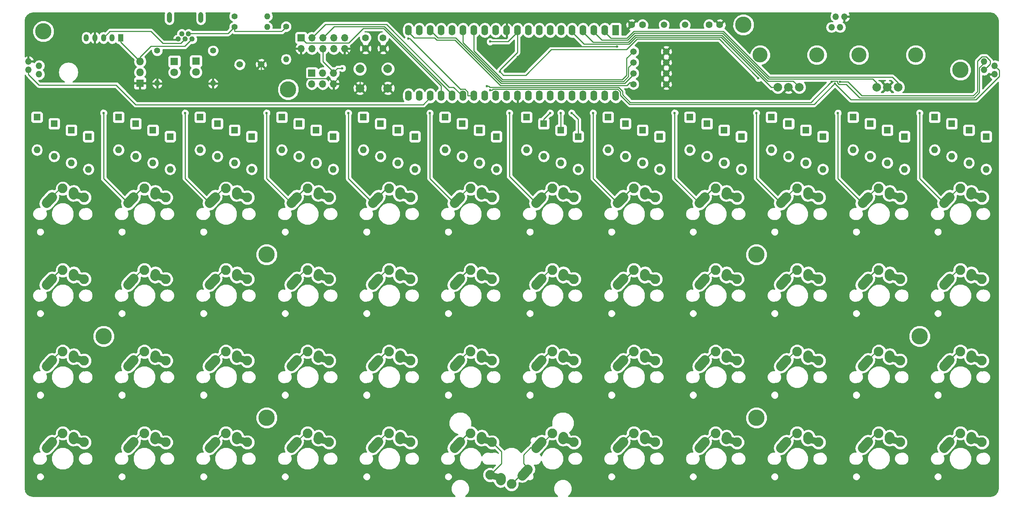
<source format=gbl>
G04 #@! TF.FileFunction,Copper,L2,Bot,Signal*
%FSLAX46Y46*%
G04 Gerber Fmt 4.6, Leading zero omitted, Abs format (unit mm)*
G04 Created by KiCad (PCBNEW 4.0.7) date 09/10/18 23:45:49*
%MOMM*%
%LPD*%
G01*
G04 APERTURE LIST*
%ADD10C,0.100000*%
%ADD11C,3.800000*%
%ADD12C,1.500000*%
%ADD13C,1.400000*%
%ADD14O,1.400000X1.400000*%
%ADD15C,1.250000*%
%ADD16O,1.200000X2.500000*%
%ADD17R,1.600000X2.400000*%
%ADD18O,1.600000X2.400000*%
%ADD19C,2.250000*%
%ADD20C,1.770000*%
%ADD21C,2.250000*%
%ADD22C,1.524000*%
%ADD23C,2.000000*%
%ADD24C,3.500000*%
%ADD25R,1.800000X1.800000*%
%ADD26O,1.800000X1.800000*%
%ADD27C,1.600000*%
%ADD28R,1.200000X1.700000*%
%ADD29O,1.200000X1.700000*%
%ADD30R,1.600000X1.600000*%
%ADD31O,1.600000X1.600000*%
%ADD32R,1.700000X1.700000*%
%ADD33O,1.700000X1.700000*%
%ADD34C,1.800000*%
%ADD35O,1.500000X1.500000*%
%ADD36C,1.524000*%
%ADD37C,0.600000*%
%ADD38C,0.250000*%
%ADD39C,0.254000*%
G04 APERTURE END LIST*
D10*
D11*
X243500000Y-111500000D03*
X202500000Y-39000000D03*
X96500000Y-54000000D03*
X39500000Y-40500000D03*
X205500000Y-92500000D03*
X91500000Y-92500000D03*
X53500000Y-111500000D03*
X91500000Y-130500000D03*
X205500000Y-130500000D03*
D12*
X184520000Y-45190000D03*
X184520000Y-47730000D03*
X184520000Y-50270000D03*
X184520000Y-52810000D03*
X176900000Y-52810000D03*
X176900000Y-50270000D03*
X176900000Y-47730000D03*
X176900000Y-45190000D03*
D13*
X66000000Y-45000000D03*
D14*
X66000000Y-52620000D03*
D13*
X79000000Y-45000000D03*
D14*
X79000000Y-52620000D03*
D15*
X70900000Y-42300000D03*
X71700000Y-41100000D03*
X72500000Y-42300000D03*
X73300000Y-41100000D03*
X74100000Y-42300000D03*
D16*
X68850000Y-37250000D03*
X76150000Y-37250000D03*
D17*
X172760000Y-40260000D03*
D18*
X124500000Y-55500000D03*
X170220000Y-40260000D03*
X127040000Y-55500000D03*
X167680000Y-40260000D03*
X129580000Y-55500000D03*
X165140000Y-40260000D03*
X132120000Y-55500000D03*
X162600000Y-40260000D03*
X134660000Y-55500000D03*
X160060000Y-40260000D03*
X137200000Y-55500000D03*
X157520000Y-40260000D03*
X139740000Y-55500000D03*
X154980000Y-40260000D03*
X142280000Y-55500000D03*
X152440000Y-40260000D03*
X144820000Y-55500000D03*
X149900000Y-40260000D03*
X147360000Y-55500000D03*
X147360000Y-40260000D03*
X149900000Y-55500000D03*
X144820000Y-40260000D03*
X152440000Y-55500000D03*
X142280000Y-40260000D03*
X154980000Y-55500000D03*
X139740000Y-40260000D03*
X157520000Y-55500000D03*
X137200000Y-40260000D03*
X160060000Y-55500000D03*
X134660000Y-40260000D03*
X162600000Y-55500000D03*
X132120000Y-40260000D03*
X165140000Y-55500000D03*
X129580000Y-40260000D03*
X167680000Y-55500000D03*
X127040000Y-40260000D03*
X170220000Y-55500000D03*
X124500000Y-40260000D03*
X172760000Y-55500000D03*
D19*
X40202635Y-80483419D02*
X41487365Y-79056581D01*
X46499771Y-78499294D02*
X46540229Y-77920706D01*
D20*
X41500000Y-79000000D03*
X40190000Y-80460000D03*
X46500000Y-78500000D03*
X46540000Y-77920000D03*
D21*
X49000000Y-79200000D03*
X44000000Y-77100000D03*
D20*
X44000000Y-77100000D03*
X49000000Y-79200000D03*
D22*
X49001226Y-79099499D02*
X46598774Y-78500501D01*
D19*
X249202635Y-80483419D02*
X250487365Y-79056581D01*
X255499771Y-78499294D02*
X255540229Y-77920706D01*
D20*
X250500000Y-79000000D03*
X249190000Y-80460000D03*
X255500000Y-78500000D03*
X255540000Y-77920000D03*
D21*
X258000000Y-79200000D03*
X253000000Y-77100000D03*
D20*
X253000000Y-77100000D03*
X258000000Y-79200000D03*
D22*
X258001226Y-79099499D02*
X255598774Y-78500501D01*
D19*
X230202635Y-80483419D02*
X231487365Y-79056581D01*
X236499771Y-78499294D02*
X236540229Y-77920706D01*
D20*
X231500000Y-79000000D03*
X230190000Y-80460000D03*
X236500000Y-78500000D03*
X236540000Y-77920000D03*
D21*
X239000000Y-79200000D03*
X234000000Y-77100000D03*
D20*
X234000000Y-77100000D03*
X239000000Y-79200000D03*
D22*
X239001226Y-79099499D02*
X236598774Y-78500501D01*
D19*
X211202635Y-80483419D02*
X212487365Y-79056581D01*
X217499771Y-78499294D02*
X217540229Y-77920706D01*
D20*
X212500000Y-79000000D03*
X211190000Y-80460000D03*
X217500000Y-78500000D03*
X217540000Y-77920000D03*
D21*
X220000000Y-79200000D03*
X215000000Y-77100000D03*
D20*
X215000000Y-77100000D03*
X220000000Y-79200000D03*
D22*
X220001226Y-79099499D02*
X217598774Y-78500501D01*
D19*
X192202635Y-80483419D02*
X193487365Y-79056581D01*
X198499771Y-78499294D02*
X198540229Y-77920706D01*
D20*
X193500000Y-79000000D03*
X192190000Y-80460000D03*
X198500000Y-78500000D03*
X198540000Y-77920000D03*
D21*
X201000000Y-79200000D03*
X196000000Y-77100000D03*
D20*
X196000000Y-77100000D03*
X201000000Y-79200000D03*
D22*
X201001226Y-79099499D02*
X198598774Y-78500501D01*
D19*
X173202635Y-80483419D02*
X174487365Y-79056581D01*
X179499771Y-78499294D02*
X179540229Y-77920706D01*
D20*
X174500000Y-79000000D03*
X173190000Y-80460000D03*
X179500000Y-78500000D03*
X179540000Y-77920000D03*
D21*
X182000000Y-79200000D03*
X177000000Y-77100000D03*
D20*
X177000000Y-77100000D03*
X182000000Y-79200000D03*
D22*
X182001226Y-79099499D02*
X179598774Y-78500501D01*
D19*
X154202635Y-80483419D02*
X155487365Y-79056581D01*
X160499771Y-78499294D02*
X160540229Y-77920706D01*
D20*
X155500000Y-79000000D03*
X154190000Y-80460000D03*
X160500000Y-78500000D03*
X160540000Y-77920000D03*
D21*
X163000000Y-79200000D03*
X158000000Y-77100000D03*
D20*
X158000000Y-77100000D03*
X163000000Y-79200000D03*
D22*
X163001226Y-79099499D02*
X160598774Y-78500501D01*
D19*
X135202635Y-80483419D02*
X136487365Y-79056581D01*
X141499771Y-78499294D02*
X141540229Y-77920706D01*
D20*
X136500000Y-79000000D03*
X135190000Y-80460000D03*
X141500000Y-78500000D03*
X141540000Y-77920000D03*
D21*
X144000000Y-79200000D03*
X139000000Y-77100000D03*
D20*
X139000000Y-77100000D03*
X144000000Y-79200000D03*
D22*
X144001226Y-79099499D02*
X141598774Y-78500501D01*
D19*
X116202635Y-80483419D02*
X117487365Y-79056581D01*
X122499771Y-78499294D02*
X122540229Y-77920706D01*
D20*
X117500000Y-79000000D03*
X116190000Y-80460000D03*
X122500000Y-78500000D03*
X122540000Y-77920000D03*
D21*
X125000000Y-79200000D03*
X120000000Y-77100000D03*
D20*
X120000000Y-77100000D03*
X125000000Y-79200000D03*
D22*
X125001226Y-79099499D02*
X122598774Y-78500501D01*
D19*
X97202635Y-80483419D02*
X98487365Y-79056581D01*
X103499771Y-78499294D02*
X103540229Y-77920706D01*
D20*
X98500000Y-79000000D03*
X97190000Y-80460000D03*
X103500000Y-78500000D03*
X103540000Y-77920000D03*
D21*
X106000000Y-79200000D03*
X101000000Y-77100000D03*
D20*
X101000000Y-77100000D03*
X106000000Y-79200000D03*
D22*
X106001226Y-79099499D02*
X103598774Y-78500501D01*
D19*
X78202635Y-80483419D02*
X79487365Y-79056581D01*
X84499771Y-78499294D02*
X84540229Y-77920706D01*
D20*
X79500000Y-79000000D03*
X78190000Y-80460000D03*
X84500000Y-78500000D03*
X84540000Y-77920000D03*
D21*
X87000000Y-79200000D03*
X82000000Y-77100000D03*
D20*
X82000000Y-77100000D03*
X87000000Y-79200000D03*
D22*
X87001226Y-79099499D02*
X84598774Y-78500501D01*
D19*
X59202635Y-80483419D02*
X60487365Y-79056581D01*
X65499771Y-78499294D02*
X65540229Y-77920706D01*
D20*
X60500000Y-79000000D03*
X59190000Y-80460000D03*
X65500000Y-78500000D03*
X65540000Y-77920000D03*
D21*
X68000000Y-79200000D03*
X63000000Y-77100000D03*
D20*
X63000000Y-77100000D03*
X68000000Y-79200000D03*
D22*
X68001226Y-79099499D02*
X65598774Y-78500501D01*
D23*
X236000000Y-53500000D03*
X238500000Y-53500000D03*
X233500000Y-53500000D03*
D24*
X242600000Y-46000000D03*
X229400000Y-46000000D03*
D25*
X62000000Y-52580000D03*
D26*
X62000000Y-50040000D03*
X62000000Y-47500000D03*
D27*
X179000000Y-39000000D03*
X176500000Y-39000000D03*
X194500000Y-39000000D03*
X197000000Y-39000000D03*
D13*
X84000000Y-37000000D03*
D14*
X91620000Y-37000000D03*
D13*
X84000000Y-39500000D03*
D14*
X91620000Y-39500000D03*
D12*
X184000000Y-39000000D03*
X188880000Y-39000000D03*
D27*
X118600000Y-44500000D03*
X118600000Y-42000000D03*
X114500000Y-44500000D03*
X114500000Y-42000000D03*
D28*
X57500000Y-42000000D03*
D29*
X55500000Y-42000000D03*
X53500000Y-42000000D03*
X51500000Y-42000000D03*
X49500000Y-42000000D03*
D13*
X96000000Y-39380000D03*
D14*
X96000000Y-47000000D03*
D30*
X38000000Y-60500000D03*
D31*
X38000000Y-68120000D03*
D30*
X57000000Y-60500000D03*
D31*
X57000000Y-68120000D03*
D30*
X76000000Y-60500000D03*
D31*
X76000000Y-68120000D03*
D30*
X95000000Y-60500000D03*
D31*
X95000000Y-68120000D03*
D30*
X114000000Y-60500000D03*
D31*
X114000000Y-68120000D03*
D30*
X133000000Y-60500000D03*
D31*
X133000000Y-68120000D03*
D30*
X152000000Y-60500000D03*
D31*
X152000000Y-68120000D03*
D30*
X171000000Y-60500000D03*
D31*
X171000000Y-68120000D03*
D30*
X190000000Y-60500000D03*
D31*
X190000000Y-68120000D03*
D30*
X209000000Y-60500000D03*
D31*
X209000000Y-68120000D03*
D30*
X228000000Y-60500000D03*
D31*
X228000000Y-68120000D03*
D30*
X247000000Y-60500000D03*
D31*
X247000000Y-68120000D03*
D30*
X42000000Y-62000000D03*
D31*
X42000000Y-69620000D03*
D30*
X61000000Y-62000000D03*
D31*
X61000000Y-69620000D03*
D30*
X80000000Y-62000000D03*
D31*
X80000000Y-69620000D03*
D30*
X99000000Y-62000000D03*
D31*
X99000000Y-69620000D03*
D30*
X118000000Y-62000000D03*
D31*
X118000000Y-69620000D03*
D30*
X137000000Y-62000000D03*
D31*
X137000000Y-69620000D03*
D30*
X156000000Y-62000000D03*
D31*
X156000000Y-69620000D03*
D30*
X175000000Y-62000000D03*
D31*
X175000000Y-69620000D03*
D30*
X194000000Y-62000000D03*
D31*
X194000000Y-69620000D03*
D30*
X213000000Y-62000000D03*
D31*
X213000000Y-69620000D03*
D30*
X232000000Y-62000000D03*
D31*
X232000000Y-69620000D03*
D30*
X251000000Y-62000000D03*
D31*
X251000000Y-69620000D03*
D30*
X46000000Y-63500000D03*
D31*
X46000000Y-71120000D03*
D30*
X65000000Y-63500000D03*
D31*
X65000000Y-71120000D03*
D30*
X84000000Y-63500000D03*
D31*
X84000000Y-71120000D03*
D30*
X103000000Y-63500000D03*
D31*
X103000000Y-71120000D03*
D30*
X122000000Y-63500000D03*
D31*
X122000000Y-71120000D03*
D30*
X141000000Y-63500000D03*
D31*
X141000000Y-71120000D03*
D30*
X160000000Y-63500000D03*
D31*
X160000000Y-71120000D03*
D30*
X179000000Y-63500000D03*
D31*
X179000000Y-71120000D03*
D30*
X198000000Y-63500000D03*
D31*
X198000000Y-71120000D03*
D30*
X217000000Y-63500000D03*
D31*
X217000000Y-71120000D03*
D30*
X236000000Y-63500000D03*
D31*
X236000000Y-71120000D03*
D30*
X255000000Y-63500000D03*
D31*
X255000000Y-71120000D03*
D30*
X50000000Y-65000000D03*
D31*
X50000000Y-72620000D03*
D30*
X69000000Y-65000000D03*
D31*
X69000000Y-72620000D03*
D30*
X88000000Y-65000000D03*
D31*
X88000000Y-72620000D03*
D30*
X107000000Y-65000000D03*
D31*
X107000000Y-72620000D03*
D30*
X126000000Y-65000000D03*
D31*
X126000000Y-72620000D03*
D30*
X145000000Y-65000000D03*
D31*
X145000000Y-72620000D03*
D30*
X164000000Y-65000000D03*
D31*
X164000000Y-72620000D03*
D30*
X183000000Y-65000000D03*
D31*
X183000000Y-72620000D03*
D30*
X202000000Y-65000000D03*
D31*
X202000000Y-72620000D03*
D30*
X221000000Y-65000000D03*
D31*
X221000000Y-72620000D03*
D30*
X240000000Y-65000000D03*
D31*
X240000000Y-72620000D03*
D30*
X259000000Y-65000000D03*
D31*
X259000000Y-72620000D03*
D19*
X40202635Y-99483419D02*
X41487365Y-98056581D01*
X46499771Y-97499294D02*
X46540229Y-96920706D01*
D20*
X41500000Y-98000000D03*
X40190000Y-99460000D03*
X46500000Y-97500000D03*
X46540000Y-96920000D03*
D21*
X49000000Y-98200000D03*
X44000000Y-96100000D03*
D20*
X44000000Y-96100000D03*
X49000000Y-98200000D03*
D22*
X49001226Y-98099499D02*
X46598774Y-97500501D01*
D19*
X59202635Y-99483419D02*
X60487365Y-98056581D01*
X65499771Y-97499294D02*
X65540229Y-96920706D01*
D20*
X60500000Y-98000000D03*
X59190000Y-99460000D03*
X65500000Y-97500000D03*
X65540000Y-96920000D03*
D21*
X68000000Y-98200000D03*
X63000000Y-96100000D03*
D20*
X63000000Y-96100000D03*
X68000000Y-98200000D03*
D22*
X68001226Y-98099499D02*
X65598774Y-97500501D01*
D19*
X78202635Y-99483419D02*
X79487365Y-98056581D01*
X84499771Y-97499294D02*
X84540229Y-96920706D01*
D20*
X79500000Y-98000000D03*
X78190000Y-99460000D03*
X84500000Y-97500000D03*
X84540000Y-96920000D03*
D21*
X87000000Y-98200000D03*
X82000000Y-96100000D03*
D20*
X82000000Y-96100000D03*
X87000000Y-98200000D03*
D22*
X87001226Y-98099499D02*
X84598774Y-97500501D01*
D19*
X97202635Y-99483419D02*
X98487365Y-98056581D01*
X103499771Y-97499294D02*
X103540229Y-96920706D01*
D20*
X98500000Y-98000000D03*
X97190000Y-99460000D03*
X103500000Y-97500000D03*
X103540000Y-96920000D03*
D21*
X106000000Y-98200000D03*
X101000000Y-96100000D03*
D20*
X101000000Y-96100000D03*
X106000000Y-98200000D03*
D22*
X106001226Y-98099499D02*
X103598774Y-97500501D01*
D19*
X116202635Y-99483419D02*
X117487365Y-98056581D01*
X122499771Y-97499294D02*
X122540229Y-96920706D01*
D20*
X117500000Y-98000000D03*
X116190000Y-99460000D03*
X122500000Y-97500000D03*
X122540000Y-96920000D03*
D21*
X125000000Y-98200000D03*
X120000000Y-96100000D03*
D20*
X120000000Y-96100000D03*
X125000000Y-98200000D03*
D22*
X125001226Y-98099499D02*
X122598774Y-97500501D01*
D19*
X135202635Y-99483419D02*
X136487365Y-98056581D01*
X141499771Y-97499294D02*
X141540229Y-96920706D01*
D20*
X136500000Y-98000000D03*
X135190000Y-99460000D03*
X141500000Y-97500000D03*
X141540000Y-96920000D03*
D21*
X144000000Y-98200000D03*
X139000000Y-96100000D03*
D20*
X139000000Y-96100000D03*
X144000000Y-98200000D03*
D22*
X144001226Y-98099499D02*
X141598774Y-97500501D01*
D19*
X154202635Y-99483419D02*
X155487365Y-98056581D01*
X160499771Y-97499294D02*
X160540229Y-96920706D01*
D20*
X155500000Y-98000000D03*
X154190000Y-99460000D03*
X160500000Y-97500000D03*
X160540000Y-96920000D03*
D21*
X163000000Y-98200000D03*
X158000000Y-96100000D03*
D20*
X158000000Y-96100000D03*
X163000000Y-98200000D03*
D22*
X163001226Y-98099499D02*
X160598774Y-97500501D01*
D19*
X173202635Y-99483419D02*
X174487365Y-98056581D01*
X179499771Y-97499294D02*
X179540229Y-96920706D01*
D20*
X174500000Y-98000000D03*
X173190000Y-99460000D03*
X179500000Y-97500000D03*
X179540000Y-96920000D03*
D21*
X182000000Y-98200000D03*
X177000000Y-96100000D03*
D20*
X177000000Y-96100000D03*
X182000000Y-98200000D03*
D22*
X182001226Y-98099499D02*
X179598774Y-97500501D01*
D19*
X192202635Y-99483419D02*
X193487365Y-98056581D01*
X198499771Y-97499294D02*
X198540229Y-96920706D01*
D20*
X193500000Y-98000000D03*
X192190000Y-99460000D03*
X198500000Y-97500000D03*
X198540000Y-96920000D03*
D21*
X201000000Y-98200000D03*
X196000000Y-96100000D03*
D20*
X196000000Y-96100000D03*
X201000000Y-98200000D03*
D22*
X201001226Y-98099499D02*
X198598774Y-97500501D01*
D19*
X211202635Y-99483419D02*
X212487365Y-98056581D01*
X217499771Y-97499294D02*
X217540229Y-96920706D01*
D20*
X212500000Y-98000000D03*
X211190000Y-99460000D03*
X217500000Y-97500000D03*
X217540000Y-96920000D03*
D21*
X220000000Y-98200000D03*
X215000000Y-96100000D03*
D20*
X215000000Y-96100000D03*
X220000000Y-98200000D03*
D22*
X220001226Y-98099499D02*
X217598774Y-97500501D01*
D19*
X230202635Y-99483419D02*
X231487365Y-98056581D01*
X236499771Y-97499294D02*
X236540229Y-96920706D01*
D20*
X231500000Y-98000000D03*
X230190000Y-99460000D03*
X236500000Y-97500000D03*
X236540000Y-96920000D03*
D21*
X239000000Y-98200000D03*
X234000000Y-96100000D03*
D20*
X234000000Y-96100000D03*
X239000000Y-98200000D03*
D22*
X239001226Y-98099499D02*
X236598774Y-97500501D01*
D19*
X249202635Y-99483419D02*
X250487365Y-98056581D01*
X255499771Y-97499294D02*
X255540229Y-96920706D01*
D20*
X250500000Y-98000000D03*
X249190000Y-99460000D03*
X255500000Y-97500000D03*
X255540000Y-96920000D03*
D21*
X258000000Y-98200000D03*
X253000000Y-96100000D03*
D20*
X253000000Y-96100000D03*
X258000000Y-98200000D03*
D22*
X258001226Y-98099499D02*
X255598774Y-97500501D01*
D19*
X40202635Y-118483419D02*
X41487365Y-117056581D01*
X46499771Y-116499294D02*
X46540229Y-115920706D01*
D20*
X41500000Y-117000000D03*
X40190000Y-118460000D03*
X46500000Y-116500000D03*
X46540000Y-115920000D03*
D21*
X49000000Y-117200000D03*
X44000000Y-115100000D03*
D20*
X44000000Y-115100000D03*
X49000000Y-117200000D03*
D22*
X49001226Y-117099499D02*
X46598774Y-116500501D01*
D19*
X59202635Y-118483419D02*
X60487365Y-117056581D01*
X65499771Y-116499294D02*
X65540229Y-115920706D01*
D20*
X60500000Y-117000000D03*
X59190000Y-118460000D03*
X65500000Y-116500000D03*
X65540000Y-115920000D03*
D21*
X68000000Y-117200000D03*
X63000000Y-115100000D03*
D20*
X63000000Y-115100000D03*
X68000000Y-117200000D03*
D22*
X68001226Y-117099499D02*
X65598774Y-116500501D01*
D19*
X78202635Y-118483419D02*
X79487365Y-117056581D01*
X84499771Y-116499294D02*
X84540229Y-115920706D01*
D20*
X79500000Y-117000000D03*
X78190000Y-118460000D03*
X84500000Y-116500000D03*
X84540000Y-115920000D03*
D21*
X87000000Y-117200000D03*
X82000000Y-115100000D03*
D20*
X82000000Y-115100000D03*
X87000000Y-117200000D03*
D22*
X87001226Y-117099499D02*
X84598774Y-116500501D01*
D19*
X97202635Y-118483419D02*
X98487365Y-117056581D01*
X103499771Y-116499294D02*
X103540229Y-115920706D01*
D20*
X98500000Y-117000000D03*
X97190000Y-118460000D03*
X103500000Y-116500000D03*
X103540000Y-115920000D03*
D21*
X106000000Y-117200000D03*
X101000000Y-115100000D03*
D20*
X101000000Y-115100000D03*
X106000000Y-117200000D03*
D22*
X106001226Y-117099499D02*
X103598774Y-116500501D01*
D19*
X116202635Y-118483419D02*
X117487365Y-117056581D01*
X122499771Y-116499294D02*
X122540229Y-115920706D01*
D20*
X117500000Y-117000000D03*
X116190000Y-118460000D03*
X122500000Y-116500000D03*
X122540000Y-115920000D03*
D21*
X125000000Y-117200000D03*
X120000000Y-115100000D03*
D20*
X120000000Y-115100000D03*
X125000000Y-117200000D03*
D22*
X125001226Y-117099499D02*
X122598774Y-116500501D01*
D19*
X135202635Y-118483419D02*
X136487365Y-117056581D01*
X141499771Y-116499294D02*
X141540229Y-115920706D01*
D20*
X136500000Y-117000000D03*
X135190000Y-118460000D03*
X141500000Y-116500000D03*
X141540000Y-115920000D03*
D21*
X144000000Y-117200000D03*
X139000000Y-115100000D03*
D20*
X139000000Y-115100000D03*
X144000000Y-117200000D03*
D22*
X144001226Y-117099499D02*
X141598774Y-116500501D01*
D19*
X154202635Y-118483419D02*
X155487365Y-117056581D01*
X160499771Y-116499294D02*
X160540229Y-115920706D01*
D20*
X155500000Y-117000000D03*
X154190000Y-118460000D03*
X160500000Y-116500000D03*
X160540000Y-115920000D03*
D21*
X163000000Y-117200000D03*
X158000000Y-115100000D03*
D20*
X158000000Y-115100000D03*
X163000000Y-117200000D03*
D22*
X163001226Y-117099499D02*
X160598774Y-116500501D01*
D19*
X173202635Y-118483419D02*
X174487365Y-117056581D01*
X179499771Y-116499294D02*
X179540229Y-115920706D01*
D20*
X174500000Y-117000000D03*
X173190000Y-118460000D03*
X179500000Y-116500000D03*
X179540000Y-115920000D03*
D21*
X182000000Y-117200000D03*
X177000000Y-115100000D03*
D20*
X177000000Y-115100000D03*
X182000000Y-117200000D03*
D22*
X182001226Y-117099499D02*
X179598774Y-116500501D01*
D19*
X192202635Y-118483419D02*
X193487365Y-117056581D01*
X198499771Y-116499294D02*
X198540229Y-115920706D01*
D20*
X193500000Y-117000000D03*
X192190000Y-118460000D03*
X198500000Y-116500000D03*
X198540000Y-115920000D03*
D21*
X201000000Y-117200000D03*
X196000000Y-115100000D03*
D20*
X196000000Y-115100000D03*
X201000000Y-117200000D03*
D22*
X201001226Y-117099499D02*
X198598774Y-116500501D01*
D19*
X211202635Y-118483419D02*
X212487365Y-117056581D01*
X217499771Y-116499294D02*
X217540229Y-115920706D01*
D20*
X212500000Y-117000000D03*
X211190000Y-118460000D03*
X217500000Y-116500000D03*
X217540000Y-115920000D03*
D21*
X220000000Y-117200000D03*
X215000000Y-115100000D03*
D20*
X215000000Y-115100000D03*
X220000000Y-117200000D03*
D22*
X220001226Y-117099499D02*
X217598774Y-116500501D01*
D19*
X230202635Y-118483419D02*
X231487365Y-117056581D01*
X236499771Y-116499294D02*
X236540229Y-115920706D01*
D20*
X231500000Y-117000000D03*
X230190000Y-118460000D03*
X236500000Y-116500000D03*
X236540000Y-115920000D03*
D21*
X239000000Y-117200000D03*
X234000000Y-115100000D03*
D20*
X234000000Y-115100000D03*
X239000000Y-117200000D03*
D22*
X239001226Y-117099499D02*
X236598774Y-116500501D01*
D19*
X249202635Y-118483419D02*
X250487365Y-117056581D01*
X255499771Y-116499294D02*
X255540229Y-115920706D01*
D20*
X250500000Y-117000000D03*
X249190000Y-118460000D03*
X255500000Y-116500000D03*
X255540000Y-115920000D03*
D21*
X258000000Y-117200000D03*
X253000000Y-115100000D03*
D20*
X253000000Y-115100000D03*
X258000000Y-117200000D03*
D22*
X258001226Y-117099499D02*
X255598774Y-116500501D01*
D19*
X40202635Y-137483419D02*
X41487365Y-136056581D01*
X46499771Y-135499294D02*
X46540229Y-134920706D01*
D20*
X41500000Y-136000000D03*
X40190000Y-137460000D03*
X46500000Y-135500000D03*
X46540000Y-134920000D03*
D21*
X49000000Y-136200000D03*
X44000000Y-134100000D03*
D20*
X44000000Y-134100000D03*
X49000000Y-136200000D03*
D22*
X49001226Y-136099499D02*
X46598774Y-135500501D01*
D19*
X59202635Y-137483419D02*
X60487365Y-136056581D01*
X65499771Y-135499294D02*
X65540229Y-134920706D01*
D20*
X60500000Y-136000000D03*
X59190000Y-137460000D03*
X65500000Y-135500000D03*
X65540000Y-134920000D03*
D21*
X68000000Y-136200000D03*
X63000000Y-134100000D03*
D20*
X63000000Y-134100000D03*
X68000000Y-136200000D03*
D22*
X68001226Y-136099499D02*
X65598774Y-135500501D01*
D19*
X78202635Y-137483419D02*
X79487365Y-136056581D01*
X84499771Y-135499294D02*
X84540229Y-134920706D01*
D20*
X79500000Y-136000000D03*
X78190000Y-137460000D03*
X84500000Y-135500000D03*
X84540000Y-134920000D03*
D21*
X87000000Y-136200000D03*
X82000000Y-134100000D03*
D20*
X82000000Y-134100000D03*
X87000000Y-136200000D03*
D22*
X87001226Y-136099499D02*
X84598774Y-135500501D01*
D19*
X97202635Y-137483419D02*
X98487365Y-136056581D01*
X103499771Y-135499294D02*
X103540229Y-134920706D01*
D20*
X98500000Y-136000000D03*
X97190000Y-137460000D03*
X103500000Y-135500000D03*
X103540000Y-134920000D03*
D21*
X106000000Y-136200000D03*
X101000000Y-134100000D03*
D20*
X101000000Y-134100000D03*
X106000000Y-136200000D03*
D22*
X106001226Y-136099499D02*
X103598774Y-135500501D01*
D19*
X116202635Y-137483419D02*
X117487365Y-136056581D01*
X122499771Y-135499294D02*
X122540229Y-134920706D01*
D20*
X117500000Y-136000000D03*
X116190000Y-137460000D03*
X122500000Y-135500000D03*
X122540000Y-134920000D03*
D21*
X125000000Y-136200000D03*
X120000000Y-134100000D03*
D20*
X120000000Y-134100000D03*
X125000000Y-136200000D03*
D22*
X125001226Y-136099499D02*
X122598774Y-135500501D01*
D19*
X135202635Y-137483419D02*
X136487365Y-136056581D01*
X141499771Y-135499294D02*
X141540229Y-134920706D01*
D20*
X136500000Y-136000000D03*
X135190000Y-137460000D03*
X141500000Y-135500000D03*
X141540000Y-134920000D03*
D21*
X144000000Y-136200000D03*
X139000000Y-134100000D03*
D20*
X139000000Y-134100000D03*
X144000000Y-136200000D03*
D22*
X144001226Y-136099499D02*
X141598774Y-135500501D01*
D19*
X154202635Y-137483419D02*
X155487365Y-136056581D01*
X160499771Y-135499294D02*
X160540229Y-134920706D01*
D20*
X155500000Y-136000000D03*
X154190000Y-137460000D03*
X160500000Y-135500000D03*
X160540000Y-134920000D03*
D21*
X163000000Y-136200000D03*
X158000000Y-134100000D03*
D20*
X158000000Y-134100000D03*
X163000000Y-136200000D03*
D22*
X163001226Y-136099499D02*
X160598774Y-135500501D01*
D19*
X173202635Y-137483419D02*
X174487365Y-136056581D01*
X179499771Y-135499294D02*
X179540229Y-134920706D01*
D20*
X174500000Y-136000000D03*
X173190000Y-137460000D03*
X179500000Y-135500000D03*
X179540000Y-134920000D03*
D21*
X182000000Y-136200000D03*
X177000000Y-134100000D03*
D20*
X177000000Y-134100000D03*
X182000000Y-136200000D03*
D22*
X182001226Y-136099499D02*
X179598774Y-135500501D01*
D19*
X192202635Y-137483419D02*
X193487365Y-136056581D01*
X198499771Y-135499294D02*
X198540229Y-134920706D01*
D20*
X193500000Y-136000000D03*
X192190000Y-137460000D03*
X198500000Y-135500000D03*
X198540000Y-134920000D03*
D21*
X201000000Y-136200000D03*
X196000000Y-134100000D03*
D20*
X196000000Y-134100000D03*
X201000000Y-136200000D03*
D22*
X201001226Y-136099499D02*
X198598774Y-135500501D01*
D19*
X211202635Y-137483419D02*
X212487365Y-136056581D01*
X217499771Y-135499294D02*
X217540229Y-134920706D01*
D20*
X212500000Y-136000000D03*
X211190000Y-137460000D03*
X217500000Y-135500000D03*
X217540000Y-134920000D03*
D21*
X220000000Y-136200000D03*
X215000000Y-134100000D03*
D20*
X215000000Y-134100000D03*
X220000000Y-136200000D03*
D22*
X220001226Y-136099499D02*
X217598774Y-135500501D01*
D19*
X230202635Y-137483419D02*
X231487365Y-136056581D01*
X236499771Y-135499294D02*
X236540229Y-134920706D01*
D20*
X231500000Y-136000000D03*
X230190000Y-137460000D03*
X236500000Y-135500000D03*
X236540000Y-134920000D03*
D21*
X239000000Y-136200000D03*
X234000000Y-134100000D03*
D20*
X234000000Y-134100000D03*
X239000000Y-136200000D03*
D22*
X239001226Y-136099499D02*
X236598774Y-135500501D01*
D19*
X249202635Y-137483419D02*
X250487365Y-136056581D01*
X255499771Y-135499294D02*
X255540229Y-134920706D01*
D20*
X250500000Y-136000000D03*
X249190000Y-137460000D03*
X255500000Y-135500000D03*
X255540000Y-134920000D03*
D21*
X258000000Y-136200000D03*
X253000000Y-134100000D03*
D20*
X253000000Y-134100000D03*
X258000000Y-136200000D03*
D22*
X258001226Y-136099499D02*
X255598774Y-135500501D01*
D19*
X152297365Y-142516581D02*
X151012635Y-143943419D01*
X146000229Y-144500706D02*
X145959771Y-145079294D01*
D20*
X151000000Y-144000000D03*
X152310000Y-142540000D03*
X146000000Y-144500000D03*
X145960000Y-145080000D03*
D21*
X143500000Y-143800000D03*
X148500000Y-145900000D03*
D20*
X148500000Y-145900000D03*
X143500000Y-143800000D03*
D22*
X143498774Y-143900501D02*
X145901226Y-144499499D01*
D32*
X99500000Y-42000000D03*
D33*
X99500000Y-44540000D03*
X102040000Y-42000000D03*
X102040000Y-44540000D03*
X104580000Y-42000000D03*
X104580000Y-44540000D03*
X107120000Y-42000000D03*
X107120000Y-44540000D03*
X109660000Y-42000000D03*
X109660000Y-44540000D03*
D32*
X102000000Y-50200000D03*
D33*
X102000000Y-52740000D03*
X104540000Y-50200000D03*
X104540000Y-52740000D03*
X107080000Y-50200000D03*
X107080000Y-52740000D03*
D23*
X213000000Y-53500000D03*
X215500000Y-53500000D03*
X210500000Y-53500000D03*
D24*
X219600000Y-46000000D03*
X206400000Y-46000000D03*
D23*
X119700000Y-49250000D03*
X119700000Y-53750000D03*
X113200000Y-53750000D03*
X113200000Y-49250000D03*
D25*
X70000000Y-47500000D03*
D34*
X70000000Y-50040000D03*
D25*
X75000000Y-47460000D03*
D34*
X75000000Y-50000000D03*
D35*
X38500000Y-50500000D03*
X36000000Y-49500000D03*
X36000000Y-47500000D03*
X38500000Y-48500000D03*
X258500000Y-47500000D03*
X261000000Y-48500000D03*
X261000000Y-50500000D03*
X258500000Y-49500000D03*
X223000000Y-39562500D03*
X224000000Y-37062500D03*
X226000000Y-37062500D03*
X225000000Y-39562500D03*
D36*
X85200000Y-48200000D03*
X90200000Y-48200000D03*
D11*
X253000000Y-49500000D03*
D37*
X173100000Y-44074990D03*
X149999998Y-49900000D03*
X150000000Y-46500000D03*
X205963226Y-51427359D03*
X225000009Y-52225023D03*
X143500000Y-42900000D03*
X145800000Y-49900000D03*
X223768259Y-52675032D03*
X143500000Y-54199996D03*
X223000000Y-52225021D03*
X142800000Y-53300000D03*
X157500000Y-59500000D03*
X160000008Y-59500000D03*
X162500022Y-59500000D03*
X53500000Y-59500000D03*
X72500000Y-59500000D03*
X91500000Y-59499994D03*
X124500000Y-42200000D03*
X110500000Y-59500000D03*
X129500000Y-59525010D03*
X148000000Y-59500000D03*
X167500000Y-59500000D03*
X186500000Y-59499998D03*
X205500000Y-59500000D03*
X224500000Y-59525010D03*
X243500000Y-59500000D03*
X109100000Y-49100000D03*
D38*
X84000000Y-39500000D02*
X84000000Y-40489949D01*
X84000000Y-40489949D02*
X84035052Y-40525001D01*
X84035052Y-40525001D02*
X94974999Y-40525001D01*
X94974999Y-40525001D02*
X95300001Y-40199999D01*
X95300001Y-40199999D02*
X96000000Y-39500000D01*
X84000000Y-39500000D02*
X82500000Y-41000000D01*
X82500000Y-41000000D02*
X73400000Y-41000000D01*
X73400000Y-41000000D02*
X73300000Y-41100000D01*
X72500000Y-42300000D02*
X71500000Y-43300000D01*
X71500000Y-43300000D02*
X67300000Y-43300000D01*
X67300000Y-43300000D02*
X64500000Y-40500000D01*
X64500000Y-40500000D02*
X55000000Y-40500000D01*
X55000000Y-40500000D02*
X53500000Y-42000000D01*
X172675736Y-44074990D02*
X173100000Y-44074990D01*
X150000000Y-46500000D02*
X152425010Y-44074990D01*
X152425010Y-44074990D02*
X172675736Y-44074990D01*
X150000000Y-49899998D02*
X149999998Y-49900000D01*
X150000000Y-46500000D02*
X150000000Y-49899998D01*
X79000000Y-52500000D02*
X90200000Y-52500000D01*
X90200000Y-52500000D02*
X93500000Y-52500000D01*
X90200000Y-48200000D02*
X90200000Y-49277630D01*
X90200000Y-49277630D02*
X90200000Y-52500000D01*
X113450000Y-53750000D02*
X113400000Y-53700000D01*
X113400000Y-53700000D02*
X113200000Y-53700000D01*
X113200000Y-53700000D02*
X113200000Y-51800000D01*
X113200000Y-51800000D02*
X110510001Y-49110001D01*
X110510001Y-49110001D02*
X110509999Y-49110001D01*
X110509999Y-49110001D02*
X107080000Y-52540000D01*
X107080000Y-52540000D02*
X106040000Y-51500000D01*
X106040000Y-51500000D02*
X96500000Y-51500000D01*
X96500000Y-51500000D02*
X95500000Y-50500000D01*
X79000000Y-52620000D02*
X79000000Y-52500000D01*
X93500000Y-52500000D02*
X95500000Y-50500000D01*
X76620000Y-52620000D02*
X79000000Y-52620000D01*
X66000000Y-52620000D02*
X76620000Y-52620000D01*
X62000000Y-52580000D02*
X65960000Y-52580000D01*
X65960000Y-52580000D02*
X66000000Y-52620000D01*
X95500000Y-50500000D02*
X99500000Y-46500000D01*
X99500000Y-45000000D02*
X99500000Y-46500000D01*
X62000000Y-53000000D02*
X62000000Y-52580000D01*
X109660000Y-44540000D02*
X110509999Y-45389999D01*
X110509999Y-45389999D02*
X110509999Y-49110001D01*
X99460000Y-44540000D02*
X99500000Y-44540000D01*
X62000000Y-52580000D02*
X60850000Y-52580000D01*
X60850000Y-52580000D02*
X51500000Y-43230000D01*
X51500000Y-43230000D02*
X51500000Y-43100000D01*
X51500000Y-43100000D02*
X51500000Y-42000000D01*
X256974988Y-54525012D02*
X256974988Y-48797599D01*
X259924999Y-48075001D02*
X259249999Y-48750001D01*
X225000009Y-52225023D02*
X226824266Y-52225023D01*
X257000000Y-47408998D02*
X257983999Y-46424999D01*
X257983999Y-46424999D02*
X259016001Y-46424999D01*
X226824266Y-52225023D02*
X230099243Y-55500000D01*
X230099243Y-55500000D02*
X256000000Y-55500000D01*
X259249999Y-48750001D02*
X258500000Y-49500000D01*
X256000000Y-55500000D02*
X256974988Y-54525012D01*
X256974988Y-48797599D02*
X257000000Y-48772587D01*
X257000000Y-48772587D02*
X257000000Y-47408998D01*
X259016001Y-46424999D02*
X259924999Y-47333997D01*
X259924999Y-47333997D02*
X259924999Y-48075001D01*
X205663227Y-51127360D02*
X205963226Y-51427359D01*
X177700000Y-42300000D02*
X196835867Y-42300000D01*
X196835867Y-42300000D02*
X205663227Y-51127360D01*
X157800000Y-44700000D02*
X175300000Y-44700000D01*
X175300000Y-44700000D02*
X177700000Y-42300000D01*
X146600000Y-50700000D02*
X151800000Y-50700000D01*
X145800000Y-49900000D02*
X146600000Y-50700000D01*
X151800000Y-50700000D02*
X157800000Y-44700000D01*
X143500000Y-42900000D02*
X147660000Y-42900000D01*
X147660000Y-42900000D02*
X149900000Y-40660000D01*
X149900000Y-40660000D02*
X149900000Y-40260000D01*
X149900000Y-45375736D02*
X145800000Y-49475736D01*
X149900000Y-40260000D02*
X149900000Y-45375736D01*
X145800000Y-49475736D02*
X145800000Y-49900000D01*
X223768259Y-52675032D02*
X227493249Y-56400022D01*
X261749999Y-49249999D02*
X261000000Y-48500000D01*
X227493249Y-56400022D02*
X256690980Y-56400022D01*
X256690980Y-56400022D02*
X262075001Y-51016001D01*
X262075001Y-51016001D02*
X262075001Y-49575001D01*
X262075001Y-49575001D02*
X261749999Y-49249999D01*
X38439340Y-53000000D02*
X56450000Y-53000000D01*
X56450000Y-53000000D02*
X61000000Y-57550000D01*
X36000000Y-49500000D02*
X36000000Y-50560660D01*
X36000000Y-50560660D02*
X38439340Y-53000000D01*
X175963600Y-57500011D02*
X218943280Y-57500011D01*
X223468260Y-52975031D02*
X223768259Y-52675032D01*
X218943280Y-57500011D02*
X223468260Y-52975031D01*
X173885010Y-54634006D02*
X173885010Y-55421421D01*
X144149270Y-53974990D02*
X173225994Y-53974990D01*
X143924264Y-54199996D02*
X144149270Y-53974990D01*
X173885010Y-55421421D02*
X175963600Y-57500011D01*
X143500000Y-54199996D02*
X143924264Y-54199996D01*
X173225994Y-53974990D02*
X173885010Y-54634006D01*
X61000000Y-57550000D02*
X127930000Y-57550000D01*
X127930000Y-57550000D02*
X129580000Y-55900000D01*
X129580000Y-55900000D02*
X129580000Y-55500000D01*
X224374999Y-52050022D02*
X223174999Y-52050022D01*
X224374999Y-52525017D02*
X224374999Y-52050022D01*
X257424999Y-48983999D02*
X257424999Y-54711412D01*
X224700007Y-52850025D02*
X224374999Y-52525017D01*
X226425023Y-52850025D02*
X224700007Y-52850025D01*
X229525009Y-55950011D02*
X226425023Y-52850025D01*
X256186400Y-55950011D02*
X229525009Y-55950011D01*
X258500000Y-47500000D02*
X258500000Y-47908998D01*
X223174999Y-52050022D02*
X223000000Y-52225021D01*
X257424999Y-54711412D02*
X256186400Y-55950011D01*
X258500000Y-47908998D02*
X257424999Y-48983999D01*
X173412394Y-53524979D02*
X174335021Y-54447606D01*
X142800000Y-53300000D02*
X143224264Y-53300000D01*
X218175021Y-57050000D02*
X222700001Y-52525020D01*
X174335021Y-55235021D02*
X176150000Y-57050000D01*
X174335021Y-54447606D02*
X174335021Y-55235021D01*
X176150000Y-57050000D02*
X218175021Y-57050000D01*
X143449243Y-53524979D02*
X173412394Y-53524979D01*
X143224264Y-53300000D02*
X143449243Y-53524979D01*
X222700001Y-52525020D02*
X223000000Y-52225021D01*
X127040000Y-55500000D02*
X127040000Y-55100000D01*
X62000000Y-47500000D02*
X62000000Y-46500000D01*
X62000000Y-46500000D02*
X64525001Y-43974999D01*
X64525001Y-43974999D02*
X66492001Y-43974999D01*
X66492001Y-43974999D02*
X66517002Y-44000000D01*
X66517002Y-44000000D02*
X72400000Y-44000000D01*
X72400000Y-44000000D02*
X74100000Y-42300000D01*
X62000000Y-47500000D02*
X57500000Y-43000000D01*
X57500000Y-43000000D02*
X57500000Y-42000000D01*
X144820000Y-39860000D02*
X144820000Y-40260000D01*
X142280000Y-40260000D02*
X142280000Y-39860000D01*
X91620000Y-37000000D02*
X91620000Y-37120000D01*
X134660000Y-40260000D02*
X134660000Y-39860000D01*
X132120000Y-40260000D02*
X132120000Y-39860000D01*
X157450000Y-59500000D02*
X157500000Y-59500000D01*
X156000000Y-60950000D02*
X157450000Y-59500000D01*
X156000000Y-62000000D02*
X156000000Y-60950000D01*
X160000000Y-59500008D02*
X160000008Y-59500000D01*
X160000000Y-63500000D02*
X160000000Y-59500008D01*
X162800021Y-59799999D02*
X162500022Y-59500000D01*
X164000000Y-65000000D02*
X164000000Y-60999978D01*
X164000000Y-60999978D02*
X162800021Y-59799999D01*
X143500000Y-143800000D02*
X146181099Y-141118901D01*
X146181099Y-141118901D02*
X146181099Y-138381099D01*
X146181099Y-138381099D02*
X145124999Y-137324999D01*
X145124999Y-137324999D02*
X144000000Y-136200000D01*
X41500000Y-136000000D02*
X43400000Y-134100000D01*
X43400000Y-134100000D02*
X44000000Y-134100000D01*
X41500000Y-117000000D02*
X43400000Y-115100000D01*
X43400000Y-115100000D02*
X44000000Y-115100000D01*
X41500000Y-98000000D02*
X43400000Y-96100000D01*
X43400000Y-96100000D02*
X44000000Y-96100000D01*
X41500000Y-79000000D02*
X43400000Y-77100000D01*
X43400000Y-77100000D02*
X44000000Y-77100000D01*
X114000000Y-39800000D02*
X110600000Y-43200000D01*
X132120000Y-55500000D02*
X132120000Y-53196410D01*
X132120000Y-53196410D02*
X118723590Y-39800000D01*
X118723590Y-39800000D02*
X114000000Y-39800000D01*
X110600000Y-43200000D02*
X100700000Y-43200000D01*
X100700000Y-43200000D02*
X99500000Y-42000000D01*
X53500000Y-74770000D02*
X53500000Y-59924264D01*
X59190000Y-80460000D02*
X53500000Y-74770000D01*
X53500000Y-59924264D02*
X53500000Y-59500000D01*
X60500000Y-79000000D02*
X62400000Y-77100000D01*
X62400000Y-77100000D02*
X63000000Y-77100000D01*
X60500000Y-98000000D02*
X62400000Y-96100000D01*
X62400000Y-96100000D02*
X63000000Y-96100000D01*
X60500000Y-117000000D02*
X62400000Y-115100000D01*
X62400000Y-115100000D02*
X63000000Y-115100000D01*
X60500000Y-136000000D02*
X62400000Y-134100000D01*
X62400000Y-134100000D02*
X63000000Y-134100000D01*
X107230011Y-39349989D02*
X118909989Y-39349989D01*
X104580000Y-42000000D02*
X107230011Y-39349989D01*
X134660000Y-55100000D02*
X134660000Y-55500000D01*
X118909989Y-39349989D02*
X134660000Y-55100000D01*
X78190000Y-80460000D02*
X72500000Y-74770000D01*
X72500000Y-74770000D02*
X72500000Y-59500000D01*
X79500000Y-98000000D02*
X81400000Y-96100000D01*
X81400000Y-96100000D02*
X82000000Y-96100000D01*
X79500000Y-79000000D02*
X81400000Y-77100000D01*
X81400000Y-77100000D02*
X82000000Y-77100000D01*
X79500000Y-117000000D02*
X81400000Y-115100000D01*
X81400000Y-115100000D02*
X82000000Y-115100000D01*
X79500000Y-136000000D02*
X81400000Y-134100000D01*
X81400000Y-134100000D02*
X82000000Y-134100000D01*
X135000000Y-53500000D02*
X137000000Y-55500000D01*
X137000000Y-55500000D02*
X137200000Y-55500000D01*
X134000000Y-53500000D02*
X135000000Y-53500000D01*
X119399978Y-38899978D02*
X134000000Y-53500000D01*
X105140022Y-38899978D02*
X119399978Y-38899978D01*
X102040000Y-42000000D02*
X105140022Y-38899978D01*
X91500000Y-74770000D02*
X91500000Y-59924258D01*
X91500000Y-59924258D02*
X91500000Y-59499994D01*
X97190000Y-80460000D02*
X91500000Y-74770000D01*
X98500000Y-79000000D02*
X100400000Y-77100000D01*
X100400000Y-77100000D02*
X101000000Y-77100000D01*
X98500000Y-98000000D02*
X100400000Y-96100000D01*
X100400000Y-96100000D02*
X101000000Y-96100000D01*
X98500000Y-117000000D02*
X100400000Y-115100000D01*
X100400000Y-115100000D02*
X101000000Y-115100000D01*
X98500000Y-136000000D02*
X100400000Y-134100000D01*
X100400000Y-134100000D02*
X101000000Y-134100000D01*
X139740000Y-55500000D02*
X138325010Y-55500000D01*
X138325010Y-55500000D02*
X138325010Y-54634006D01*
X138325010Y-54634006D02*
X137665994Y-53974990D01*
X137665994Y-53974990D02*
X136734006Y-53974990D01*
X136734006Y-53974990D02*
X136704498Y-54004498D01*
X136704498Y-54004498D02*
X124924264Y-42224264D01*
X124924264Y-42224264D02*
X124924264Y-42200000D01*
X124924264Y-42200000D02*
X124500000Y-42200000D01*
X116190000Y-80460000D02*
X110500000Y-74770000D01*
X110500000Y-74770000D02*
X110500000Y-60000000D01*
X110500000Y-60000000D02*
X110500000Y-59500000D01*
X117500000Y-136000000D02*
X119400000Y-134100000D01*
X119400000Y-134100000D02*
X120000000Y-134100000D01*
X117500000Y-117000000D02*
X119400000Y-115100000D01*
X119400000Y-115100000D02*
X120000000Y-115100000D01*
X117500000Y-98000000D02*
X119400000Y-96100000D01*
X119400000Y-96100000D02*
X120000000Y-96100000D01*
X117500000Y-79000000D02*
X119400000Y-77100000D01*
X119400000Y-77100000D02*
X120000000Y-77100000D01*
X129500000Y-59949274D02*
X129500000Y-59525010D01*
X129500000Y-74770000D02*
X129500000Y-59949274D01*
X135190000Y-80460000D02*
X129500000Y-74770000D01*
X136500000Y-136000000D02*
X138400000Y-134100000D01*
X138400000Y-134100000D02*
X139000000Y-134100000D01*
X136500000Y-117000000D02*
X138400000Y-115100000D01*
X138400000Y-115100000D02*
X139000000Y-115100000D01*
X136500000Y-79000000D02*
X138400000Y-77100000D01*
X138400000Y-77100000D02*
X139000000Y-77100000D01*
X136500000Y-98000000D02*
X138400000Y-96100000D01*
X138400000Y-96100000D02*
X139000000Y-96100000D01*
X154190000Y-80460000D02*
X148000000Y-74270000D01*
X148000000Y-74270000D02*
X148000000Y-59924264D01*
X148000000Y-59924264D02*
X148000000Y-59500000D01*
X155500000Y-79000000D02*
X157400000Y-77100000D01*
X157400000Y-77100000D02*
X158000000Y-77100000D01*
X155500000Y-98000000D02*
X157400000Y-96100000D01*
X157400000Y-96100000D02*
X158000000Y-96100000D01*
X155500000Y-117000000D02*
X157400000Y-115100000D01*
X157400000Y-115100000D02*
X158000000Y-115100000D01*
X158000000Y-134100000D02*
X156100000Y-136000000D01*
X156100000Y-136000000D02*
X155500000Y-136000000D01*
X151655000Y-143230000D02*
X151655000Y-141497434D01*
X151284999Y-139113422D02*
X152938421Y-137460000D01*
X151655000Y-141497434D02*
X151284999Y-141127433D01*
X151284999Y-141127433D02*
X151284999Y-139113422D01*
X152938421Y-137460000D02*
X154190000Y-137460000D01*
X148500000Y-145900000D02*
X150400000Y-144000000D01*
X150400000Y-144000000D02*
X151000000Y-144000000D01*
X167500000Y-59924264D02*
X167500000Y-59500000D01*
X167500000Y-74770000D02*
X167500000Y-59924264D01*
X173190000Y-80460000D02*
X167500000Y-74770000D01*
X174500000Y-136000000D02*
X176400000Y-134100000D01*
X176400000Y-134100000D02*
X177000000Y-134100000D01*
X173845000Y-117770000D02*
X176515000Y-115100000D01*
X176515000Y-115100000D02*
X177000000Y-115100000D01*
X177000000Y-96100000D02*
X175100000Y-98000000D01*
X175100000Y-98000000D02*
X174500000Y-98000000D01*
X173845000Y-79770000D02*
X176515000Y-77100000D01*
X176515000Y-77100000D02*
X177000000Y-77100000D01*
X192190000Y-80460000D02*
X186500000Y-74770000D01*
X186500000Y-74770000D02*
X186500000Y-59924262D01*
X186500000Y-59924262D02*
X186500000Y-59499998D01*
X193500000Y-79000000D02*
X195400000Y-77100000D01*
X195400000Y-77100000D02*
X196000000Y-77100000D01*
X193500000Y-98000000D02*
X195400000Y-96100000D01*
X195400000Y-96100000D02*
X196000000Y-96100000D01*
X193500000Y-117000000D02*
X195400000Y-115100000D01*
X195400000Y-115100000D02*
X196000000Y-115100000D01*
X193500000Y-136000000D02*
X195400000Y-134100000D01*
X195400000Y-134100000D02*
X196000000Y-134100000D01*
X205500000Y-59924264D02*
X205500000Y-59500000D01*
X211190000Y-80460000D02*
X205500000Y-74770000D01*
X205500000Y-74770000D02*
X205500000Y-59924264D01*
X211845000Y-136770000D02*
X214515000Y-134100000D01*
X214515000Y-134100000D02*
X215000000Y-134100000D01*
X212500000Y-117000000D02*
X214400000Y-115100000D01*
X214400000Y-115100000D02*
X215000000Y-115100000D01*
X212500000Y-98000000D02*
X214400000Y-96100000D01*
X214400000Y-96100000D02*
X215000000Y-96100000D01*
X212500000Y-79000000D02*
X214400000Y-77100000D01*
X214400000Y-77100000D02*
X215000000Y-77100000D01*
X224500000Y-74770000D02*
X224500000Y-59949274D01*
X224500000Y-59949274D02*
X224500000Y-59525010D01*
X230190000Y-80460000D02*
X224500000Y-74770000D01*
X231500000Y-98000000D02*
X233400000Y-96100000D01*
X233400000Y-96100000D02*
X234000000Y-96100000D01*
X231500000Y-117000000D02*
X233400000Y-115100000D01*
X233400000Y-115100000D02*
X234000000Y-115100000D01*
X231500000Y-136000000D02*
X233400000Y-134100000D01*
X233400000Y-134100000D02*
X234000000Y-134100000D01*
X231500000Y-79000000D02*
X233400000Y-77100000D01*
X233400000Y-77100000D02*
X234000000Y-77100000D01*
X243500000Y-74770000D02*
X243500000Y-59924264D01*
X243500000Y-59924264D02*
X243500000Y-59500000D01*
X249190000Y-80460000D02*
X243500000Y-74770000D01*
X250500000Y-136000000D02*
X252400000Y-134100000D01*
X252400000Y-134100000D02*
X253000000Y-134100000D01*
X250500000Y-117000000D02*
X252400000Y-115100000D01*
X252400000Y-115100000D02*
X253000000Y-115100000D01*
X250500000Y-98000000D02*
X252400000Y-96100000D01*
X252400000Y-96100000D02*
X253000000Y-96100000D01*
X249845000Y-79770000D02*
X252515000Y-77100000D01*
X252515000Y-77100000D02*
X253000000Y-77100000D01*
X108675736Y-49100000D02*
X109100000Y-49100000D01*
X107980000Y-49100000D02*
X108675736Y-49100000D01*
X107080000Y-50000000D02*
X107980000Y-49100000D01*
X104580000Y-44540000D02*
X104580000Y-47500000D01*
X104580000Y-47500000D02*
X107080000Y-50000000D01*
X127040000Y-40260000D02*
X127040000Y-40660000D01*
X146061365Y-52624957D02*
X174875043Y-52624957D01*
X135486400Y-42049989D02*
X137013601Y-43577190D01*
X131369989Y-42049989D02*
X135486400Y-42049989D01*
X176900000Y-50600000D02*
X176900000Y-50270000D01*
X137013601Y-43577190D02*
X146061365Y-52624957D01*
X129580000Y-40260000D02*
X131369989Y-42049989D01*
X174875043Y-52624957D02*
X176900000Y-50600000D01*
X137200000Y-43127179D02*
X137200000Y-41710000D01*
X146247765Y-52174946D02*
X137200000Y-43127179D01*
X175750011Y-51024935D02*
X174600000Y-52174946D01*
X175750011Y-48879989D02*
X175750011Y-51024935D01*
X174600000Y-52174946D02*
X146247765Y-52174946D01*
X176900000Y-47730000D02*
X175750011Y-48879989D01*
X137200000Y-41710000D02*
X137200000Y-40260000D01*
X146434165Y-51724935D02*
X139740000Y-45030769D01*
X175300000Y-46790000D02*
X175300000Y-50700000D01*
X176900000Y-45190000D02*
X175300000Y-46790000D01*
X175300000Y-50700000D02*
X174275064Y-51724936D01*
X174275064Y-51724936D02*
X146434165Y-51724935D01*
X139740000Y-45030769D02*
X139740000Y-40260000D01*
X175365737Y-53074968D02*
X176040706Y-52399999D01*
X176040706Y-52399999D02*
X176563591Y-52399999D01*
X124500000Y-40660000D02*
X124500000Y-40260000D01*
X175365737Y-53074968D02*
X145874968Y-53074968D01*
X145874968Y-53074968D02*
X135300000Y-42500000D01*
X135300000Y-42500000D02*
X131090768Y-42500000D01*
X131090768Y-42500000D02*
X130590768Y-42000000D01*
X130590768Y-42000000D02*
X125840000Y-42000000D01*
X125840000Y-42000000D02*
X124500000Y-40660000D01*
X165140000Y-40660000D02*
X165140000Y-40260000D01*
X167479977Y-42999977D02*
X165140000Y-40660000D01*
X175727201Y-42999977D02*
X167479977Y-42999977D01*
X197456157Y-41399978D02*
X177327200Y-41399978D01*
X208106198Y-52050022D02*
X197456157Y-41399978D01*
X215550000Y-53550000D02*
X214050022Y-52050022D01*
X177327200Y-41399978D02*
X175727201Y-42999977D01*
X214050022Y-52050022D02*
X208106198Y-52050022D01*
X175913601Y-43449988D02*
X177513600Y-41849989D01*
X165389988Y-43449988D02*
X175913601Y-43449988D01*
X162600000Y-40260000D02*
X162600000Y-40660000D01*
X177513600Y-41849989D02*
X197269757Y-41849989D01*
X162600000Y-40660000D02*
X165389988Y-43449988D01*
X208969765Y-53550000D02*
X210550000Y-53550000D01*
X197269757Y-41849989D02*
X208969765Y-53550000D01*
X238500000Y-53500000D02*
X238500000Y-52500000D01*
X208478998Y-51150000D02*
X197828954Y-40499956D01*
X238500000Y-52500000D02*
X237150000Y-51150000D01*
X237150000Y-51150000D02*
X208478998Y-51150000D01*
X171659955Y-42099955D02*
X170220000Y-40660000D01*
X197828954Y-40499956D02*
X176954400Y-40499956D01*
X176954400Y-40499956D02*
X175354401Y-42099955D01*
X175354401Y-42099955D02*
X171659955Y-42099955D01*
X170220000Y-40660000D02*
X170220000Y-40260000D01*
X233500000Y-53500000D02*
X233500000Y-52500000D01*
X233500000Y-52500000D02*
X232600011Y-51600011D01*
X232600011Y-51600011D02*
X208292598Y-51600011D01*
X167680000Y-40660000D02*
X167680000Y-40260000D01*
X208292598Y-51600011D02*
X197642555Y-40949967D01*
X197642555Y-40949967D02*
X177140800Y-40949967D01*
X177140800Y-40949967D02*
X175540801Y-42549966D01*
X175540801Y-42549966D02*
X169569966Y-42549966D01*
X169569966Y-42549966D02*
X167680000Y-40660000D01*
D39*
G36*
X35261192Y-50667197D02*
X35297852Y-50851499D01*
X35462599Y-51098061D01*
X37901939Y-53537401D01*
X38148501Y-53702148D01*
X38439340Y-53760000D01*
X56135198Y-53760000D01*
X60462599Y-58087401D01*
X60709161Y-58252148D01*
X61000000Y-58310000D01*
X127930000Y-58310000D01*
X128220839Y-58252148D01*
X128467401Y-58087401D01*
X129249577Y-57305225D01*
X129580000Y-57370950D01*
X130129151Y-57261717D01*
X130594698Y-56950648D01*
X130850000Y-56568562D01*
X131105302Y-56950648D01*
X131570849Y-57261717D01*
X132120000Y-57370950D01*
X132669151Y-57261717D01*
X133134698Y-56950648D01*
X133390000Y-56568562D01*
X133645302Y-56950648D01*
X134110849Y-57261717D01*
X134660000Y-57370950D01*
X135209151Y-57261717D01*
X135674698Y-56950648D01*
X135930000Y-56568562D01*
X136185302Y-56950648D01*
X136650849Y-57261717D01*
X137200000Y-57370950D01*
X137749151Y-57261717D01*
X138214698Y-56950648D01*
X138470000Y-56568562D01*
X138725302Y-56950648D01*
X139190849Y-57261717D01*
X139740000Y-57370950D01*
X140289151Y-57261717D01*
X140754698Y-56950648D01*
X141010000Y-56568562D01*
X141265302Y-56950648D01*
X141730849Y-57261717D01*
X142280000Y-57370950D01*
X142829151Y-57261717D01*
X143294698Y-56950648D01*
X143550000Y-56568562D01*
X143805302Y-56950648D01*
X144270849Y-57261717D01*
X144820000Y-57370950D01*
X145369151Y-57261717D01*
X145834698Y-56950648D01*
X146090000Y-56568562D01*
X146345302Y-56950648D01*
X146810849Y-57261717D01*
X147360000Y-57370950D01*
X147909151Y-57261717D01*
X148374698Y-56950648D01*
X148627507Y-56572293D01*
X148975104Y-57004500D01*
X149468181Y-57274367D01*
X149550961Y-57291904D01*
X149773000Y-57169915D01*
X149773000Y-55627000D01*
X149753000Y-55627000D01*
X149753000Y-55373000D01*
X149773000Y-55373000D01*
X149773000Y-55353000D01*
X150027000Y-55353000D01*
X150027000Y-55373000D01*
X150047000Y-55373000D01*
X150047000Y-55627000D01*
X150027000Y-55627000D01*
X150027000Y-57169915D01*
X150249039Y-57291904D01*
X150331819Y-57274367D01*
X150824896Y-57004500D01*
X151172493Y-56572293D01*
X151425302Y-56950648D01*
X151890849Y-57261717D01*
X152440000Y-57370950D01*
X152989151Y-57261717D01*
X153454698Y-56950648D01*
X153710000Y-56568562D01*
X153965302Y-56950648D01*
X154430849Y-57261717D01*
X154980000Y-57370950D01*
X155529151Y-57261717D01*
X155994698Y-56950648D01*
X156250000Y-56568562D01*
X156505302Y-56950648D01*
X156970849Y-57261717D01*
X157520000Y-57370950D01*
X158069151Y-57261717D01*
X158534698Y-56950648D01*
X158790000Y-56568562D01*
X159045302Y-56950648D01*
X159510849Y-57261717D01*
X160060000Y-57370950D01*
X160609151Y-57261717D01*
X161074698Y-56950648D01*
X161330000Y-56568562D01*
X161585302Y-56950648D01*
X162050849Y-57261717D01*
X162600000Y-57370950D01*
X163149151Y-57261717D01*
X163614698Y-56950648D01*
X163870000Y-56568562D01*
X164125302Y-56950648D01*
X164590849Y-57261717D01*
X165140000Y-57370950D01*
X165689151Y-57261717D01*
X166154698Y-56950648D01*
X166410000Y-56568562D01*
X166665302Y-56950648D01*
X167130849Y-57261717D01*
X167680000Y-57370950D01*
X168229151Y-57261717D01*
X168694698Y-56950648D01*
X168950000Y-56568562D01*
X169205302Y-56950648D01*
X169670849Y-57261717D01*
X170220000Y-57370950D01*
X170769151Y-57261717D01*
X171234698Y-56950648D01*
X171490000Y-56568562D01*
X171745302Y-56950648D01*
X172210849Y-57261717D01*
X172760000Y-57370950D01*
X173309151Y-57261717D01*
X173774698Y-56950648D01*
X174000900Y-56612113D01*
X175426199Y-58037412D01*
X175672760Y-58202159D01*
X175963600Y-58260011D01*
X218943280Y-58260011D01*
X219234119Y-58202159D01*
X219480681Y-58037412D01*
X223768259Y-53749834D01*
X226955848Y-56937423D01*
X227202409Y-57102170D01*
X227493249Y-57160022D01*
X256690980Y-57160022D01*
X256981819Y-57102170D01*
X257228381Y-56937423D01*
X261790000Y-52375804D01*
X261790000Y-146930069D01*
X261640893Y-147679681D01*
X261255885Y-148255886D01*
X260679682Y-148640893D01*
X259930069Y-148790000D01*
X161697801Y-148790000D01*
X162279244Y-148209572D01*
X162608624Y-147416336D01*
X162609374Y-146557433D01*
X162281378Y-145763623D01*
X161674572Y-145155756D01*
X160881336Y-144826376D01*
X160022433Y-144825626D01*
X159228623Y-145153622D01*
X158620756Y-145760428D01*
X158291376Y-146553664D01*
X158290626Y-147412567D01*
X158618622Y-148206377D01*
X159201226Y-148790000D01*
X137797801Y-148790000D01*
X138379244Y-148209572D01*
X138708624Y-147416336D01*
X138709374Y-146557433D01*
X138381378Y-145763623D01*
X137774572Y-145155756D01*
X136981336Y-144826376D01*
X136122433Y-144825626D01*
X135328623Y-145153622D01*
X134720756Y-145760428D01*
X134391376Y-146553664D01*
X134390626Y-147412567D01*
X134718622Y-148206377D01*
X135301226Y-148790000D01*
X37069931Y-148790000D01*
X36320319Y-148640893D01*
X35744114Y-148255885D01*
X35359107Y-147679682D01*
X35210000Y-146930069D01*
X35210000Y-144385167D01*
X37844838Y-144385167D01*
X37986883Y-144728943D01*
X38249673Y-144992192D01*
X38593201Y-145134838D01*
X38965167Y-145135162D01*
X39308943Y-144993117D01*
X39572192Y-144730327D01*
X39714838Y-144386799D01*
X39714839Y-144385167D01*
X56844838Y-144385167D01*
X56986883Y-144728943D01*
X57249673Y-144992192D01*
X57593201Y-145134838D01*
X57965167Y-145135162D01*
X58308943Y-144993117D01*
X58572192Y-144730327D01*
X58714838Y-144386799D01*
X58714839Y-144385167D01*
X75844838Y-144385167D01*
X75986883Y-144728943D01*
X76249673Y-144992192D01*
X76593201Y-145134838D01*
X76965167Y-145135162D01*
X77308943Y-144993117D01*
X77572192Y-144730327D01*
X77714838Y-144386799D01*
X77714839Y-144385167D01*
X94844838Y-144385167D01*
X94986883Y-144728943D01*
X95249673Y-144992192D01*
X95593201Y-145134838D01*
X95965167Y-145135162D01*
X96308943Y-144993117D01*
X96572192Y-144730327D01*
X96714838Y-144386799D01*
X96714839Y-144385167D01*
X113844838Y-144385167D01*
X113986883Y-144728943D01*
X114249673Y-144992192D01*
X114593201Y-145134838D01*
X114965167Y-145135162D01*
X115308943Y-144993117D01*
X115572192Y-144730327D01*
X115714838Y-144386799D01*
X115714839Y-144385167D01*
X132844838Y-144385167D01*
X132986883Y-144728943D01*
X133249673Y-144992192D01*
X133593201Y-145134838D01*
X133965167Y-145135162D01*
X134308943Y-144993117D01*
X134572192Y-144730327D01*
X134714838Y-144386799D01*
X134715162Y-144014833D01*
X134573117Y-143671057D01*
X134310327Y-143407808D01*
X133966799Y-143265162D01*
X133594833Y-143264838D01*
X133251057Y-143406883D01*
X132987808Y-143669673D01*
X132845162Y-144013201D01*
X132844838Y-144385167D01*
X115714839Y-144385167D01*
X115715162Y-144014833D01*
X115573117Y-143671057D01*
X115310327Y-143407808D01*
X114966799Y-143265162D01*
X114594833Y-143264838D01*
X114251057Y-143406883D01*
X113987808Y-143669673D01*
X113845162Y-144013201D01*
X113844838Y-144385167D01*
X96714839Y-144385167D01*
X96715162Y-144014833D01*
X96573117Y-143671057D01*
X96310327Y-143407808D01*
X95966799Y-143265162D01*
X95594833Y-143264838D01*
X95251057Y-143406883D01*
X94987808Y-143669673D01*
X94845162Y-144013201D01*
X94844838Y-144385167D01*
X77714839Y-144385167D01*
X77715162Y-144014833D01*
X77573117Y-143671057D01*
X77310327Y-143407808D01*
X76966799Y-143265162D01*
X76594833Y-143264838D01*
X76251057Y-143406883D01*
X75987808Y-143669673D01*
X75845162Y-144013201D01*
X75844838Y-144385167D01*
X58714839Y-144385167D01*
X58715162Y-144014833D01*
X58573117Y-143671057D01*
X58310327Y-143407808D01*
X57966799Y-143265162D01*
X57594833Y-143264838D01*
X57251057Y-143406883D01*
X56987808Y-143669673D01*
X56845162Y-144013201D01*
X56844838Y-144385167D01*
X39714839Y-144385167D01*
X39715162Y-144014833D01*
X39573117Y-143671057D01*
X39310327Y-143407808D01*
X38966799Y-143265162D01*
X38594833Y-143264838D01*
X38251057Y-143406883D01*
X37987808Y-143669673D01*
X37845162Y-144013201D01*
X37844838Y-144385167D01*
X35210000Y-144385167D01*
X35210000Y-140302011D01*
X36974735Y-140302011D01*
X37206414Y-140862715D01*
X37635029Y-141292079D01*
X38195328Y-141524735D01*
X38802011Y-141525265D01*
X38923652Y-141475004D01*
X39212108Y-141475256D01*
X39754429Y-141251173D01*
X40169715Y-140836611D01*
X40300923Y-140520626D01*
X41370645Y-140520626D01*
X41770028Y-141487207D01*
X42508904Y-142227373D01*
X43474785Y-142628442D01*
X44520626Y-142629355D01*
X45487207Y-142229972D01*
X46227373Y-141491096D01*
X46628442Y-140525215D01*
X46628645Y-140292108D01*
X47604744Y-140292108D01*
X47828827Y-140834429D01*
X48243389Y-141249715D01*
X48785317Y-141474743D01*
X49075545Y-141474997D01*
X49195328Y-141524735D01*
X49802011Y-141525265D01*
X50362715Y-141293586D01*
X50792079Y-140864971D01*
X51024735Y-140304672D01*
X51024737Y-140302011D01*
X55974735Y-140302011D01*
X56206414Y-140862715D01*
X56635029Y-141292079D01*
X57195328Y-141524735D01*
X57802011Y-141525265D01*
X57923652Y-141475004D01*
X58212108Y-141475256D01*
X58754429Y-141251173D01*
X59169715Y-140836611D01*
X59300923Y-140520626D01*
X60370645Y-140520626D01*
X60770028Y-141487207D01*
X61508904Y-142227373D01*
X62474785Y-142628442D01*
X63520626Y-142629355D01*
X64487207Y-142229972D01*
X65227373Y-141491096D01*
X65628442Y-140525215D01*
X65628645Y-140292108D01*
X66604744Y-140292108D01*
X66828827Y-140834429D01*
X67243389Y-141249715D01*
X67785317Y-141474743D01*
X68075545Y-141474997D01*
X68195328Y-141524735D01*
X68802011Y-141525265D01*
X69362715Y-141293586D01*
X69792079Y-140864971D01*
X70024735Y-140304672D01*
X70024737Y-140302011D01*
X74974735Y-140302011D01*
X75206414Y-140862715D01*
X75635029Y-141292079D01*
X76195328Y-141524735D01*
X76802011Y-141525265D01*
X76923652Y-141475004D01*
X77212108Y-141475256D01*
X77754429Y-141251173D01*
X78169715Y-140836611D01*
X78300923Y-140520626D01*
X79370645Y-140520626D01*
X79770028Y-141487207D01*
X80508904Y-142227373D01*
X81474785Y-142628442D01*
X82520626Y-142629355D01*
X83487207Y-142229972D01*
X84227373Y-141491096D01*
X84628442Y-140525215D01*
X84628645Y-140292108D01*
X85604744Y-140292108D01*
X85828827Y-140834429D01*
X86243389Y-141249715D01*
X86785317Y-141474743D01*
X87075545Y-141474997D01*
X87195328Y-141524735D01*
X87802011Y-141525265D01*
X88362715Y-141293586D01*
X88792079Y-140864971D01*
X89024735Y-140304672D01*
X89024737Y-140302011D01*
X93974735Y-140302011D01*
X94206414Y-140862715D01*
X94635029Y-141292079D01*
X95195328Y-141524735D01*
X95802011Y-141525265D01*
X95923652Y-141475004D01*
X96212108Y-141475256D01*
X96754429Y-141251173D01*
X97169715Y-140836611D01*
X97300923Y-140520626D01*
X98370645Y-140520626D01*
X98770028Y-141487207D01*
X99508904Y-142227373D01*
X100474785Y-142628442D01*
X101520626Y-142629355D01*
X102487207Y-142229972D01*
X103227373Y-141491096D01*
X103628442Y-140525215D01*
X103628645Y-140292108D01*
X104604744Y-140292108D01*
X104828827Y-140834429D01*
X105243389Y-141249715D01*
X105785317Y-141474743D01*
X106075545Y-141474997D01*
X106195328Y-141524735D01*
X106802011Y-141525265D01*
X107362715Y-141293586D01*
X107792079Y-140864971D01*
X108024735Y-140304672D01*
X108024737Y-140302011D01*
X112974735Y-140302011D01*
X113206414Y-140862715D01*
X113635029Y-141292079D01*
X114195328Y-141524735D01*
X114802011Y-141525265D01*
X114923652Y-141475004D01*
X115212108Y-141475256D01*
X115754429Y-141251173D01*
X116169715Y-140836611D01*
X116300923Y-140520626D01*
X117370645Y-140520626D01*
X117770028Y-141487207D01*
X118508904Y-142227373D01*
X119474785Y-142628442D01*
X120520626Y-142629355D01*
X121487207Y-142229972D01*
X122227373Y-141491096D01*
X122628442Y-140525215D01*
X122628645Y-140292108D01*
X123604744Y-140292108D01*
X123828827Y-140834429D01*
X124243389Y-141249715D01*
X124785317Y-141474743D01*
X125075545Y-141474997D01*
X125195328Y-141524735D01*
X125802011Y-141525265D01*
X126362715Y-141293586D01*
X126792079Y-140864971D01*
X127024735Y-140304672D01*
X127024737Y-140302011D01*
X131974735Y-140302011D01*
X132206414Y-140862715D01*
X132635029Y-141292079D01*
X133195328Y-141524735D01*
X133802011Y-141525265D01*
X133923652Y-141475004D01*
X134212108Y-141475256D01*
X134754429Y-141251173D01*
X135169715Y-140836611D01*
X135394743Y-140294683D01*
X135395256Y-139707892D01*
X135216132Y-139274379D01*
X135259090Y-139280608D01*
X135924678Y-139111570D01*
X136474913Y-138700690D01*
X137830957Y-137194650D01*
X138182071Y-136604480D01*
X138280610Y-135924869D01*
X138218750Y-135681296D01*
X138648379Y-135859693D01*
X139348550Y-135860304D01*
X139775273Y-135683986D01*
X139827919Y-136097814D01*
X140168680Y-136694022D01*
X140711660Y-137114442D01*
X141374197Y-137295071D01*
X142055425Y-137208408D01*
X142243376Y-137100985D01*
X142493751Y-137163411D01*
X142507075Y-137195657D01*
X143001739Y-137691185D01*
X143648379Y-137959693D01*
X144348550Y-137960304D01*
X144586983Y-137861785D01*
X145421099Y-138695901D01*
X145421099Y-138764147D01*
X145364971Y-138707921D01*
X144804672Y-138475265D01*
X144197989Y-138474735D01*
X144076348Y-138524996D01*
X143787892Y-138524744D01*
X143750578Y-138540162D01*
X143714683Y-138525257D01*
X143424455Y-138525003D01*
X143304672Y-138475265D01*
X142697989Y-138474735D01*
X142137285Y-138706414D01*
X141707921Y-139135029D01*
X141597225Y-139401614D01*
X141229972Y-138512793D01*
X140491096Y-137772627D01*
X139525215Y-137371558D01*
X138479374Y-137370645D01*
X137512793Y-137770028D01*
X136772627Y-138508904D01*
X136371558Y-139474785D01*
X136370645Y-140520626D01*
X136770028Y-141487207D01*
X137508904Y-142227373D01*
X138474785Y-142628442D01*
X139520626Y-142629355D01*
X140487207Y-142229972D01*
X141227373Y-141491096D01*
X141597626Y-140599429D01*
X141706414Y-140862715D01*
X142135029Y-141292079D01*
X142695328Y-141524735D01*
X143302011Y-141525265D01*
X143423652Y-141475004D01*
X143712108Y-141475256D01*
X143749422Y-141459838D01*
X143785317Y-141474743D01*
X144075545Y-141474997D01*
X144195328Y-141524735D01*
X144700022Y-141525176D01*
X144087108Y-142138090D01*
X143851621Y-142040307D01*
X143151450Y-142039696D01*
X142504343Y-142307075D01*
X142008815Y-142801739D01*
X141740307Y-143448379D01*
X141739696Y-144148550D01*
X142007075Y-144795657D01*
X142501739Y-145291185D01*
X143148379Y-145559693D01*
X143848550Y-145560304D01*
X144049038Y-145477464D01*
X144269422Y-145532412D01*
X144287919Y-145677814D01*
X144628680Y-146274022D01*
X145171660Y-146694442D01*
X145834197Y-146875071D01*
X146515425Y-146788408D01*
X146877301Y-146581579D01*
X147007075Y-146895657D01*
X147501739Y-147391185D01*
X148148379Y-147659693D01*
X148848550Y-147660304D01*
X149495657Y-147392925D01*
X149991185Y-146898261D01*
X150259693Y-146251621D01*
X150260292Y-145565211D01*
X150389478Y-145642069D01*
X151069090Y-145740608D01*
X151734678Y-145571570D01*
X152284913Y-145160690D01*
X152385752Y-145048697D01*
X152593201Y-145134838D01*
X152965167Y-145135162D01*
X153308943Y-144993117D01*
X153572192Y-144730327D01*
X153714838Y-144386799D01*
X153714839Y-144385167D01*
X170844838Y-144385167D01*
X170986883Y-144728943D01*
X171249673Y-144992192D01*
X171593201Y-145134838D01*
X171965167Y-145135162D01*
X172308943Y-144993117D01*
X172572192Y-144730327D01*
X172714838Y-144386799D01*
X172714839Y-144385167D01*
X189844838Y-144385167D01*
X189986883Y-144728943D01*
X190249673Y-144992192D01*
X190593201Y-145134838D01*
X190965167Y-145135162D01*
X191308943Y-144993117D01*
X191572192Y-144730327D01*
X191714838Y-144386799D01*
X191714839Y-144385167D01*
X208844838Y-144385167D01*
X208986883Y-144728943D01*
X209249673Y-144992192D01*
X209593201Y-145134838D01*
X209965167Y-145135162D01*
X210308943Y-144993117D01*
X210572192Y-144730327D01*
X210714838Y-144386799D01*
X210714839Y-144385167D01*
X227844838Y-144385167D01*
X227986883Y-144728943D01*
X228249673Y-144992192D01*
X228593201Y-145134838D01*
X228965167Y-145135162D01*
X229308943Y-144993117D01*
X229572192Y-144730327D01*
X229714838Y-144386799D01*
X229714839Y-144385167D01*
X246844838Y-144385167D01*
X246986883Y-144728943D01*
X247249673Y-144992192D01*
X247593201Y-145134838D01*
X247965167Y-145135162D01*
X248308943Y-144993117D01*
X248572192Y-144730327D01*
X248714838Y-144386799D01*
X248715162Y-144014833D01*
X248573117Y-143671057D01*
X248310327Y-143407808D01*
X247966799Y-143265162D01*
X247594833Y-143264838D01*
X247251057Y-143406883D01*
X246987808Y-143669673D01*
X246845162Y-144013201D01*
X246844838Y-144385167D01*
X229714839Y-144385167D01*
X229715162Y-144014833D01*
X229573117Y-143671057D01*
X229310327Y-143407808D01*
X228966799Y-143265162D01*
X228594833Y-143264838D01*
X228251057Y-143406883D01*
X227987808Y-143669673D01*
X227845162Y-144013201D01*
X227844838Y-144385167D01*
X210714839Y-144385167D01*
X210715162Y-144014833D01*
X210573117Y-143671057D01*
X210310327Y-143407808D01*
X209966799Y-143265162D01*
X209594833Y-143264838D01*
X209251057Y-143406883D01*
X208987808Y-143669673D01*
X208845162Y-144013201D01*
X208844838Y-144385167D01*
X191714839Y-144385167D01*
X191715162Y-144014833D01*
X191573117Y-143671057D01*
X191310327Y-143407808D01*
X190966799Y-143265162D01*
X190594833Y-143264838D01*
X190251057Y-143406883D01*
X189987808Y-143669673D01*
X189845162Y-144013201D01*
X189844838Y-144385167D01*
X172714839Y-144385167D01*
X172715162Y-144014833D01*
X172573117Y-143671057D01*
X172310327Y-143407808D01*
X171966799Y-143265162D01*
X171594833Y-143264838D01*
X171251057Y-143406883D01*
X170987808Y-143669673D01*
X170845162Y-144013201D01*
X170844838Y-144385167D01*
X153714839Y-144385167D01*
X153715162Y-144014833D01*
X153589809Y-143711455D01*
X153640957Y-143654650D01*
X153992071Y-143064480D01*
X154090610Y-142384869D01*
X153921572Y-141719281D01*
X153776350Y-141524806D01*
X154302011Y-141525265D01*
X154862715Y-141293586D01*
X155292079Y-140864971D01*
X155402775Y-140598386D01*
X155770028Y-141487207D01*
X156508904Y-142227373D01*
X157474785Y-142628442D01*
X158520626Y-142629355D01*
X159487207Y-142229972D01*
X160227373Y-141491096D01*
X160628442Y-140525215D01*
X160628645Y-140292108D01*
X161604744Y-140292108D01*
X161828827Y-140834429D01*
X162243389Y-141249715D01*
X162785317Y-141474743D01*
X163075545Y-141474997D01*
X163195328Y-141524735D01*
X163802011Y-141525265D01*
X164362715Y-141293586D01*
X164792079Y-140864971D01*
X165024735Y-140304672D01*
X165024737Y-140302011D01*
X169974735Y-140302011D01*
X170206414Y-140862715D01*
X170635029Y-141292079D01*
X171195328Y-141524735D01*
X171802011Y-141525265D01*
X171923652Y-141475004D01*
X172212108Y-141475256D01*
X172754429Y-141251173D01*
X173169715Y-140836611D01*
X173300923Y-140520626D01*
X174370645Y-140520626D01*
X174770028Y-141487207D01*
X175508904Y-142227373D01*
X176474785Y-142628442D01*
X177520626Y-142629355D01*
X178487207Y-142229972D01*
X179227373Y-141491096D01*
X179628442Y-140525215D01*
X179628645Y-140292108D01*
X180604744Y-140292108D01*
X180828827Y-140834429D01*
X181243389Y-141249715D01*
X181785317Y-141474743D01*
X182075545Y-141474997D01*
X182195328Y-141524735D01*
X182802011Y-141525265D01*
X183362715Y-141293586D01*
X183792079Y-140864971D01*
X184024735Y-140304672D01*
X184024737Y-140302011D01*
X188974735Y-140302011D01*
X189206414Y-140862715D01*
X189635029Y-141292079D01*
X190195328Y-141524735D01*
X190802011Y-141525265D01*
X190923652Y-141475004D01*
X191212108Y-141475256D01*
X191754429Y-141251173D01*
X192169715Y-140836611D01*
X192300923Y-140520626D01*
X193370645Y-140520626D01*
X193770028Y-141487207D01*
X194508904Y-142227373D01*
X195474785Y-142628442D01*
X196520626Y-142629355D01*
X197487207Y-142229972D01*
X198227373Y-141491096D01*
X198628442Y-140525215D01*
X198628645Y-140292108D01*
X199604744Y-140292108D01*
X199828827Y-140834429D01*
X200243389Y-141249715D01*
X200785317Y-141474743D01*
X201075545Y-141474997D01*
X201195328Y-141524735D01*
X201802011Y-141525265D01*
X202362715Y-141293586D01*
X202792079Y-140864971D01*
X203024735Y-140304672D01*
X203024737Y-140302011D01*
X207974735Y-140302011D01*
X208206414Y-140862715D01*
X208635029Y-141292079D01*
X209195328Y-141524735D01*
X209802011Y-141525265D01*
X209923652Y-141475004D01*
X210212108Y-141475256D01*
X210754429Y-141251173D01*
X211169715Y-140836611D01*
X211300923Y-140520626D01*
X212370645Y-140520626D01*
X212770028Y-141487207D01*
X213508904Y-142227373D01*
X214474785Y-142628442D01*
X215520626Y-142629355D01*
X216487207Y-142229972D01*
X217227373Y-141491096D01*
X217628442Y-140525215D01*
X217628645Y-140292108D01*
X218604744Y-140292108D01*
X218828827Y-140834429D01*
X219243389Y-141249715D01*
X219785317Y-141474743D01*
X220075545Y-141474997D01*
X220195328Y-141524735D01*
X220802011Y-141525265D01*
X221362715Y-141293586D01*
X221792079Y-140864971D01*
X222024735Y-140304672D01*
X222024737Y-140302011D01*
X226974735Y-140302011D01*
X227206414Y-140862715D01*
X227635029Y-141292079D01*
X228195328Y-141524735D01*
X228802011Y-141525265D01*
X228923652Y-141475004D01*
X229212108Y-141475256D01*
X229754429Y-141251173D01*
X230169715Y-140836611D01*
X230300923Y-140520626D01*
X231370645Y-140520626D01*
X231770028Y-141487207D01*
X232508904Y-142227373D01*
X233474785Y-142628442D01*
X234520626Y-142629355D01*
X235487207Y-142229972D01*
X236227373Y-141491096D01*
X236628442Y-140525215D01*
X236628645Y-140292108D01*
X237604744Y-140292108D01*
X237828827Y-140834429D01*
X238243389Y-141249715D01*
X238785317Y-141474743D01*
X239075545Y-141474997D01*
X239195328Y-141524735D01*
X239802011Y-141525265D01*
X240362715Y-141293586D01*
X240792079Y-140864971D01*
X241024735Y-140304672D01*
X241024737Y-140302011D01*
X245974735Y-140302011D01*
X246206414Y-140862715D01*
X246635029Y-141292079D01*
X247195328Y-141524735D01*
X247802011Y-141525265D01*
X247923652Y-141475004D01*
X248212108Y-141475256D01*
X248754429Y-141251173D01*
X249169715Y-140836611D01*
X249300923Y-140520626D01*
X250370645Y-140520626D01*
X250770028Y-141487207D01*
X251508904Y-142227373D01*
X252474785Y-142628442D01*
X253520626Y-142629355D01*
X254487207Y-142229972D01*
X255227373Y-141491096D01*
X255628442Y-140525215D01*
X255628645Y-140292108D01*
X256604744Y-140292108D01*
X256828827Y-140834429D01*
X257243389Y-141249715D01*
X257785317Y-141474743D01*
X258075545Y-141474997D01*
X258195328Y-141524735D01*
X258802011Y-141525265D01*
X259362715Y-141293586D01*
X259792079Y-140864971D01*
X260024735Y-140304672D01*
X260025265Y-139697989D01*
X259793586Y-139137285D01*
X259364971Y-138707921D01*
X258804672Y-138475265D01*
X258197989Y-138474735D01*
X258076348Y-138524996D01*
X257787892Y-138524744D01*
X257245571Y-138748827D01*
X256830285Y-139163389D01*
X256605257Y-139705317D01*
X256604744Y-140292108D01*
X255628645Y-140292108D01*
X255629355Y-139479374D01*
X255229972Y-138512793D01*
X254491096Y-137772627D01*
X253525215Y-137371558D01*
X252479374Y-137370645D01*
X251512793Y-137770028D01*
X250772627Y-138508904D01*
X250371558Y-139474785D01*
X250370645Y-140520626D01*
X249300923Y-140520626D01*
X249394743Y-140294683D01*
X249395256Y-139707892D01*
X249216132Y-139274379D01*
X249259090Y-139280608D01*
X249924678Y-139111570D01*
X250474913Y-138700690D01*
X251830957Y-137194650D01*
X252182071Y-136604480D01*
X252280610Y-135924869D01*
X252218750Y-135681296D01*
X252648379Y-135859693D01*
X253348550Y-135860304D01*
X253775273Y-135683986D01*
X253827919Y-136097814D01*
X254168680Y-136694022D01*
X254711660Y-137114442D01*
X255374197Y-137295071D01*
X256055425Y-137208408D01*
X256243376Y-137100985D01*
X256493751Y-137163411D01*
X256507075Y-137195657D01*
X257001739Y-137691185D01*
X257648379Y-137959693D01*
X258348550Y-137960304D01*
X258995657Y-137692925D01*
X259491185Y-137198261D01*
X259759693Y-136551621D01*
X259760304Y-135851450D01*
X259492925Y-135204343D01*
X258998261Y-134708815D01*
X258351621Y-134440307D01*
X257651450Y-134439696D01*
X257450962Y-134522536D01*
X257230579Y-134467588D01*
X257212081Y-134322185D01*
X256871320Y-133725978D01*
X256328340Y-133305557D01*
X255665803Y-133124929D01*
X254984575Y-133211592D01*
X254622699Y-133418421D01*
X254492925Y-133104343D01*
X253998261Y-132608815D01*
X253351621Y-132340307D01*
X252651450Y-132339696D01*
X252004343Y-132607075D01*
X251508815Y-133101739D01*
X251240307Y-133748379D01*
X251239926Y-134185272D01*
X251072744Y-134352454D01*
X250430910Y-134259392D01*
X249765322Y-134428430D01*
X249215087Y-134839311D01*
X247859043Y-136345350D01*
X247507929Y-136935520D01*
X247409390Y-137615132D01*
X247578428Y-138280720D01*
X247723649Y-138475194D01*
X247197989Y-138474735D01*
X246637285Y-138706414D01*
X246207921Y-139135029D01*
X245975265Y-139695328D01*
X245974735Y-140302011D01*
X241024737Y-140302011D01*
X241025265Y-139697989D01*
X240793586Y-139137285D01*
X240364971Y-138707921D01*
X239804672Y-138475265D01*
X239197989Y-138474735D01*
X239076348Y-138524996D01*
X238787892Y-138524744D01*
X238245571Y-138748827D01*
X237830285Y-139163389D01*
X237605257Y-139705317D01*
X237604744Y-140292108D01*
X236628645Y-140292108D01*
X236629355Y-139479374D01*
X236229972Y-138512793D01*
X235491096Y-137772627D01*
X234525215Y-137371558D01*
X233479374Y-137370645D01*
X232512793Y-137770028D01*
X231772627Y-138508904D01*
X231371558Y-139474785D01*
X231370645Y-140520626D01*
X230300923Y-140520626D01*
X230394743Y-140294683D01*
X230395256Y-139707892D01*
X230216132Y-139274379D01*
X230259090Y-139280608D01*
X230924678Y-139111570D01*
X231474913Y-138700690D01*
X232830957Y-137194650D01*
X233182071Y-136604480D01*
X233280610Y-135924869D01*
X233218750Y-135681296D01*
X233648379Y-135859693D01*
X234348550Y-135860304D01*
X234775273Y-135683986D01*
X234827919Y-136097814D01*
X235168680Y-136694022D01*
X235711660Y-137114442D01*
X236374197Y-137295071D01*
X237055425Y-137208408D01*
X237243376Y-137100985D01*
X237493751Y-137163411D01*
X237507075Y-137195657D01*
X238001739Y-137691185D01*
X238648379Y-137959693D01*
X239348550Y-137960304D01*
X239995657Y-137692925D01*
X240491185Y-137198261D01*
X240759693Y-136551621D01*
X240760304Y-135851450D01*
X240492925Y-135204343D01*
X239998261Y-134708815D01*
X239351621Y-134440307D01*
X238651450Y-134439696D01*
X238450962Y-134522536D01*
X238230579Y-134467588D01*
X238212081Y-134322185D01*
X237871320Y-133725978D01*
X237328340Y-133305557D01*
X236665803Y-133124929D01*
X235984575Y-133211592D01*
X235622699Y-133418421D01*
X235492925Y-133104343D01*
X234998261Y-132608815D01*
X234351621Y-132340307D01*
X233651450Y-132339696D01*
X233004343Y-132607075D01*
X232508815Y-133101739D01*
X232240307Y-133748379D01*
X232239926Y-134185272D01*
X232072744Y-134352454D01*
X231430910Y-134259392D01*
X230765322Y-134428430D01*
X230215087Y-134839311D01*
X228859043Y-136345350D01*
X228507929Y-136935520D01*
X228409390Y-137615132D01*
X228578428Y-138280720D01*
X228723649Y-138475194D01*
X228197989Y-138474735D01*
X227637285Y-138706414D01*
X227207921Y-139135029D01*
X226975265Y-139695328D01*
X226974735Y-140302011D01*
X222024737Y-140302011D01*
X222025265Y-139697989D01*
X221793586Y-139137285D01*
X221364971Y-138707921D01*
X220804672Y-138475265D01*
X220197989Y-138474735D01*
X220076348Y-138524996D01*
X219787892Y-138524744D01*
X219245571Y-138748827D01*
X218830285Y-139163389D01*
X218605257Y-139705317D01*
X218604744Y-140292108D01*
X217628645Y-140292108D01*
X217629355Y-139479374D01*
X217229972Y-138512793D01*
X216491096Y-137772627D01*
X215525215Y-137371558D01*
X214479374Y-137370645D01*
X213512793Y-137770028D01*
X212772627Y-138508904D01*
X212371558Y-139474785D01*
X212370645Y-140520626D01*
X211300923Y-140520626D01*
X211394743Y-140294683D01*
X211395256Y-139707892D01*
X211216132Y-139274379D01*
X211259090Y-139280608D01*
X211924678Y-139111570D01*
X212474913Y-138700690D01*
X213830957Y-137194650D01*
X214182071Y-136604480D01*
X214280610Y-135924869D01*
X214218750Y-135681296D01*
X214648379Y-135859693D01*
X215348550Y-135860304D01*
X215775273Y-135683986D01*
X215827919Y-136097814D01*
X216168680Y-136694022D01*
X216711660Y-137114442D01*
X217374197Y-137295071D01*
X218055425Y-137208408D01*
X218243376Y-137100985D01*
X218493751Y-137163411D01*
X218507075Y-137195657D01*
X219001739Y-137691185D01*
X219648379Y-137959693D01*
X220348550Y-137960304D01*
X220995657Y-137692925D01*
X221491185Y-137198261D01*
X221759693Y-136551621D01*
X221760304Y-135851450D01*
X221492925Y-135204343D01*
X220998261Y-134708815D01*
X220351621Y-134440307D01*
X219651450Y-134439696D01*
X219450962Y-134522536D01*
X219230579Y-134467588D01*
X219212081Y-134322185D01*
X218871320Y-133725978D01*
X218328340Y-133305557D01*
X217665803Y-133124929D01*
X216984575Y-133211592D01*
X216622699Y-133418421D01*
X216492925Y-133104343D01*
X215998261Y-132608815D01*
X215351621Y-132340307D01*
X214651450Y-132339696D01*
X214004343Y-132607075D01*
X213508815Y-133101739D01*
X213240307Y-133748379D01*
X213239825Y-134300373D01*
X213155505Y-134384693D01*
X213110521Y-134357931D01*
X212430910Y-134259392D01*
X211765322Y-134428430D01*
X211215087Y-134839311D01*
X209859043Y-136345350D01*
X209507929Y-136935520D01*
X209409390Y-137615132D01*
X209578428Y-138280720D01*
X209723649Y-138475194D01*
X209197989Y-138474735D01*
X208637285Y-138706414D01*
X208207921Y-139135029D01*
X207975265Y-139695328D01*
X207974735Y-140302011D01*
X203024737Y-140302011D01*
X203025265Y-139697989D01*
X202793586Y-139137285D01*
X202364971Y-138707921D01*
X201804672Y-138475265D01*
X201197989Y-138474735D01*
X201076348Y-138524996D01*
X200787892Y-138524744D01*
X200245571Y-138748827D01*
X199830285Y-139163389D01*
X199605257Y-139705317D01*
X199604744Y-140292108D01*
X198628645Y-140292108D01*
X198629355Y-139479374D01*
X198229972Y-138512793D01*
X197491096Y-137772627D01*
X196525215Y-137371558D01*
X195479374Y-137370645D01*
X194512793Y-137770028D01*
X193772627Y-138508904D01*
X193371558Y-139474785D01*
X193370645Y-140520626D01*
X192300923Y-140520626D01*
X192394743Y-140294683D01*
X192395256Y-139707892D01*
X192216132Y-139274379D01*
X192259090Y-139280608D01*
X192924678Y-139111570D01*
X193474913Y-138700690D01*
X194830957Y-137194650D01*
X195182071Y-136604480D01*
X195280610Y-135924869D01*
X195218750Y-135681296D01*
X195648379Y-135859693D01*
X196348550Y-135860304D01*
X196775273Y-135683986D01*
X196827919Y-136097814D01*
X197168680Y-136694022D01*
X197711660Y-137114442D01*
X198374197Y-137295071D01*
X199055425Y-137208408D01*
X199243376Y-137100985D01*
X199493751Y-137163411D01*
X199507075Y-137195657D01*
X200001739Y-137691185D01*
X200648379Y-137959693D01*
X201348550Y-137960304D01*
X201995657Y-137692925D01*
X202491185Y-137198261D01*
X202759693Y-136551621D01*
X202760304Y-135851450D01*
X202492925Y-135204343D01*
X201998261Y-134708815D01*
X201351621Y-134440307D01*
X200651450Y-134439696D01*
X200450962Y-134522536D01*
X200230579Y-134467588D01*
X200212081Y-134322185D01*
X199871320Y-133725978D01*
X199328340Y-133305557D01*
X198665803Y-133124929D01*
X197984575Y-133211592D01*
X197622699Y-133418421D01*
X197492925Y-133104343D01*
X196998261Y-132608815D01*
X196351621Y-132340307D01*
X195651450Y-132339696D01*
X195004343Y-132607075D01*
X194508815Y-133101739D01*
X194240307Y-133748379D01*
X194239926Y-134185272D01*
X194072744Y-134352454D01*
X193430910Y-134259392D01*
X192765322Y-134428430D01*
X192215087Y-134839311D01*
X190859043Y-136345350D01*
X190507929Y-136935520D01*
X190409390Y-137615132D01*
X190578428Y-138280720D01*
X190723649Y-138475194D01*
X190197989Y-138474735D01*
X189637285Y-138706414D01*
X189207921Y-139135029D01*
X188975265Y-139695328D01*
X188974735Y-140302011D01*
X184024737Y-140302011D01*
X184025265Y-139697989D01*
X183793586Y-139137285D01*
X183364971Y-138707921D01*
X182804672Y-138475265D01*
X182197989Y-138474735D01*
X182076348Y-138524996D01*
X181787892Y-138524744D01*
X181245571Y-138748827D01*
X180830285Y-139163389D01*
X180605257Y-139705317D01*
X180604744Y-140292108D01*
X179628645Y-140292108D01*
X179629355Y-139479374D01*
X179229972Y-138512793D01*
X178491096Y-137772627D01*
X177525215Y-137371558D01*
X176479374Y-137370645D01*
X175512793Y-137770028D01*
X174772627Y-138508904D01*
X174371558Y-139474785D01*
X174370645Y-140520626D01*
X173300923Y-140520626D01*
X173394743Y-140294683D01*
X173395256Y-139707892D01*
X173216132Y-139274379D01*
X173259090Y-139280608D01*
X173924678Y-139111570D01*
X174474913Y-138700690D01*
X175830957Y-137194650D01*
X176182071Y-136604480D01*
X176280610Y-135924869D01*
X176218750Y-135681296D01*
X176648379Y-135859693D01*
X177348550Y-135860304D01*
X177775273Y-135683986D01*
X177827919Y-136097814D01*
X178168680Y-136694022D01*
X178711660Y-137114442D01*
X179374197Y-137295071D01*
X180055425Y-137208408D01*
X180243376Y-137100985D01*
X180493751Y-137163411D01*
X180507075Y-137195657D01*
X181001739Y-137691185D01*
X181648379Y-137959693D01*
X182348550Y-137960304D01*
X182995657Y-137692925D01*
X183491185Y-137198261D01*
X183759693Y-136551621D01*
X183760304Y-135851450D01*
X183492925Y-135204343D01*
X182998261Y-134708815D01*
X182351621Y-134440307D01*
X181651450Y-134439696D01*
X181450962Y-134522536D01*
X181230579Y-134467588D01*
X181212081Y-134322185D01*
X180871320Y-133725978D01*
X180328340Y-133305557D01*
X179665803Y-133124929D01*
X178984575Y-133211592D01*
X178622699Y-133418421D01*
X178492925Y-133104343D01*
X177998261Y-132608815D01*
X177351621Y-132340307D01*
X176651450Y-132339696D01*
X176004343Y-132607075D01*
X175508815Y-133101739D01*
X175240307Y-133748379D01*
X175239926Y-134185272D01*
X175072744Y-134352454D01*
X174430910Y-134259392D01*
X173765322Y-134428430D01*
X173215087Y-134839311D01*
X171859043Y-136345350D01*
X171507929Y-136935520D01*
X171409390Y-137615132D01*
X171578428Y-138280720D01*
X171723649Y-138475194D01*
X171197989Y-138474735D01*
X170637285Y-138706414D01*
X170207921Y-139135029D01*
X169975265Y-139695328D01*
X169974735Y-140302011D01*
X165024737Y-140302011D01*
X165025265Y-139697989D01*
X164793586Y-139137285D01*
X164364971Y-138707921D01*
X163804672Y-138475265D01*
X163197989Y-138474735D01*
X163076348Y-138524996D01*
X162787892Y-138524744D01*
X162245571Y-138748827D01*
X161830285Y-139163389D01*
X161605257Y-139705317D01*
X161604744Y-140292108D01*
X160628645Y-140292108D01*
X160629355Y-139479374D01*
X160229972Y-138512793D01*
X159491096Y-137772627D01*
X158525215Y-137371558D01*
X157479374Y-137370645D01*
X156512793Y-137770028D01*
X155772627Y-138508904D01*
X155402374Y-139400571D01*
X155293586Y-139137285D01*
X155121327Y-138964725D01*
X155474913Y-138700690D01*
X156830957Y-137194650D01*
X157182071Y-136604480D01*
X157280610Y-135924869D01*
X157274397Y-135900405D01*
X157412892Y-135761910D01*
X157648379Y-135859693D01*
X158348550Y-135860304D01*
X158775273Y-135683986D01*
X158827919Y-136097814D01*
X159168680Y-136694022D01*
X159711660Y-137114442D01*
X160374197Y-137295071D01*
X161055425Y-137208408D01*
X161243376Y-137100985D01*
X161493751Y-137163411D01*
X161507075Y-137195657D01*
X162001739Y-137691185D01*
X162648379Y-137959693D01*
X163348550Y-137960304D01*
X163995657Y-137692925D01*
X164491185Y-137198261D01*
X164759693Y-136551621D01*
X164760304Y-135851450D01*
X164492925Y-135204343D01*
X163998261Y-134708815D01*
X163351621Y-134440307D01*
X162651450Y-134439696D01*
X162450962Y-134522536D01*
X162230579Y-134467588D01*
X162212081Y-134322185D01*
X161989005Y-133931884D01*
X162682542Y-133239557D01*
X163084542Y-132271433D01*
X163085457Y-131223166D01*
X162994086Y-131002031D01*
X202964561Y-131002031D01*
X203349678Y-131934086D01*
X204062163Y-132647816D01*
X204993545Y-133034559D01*
X206002031Y-133035439D01*
X206934086Y-132650322D01*
X207647816Y-131937837D01*
X208034559Y-131006455D01*
X208035439Y-129997969D01*
X207650322Y-129065914D01*
X206937837Y-128352184D01*
X206006455Y-127965441D01*
X204997969Y-127964561D01*
X204065914Y-128349678D01*
X203352184Y-129062163D01*
X202965441Y-129993545D01*
X202964561Y-131002031D01*
X162994086Y-131002031D01*
X162685147Y-130254342D01*
X161944557Y-129512458D01*
X160976433Y-129110458D01*
X159928166Y-129109543D01*
X158959342Y-129509853D01*
X158217458Y-130250443D01*
X157815458Y-131218567D01*
X157814543Y-132266834D01*
X157844719Y-132339865D01*
X157651450Y-132339696D01*
X157004343Y-132607075D01*
X156508815Y-133101739D01*
X156240307Y-133748379D01*
X156239708Y-134434789D01*
X156110521Y-134357931D01*
X155430910Y-134259392D01*
X154765322Y-134428430D01*
X154215087Y-134839311D01*
X154114249Y-134951303D01*
X153906799Y-134865162D01*
X153534833Y-134864838D01*
X153191057Y-135006883D01*
X152927808Y-135269673D01*
X152785162Y-135613201D01*
X152784838Y-135985167D01*
X152910191Y-136288545D01*
X152859043Y-136345350D01*
X152591228Y-136795506D01*
X152401020Y-136922599D01*
X150753612Y-138570007D01*
X150729972Y-138512793D01*
X149991096Y-137772627D01*
X149025215Y-137371558D01*
X147979374Y-137370645D01*
X147012793Y-137770028D01*
X146806725Y-137975737D01*
X146718500Y-137843698D01*
X145661910Y-136787108D01*
X145759693Y-136551621D01*
X145760304Y-135851450D01*
X145492925Y-135204343D01*
X144998261Y-134708815D01*
X144351621Y-134440307D01*
X143651450Y-134439696D01*
X143450962Y-134522536D01*
X143230579Y-134467588D01*
X143212081Y-134322185D01*
X142871320Y-133725978D01*
X142328340Y-133305557D01*
X141665803Y-133124929D01*
X140984575Y-133211592D01*
X140622699Y-133418421D01*
X140492925Y-133104343D01*
X139998261Y-132608815D01*
X139351621Y-132340307D01*
X139156014Y-132340136D01*
X139184542Y-132271433D01*
X139185457Y-131223166D01*
X138785147Y-130254342D01*
X138044557Y-129512458D01*
X137076433Y-129110458D01*
X136028166Y-129109543D01*
X135059342Y-129509853D01*
X134317458Y-130250443D01*
X133915458Y-131218567D01*
X133914543Y-132266834D01*
X134314853Y-133235658D01*
X135055443Y-133977542D01*
X135998615Y-134369181D01*
X135765322Y-134428430D01*
X135215087Y-134839311D01*
X133859043Y-136345350D01*
X133507929Y-136935520D01*
X133409390Y-137615132D01*
X133578428Y-138280720D01*
X133723649Y-138475194D01*
X133197989Y-138474735D01*
X132637285Y-138706414D01*
X132207921Y-139135029D01*
X131975265Y-139695328D01*
X131974735Y-140302011D01*
X127024737Y-140302011D01*
X127025265Y-139697989D01*
X126793586Y-139137285D01*
X126364971Y-138707921D01*
X125804672Y-138475265D01*
X125197989Y-138474735D01*
X125076348Y-138524996D01*
X124787892Y-138524744D01*
X124245571Y-138748827D01*
X123830285Y-139163389D01*
X123605257Y-139705317D01*
X123604744Y-140292108D01*
X122628645Y-140292108D01*
X122629355Y-139479374D01*
X122229972Y-138512793D01*
X121491096Y-137772627D01*
X120525215Y-137371558D01*
X119479374Y-137370645D01*
X118512793Y-137770028D01*
X117772627Y-138508904D01*
X117371558Y-139474785D01*
X117370645Y-140520626D01*
X116300923Y-140520626D01*
X116394743Y-140294683D01*
X116395256Y-139707892D01*
X116216132Y-139274379D01*
X116259090Y-139280608D01*
X116924678Y-139111570D01*
X117474913Y-138700690D01*
X118830957Y-137194650D01*
X119182071Y-136604480D01*
X119280610Y-135924869D01*
X119218750Y-135681296D01*
X119648379Y-135859693D01*
X120348550Y-135860304D01*
X120775273Y-135683986D01*
X120827919Y-136097814D01*
X121168680Y-136694022D01*
X121711660Y-137114442D01*
X122374197Y-137295071D01*
X123055425Y-137208408D01*
X123243376Y-137100985D01*
X123493751Y-137163411D01*
X123507075Y-137195657D01*
X124001739Y-137691185D01*
X124648379Y-137959693D01*
X125348550Y-137960304D01*
X125995657Y-137692925D01*
X126491185Y-137198261D01*
X126759693Y-136551621D01*
X126760304Y-135851450D01*
X126492925Y-135204343D01*
X125998261Y-134708815D01*
X125351621Y-134440307D01*
X124651450Y-134439696D01*
X124450962Y-134522536D01*
X124230579Y-134467588D01*
X124212081Y-134322185D01*
X123871320Y-133725978D01*
X123328340Y-133305557D01*
X122665803Y-133124929D01*
X121984575Y-133211592D01*
X121622699Y-133418421D01*
X121492925Y-133104343D01*
X120998261Y-132608815D01*
X120351621Y-132340307D01*
X119651450Y-132339696D01*
X119004343Y-132607075D01*
X118508815Y-133101739D01*
X118240307Y-133748379D01*
X118239926Y-134185272D01*
X118072744Y-134352454D01*
X117430910Y-134259392D01*
X116765322Y-134428430D01*
X116215087Y-134839311D01*
X114859043Y-136345350D01*
X114507929Y-136935520D01*
X114409390Y-137615132D01*
X114578428Y-138280720D01*
X114723649Y-138475194D01*
X114197989Y-138474735D01*
X113637285Y-138706414D01*
X113207921Y-139135029D01*
X112975265Y-139695328D01*
X112974735Y-140302011D01*
X108024737Y-140302011D01*
X108025265Y-139697989D01*
X107793586Y-139137285D01*
X107364971Y-138707921D01*
X106804672Y-138475265D01*
X106197989Y-138474735D01*
X106076348Y-138524996D01*
X105787892Y-138524744D01*
X105245571Y-138748827D01*
X104830285Y-139163389D01*
X104605257Y-139705317D01*
X104604744Y-140292108D01*
X103628645Y-140292108D01*
X103629355Y-139479374D01*
X103229972Y-138512793D01*
X102491096Y-137772627D01*
X101525215Y-137371558D01*
X100479374Y-137370645D01*
X99512793Y-137770028D01*
X98772627Y-138508904D01*
X98371558Y-139474785D01*
X98370645Y-140520626D01*
X97300923Y-140520626D01*
X97394743Y-140294683D01*
X97395256Y-139707892D01*
X97216132Y-139274379D01*
X97259090Y-139280608D01*
X97924678Y-139111570D01*
X98474913Y-138700690D01*
X99830957Y-137194650D01*
X100182071Y-136604480D01*
X100280610Y-135924869D01*
X100218750Y-135681296D01*
X100648379Y-135859693D01*
X101348550Y-135860304D01*
X101775273Y-135683986D01*
X101827919Y-136097814D01*
X102168680Y-136694022D01*
X102711660Y-137114442D01*
X103374197Y-137295071D01*
X104055425Y-137208408D01*
X104243376Y-137100985D01*
X104493751Y-137163411D01*
X104507075Y-137195657D01*
X105001739Y-137691185D01*
X105648379Y-137959693D01*
X106348550Y-137960304D01*
X106995657Y-137692925D01*
X107491185Y-137198261D01*
X107759693Y-136551621D01*
X107760304Y-135851450D01*
X107492925Y-135204343D01*
X106998261Y-134708815D01*
X106351621Y-134440307D01*
X105651450Y-134439696D01*
X105450962Y-134522536D01*
X105230579Y-134467588D01*
X105212081Y-134322185D01*
X104871320Y-133725978D01*
X104328340Y-133305557D01*
X103665803Y-133124929D01*
X102984575Y-133211592D01*
X102622699Y-133418421D01*
X102492925Y-133104343D01*
X101998261Y-132608815D01*
X101351621Y-132340307D01*
X100651450Y-132339696D01*
X100004343Y-132607075D01*
X99508815Y-133101739D01*
X99240307Y-133748379D01*
X99239926Y-134185272D01*
X99072744Y-134352454D01*
X98430910Y-134259392D01*
X97765322Y-134428430D01*
X97215087Y-134839311D01*
X95859043Y-136345350D01*
X95507929Y-136935520D01*
X95409390Y-137615132D01*
X95578428Y-138280720D01*
X95723649Y-138475194D01*
X95197989Y-138474735D01*
X94637285Y-138706414D01*
X94207921Y-139135029D01*
X93975265Y-139695328D01*
X93974735Y-140302011D01*
X89024737Y-140302011D01*
X89025265Y-139697989D01*
X88793586Y-139137285D01*
X88364971Y-138707921D01*
X87804672Y-138475265D01*
X87197989Y-138474735D01*
X87076348Y-138524996D01*
X86787892Y-138524744D01*
X86245571Y-138748827D01*
X85830285Y-139163389D01*
X85605257Y-139705317D01*
X85604744Y-140292108D01*
X84628645Y-140292108D01*
X84629355Y-139479374D01*
X84229972Y-138512793D01*
X83491096Y-137772627D01*
X82525215Y-137371558D01*
X81479374Y-137370645D01*
X80512793Y-137770028D01*
X79772627Y-138508904D01*
X79371558Y-139474785D01*
X79370645Y-140520626D01*
X78300923Y-140520626D01*
X78394743Y-140294683D01*
X78395256Y-139707892D01*
X78216132Y-139274379D01*
X78259090Y-139280608D01*
X78924678Y-139111570D01*
X79474913Y-138700690D01*
X80830957Y-137194650D01*
X81182071Y-136604480D01*
X81280610Y-135924869D01*
X81218750Y-135681296D01*
X81648379Y-135859693D01*
X82348550Y-135860304D01*
X82775273Y-135683986D01*
X82827919Y-136097814D01*
X83168680Y-136694022D01*
X83711660Y-137114442D01*
X84374197Y-137295071D01*
X85055425Y-137208408D01*
X85243376Y-137100985D01*
X85493751Y-137163411D01*
X85507075Y-137195657D01*
X86001739Y-137691185D01*
X86648379Y-137959693D01*
X87348550Y-137960304D01*
X87995657Y-137692925D01*
X88491185Y-137198261D01*
X88759693Y-136551621D01*
X88760304Y-135851450D01*
X88492925Y-135204343D01*
X87998261Y-134708815D01*
X87351621Y-134440307D01*
X86651450Y-134439696D01*
X86450962Y-134522536D01*
X86230579Y-134467588D01*
X86212081Y-134322185D01*
X85871320Y-133725978D01*
X85328340Y-133305557D01*
X84665803Y-133124929D01*
X83984575Y-133211592D01*
X83622699Y-133418421D01*
X83492925Y-133104343D01*
X82998261Y-132608815D01*
X82351621Y-132340307D01*
X81651450Y-132339696D01*
X81004343Y-132607075D01*
X80508815Y-133101739D01*
X80240307Y-133748379D01*
X80239926Y-134185272D01*
X80072744Y-134352454D01*
X79430910Y-134259392D01*
X78765322Y-134428430D01*
X78215087Y-134839311D01*
X76859043Y-136345350D01*
X76507929Y-136935520D01*
X76409390Y-137615132D01*
X76578428Y-138280720D01*
X76723649Y-138475194D01*
X76197989Y-138474735D01*
X75637285Y-138706414D01*
X75207921Y-139135029D01*
X74975265Y-139695328D01*
X74974735Y-140302011D01*
X70024737Y-140302011D01*
X70025265Y-139697989D01*
X69793586Y-139137285D01*
X69364971Y-138707921D01*
X68804672Y-138475265D01*
X68197989Y-138474735D01*
X68076348Y-138524996D01*
X67787892Y-138524744D01*
X67245571Y-138748827D01*
X66830285Y-139163389D01*
X66605257Y-139705317D01*
X66604744Y-140292108D01*
X65628645Y-140292108D01*
X65629355Y-139479374D01*
X65229972Y-138512793D01*
X64491096Y-137772627D01*
X63525215Y-137371558D01*
X62479374Y-137370645D01*
X61512793Y-137770028D01*
X60772627Y-138508904D01*
X60371558Y-139474785D01*
X60370645Y-140520626D01*
X59300923Y-140520626D01*
X59394743Y-140294683D01*
X59395256Y-139707892D01*
X59216132Y-139274379D01*
X59259090Y-139280608D01*
X59924678Y-139111570D01*
X60474913Y-138700690D01*
X61830957Y-137194650D01*
X62182071Y-136604480D01*
X62280610Y-135924869D01*
X62218750Y-135681296D01*
X62648379Y-135859693D01*
X63348550Y-135860304D01*
X63775273Y-135683986D01*
X63827919Y-136097814D01*
X64168680Y-136694022D01*
X64711660Y-137114442D01*
X65374197Y-137295071D01*
X66055425Y-137208408D01*
X66243376Y-137100985D01*
X66493751Y-137163411D01*
X66507075Y-137195657D01*
X67001739Y-137691185D01*
X67648379Y-137959693D01*
X68348550Y-137960304D01*
X68995657Y-137692925D01*
X69491185Y-137198261D01*
X69759693Y-136551621D01*
X69760304Y-135851450D01*
X69492925Y-135204343D01*
X68998261Y-134708815D01*
X68351621Y-134440307D01*
X67651450Y-134439696D01*
X67450962Y-134522536D01*
X67230579Y-134467588D01*
X67212081Y-134322185D01*
X66871320Y-133725978D01*
X66328340Y-133305557D01*
X65665803Y-133124929D01*
X64984575Y-133211592D01*
X64622699Y-133418421D01*
X64492925Y-133104343D01*
X63998261Y-132608815D01*
X63351621Y-132340307D01*
X62651450Y-132339696D01*
X62004343Y-132607075D01*
X61508815Y-133101739D01*
X61240307Y-133748379D01*
X61239926Y-134185272D01*
X61072744Y-134352454D01*
X60430910Y-134259392D01*
X59765322Y-134428430D01*
X59215087Y-134839311D01*
X57859043Y-136345350D01*
X57507929Y-136935520D01*
X57409390Y-137615132D01*
X57578428Y-138280720D01*
X57723649Y-138475194D01*
X57197989Y-138474735D01*
X56637285Y-138706414D01*
X56207921Y-139135029D01*
X55975265Y-139695328D01*
X55974735Y-140302011D01*
X51024737Y-140302011D01*
X51025265Y-139697989D01*
X50793586Y-139137285D01*
X50364971Y-138707921D01*
X49804672Y-138475265D01*
X49197989Y-138474735D01*
X49076348Y-138524996D01*
X48787892Y-138524744D01*
X48245571Y-138748827D01*
X47830285Y-139163389D01*
X47605257Y-139705317D01*
X47604744Y-140292108D01*
X46628645Y-140292108D01*
X46629355Y-139479374D01*
X46229972Y-138512793D01*
X45491096Y-137772627D01*
X44525215Y-137371558D01*
X43479374Y-137370645D01*
X42512793Y-137770028D01*
X41772627Y-138508904D01*
X41371558Y-139474785D01*
X41370645Y-140520626D01*
X40300923Y-140520626D01*
X40394743Y-140294683D01*
X40395256Y-139707892D01*
X40216132Y-139274379D01*
X40259090Y-139280608D01*
X40924678Y-139111570D01*
X41474913Y-138700690D01*
X42830957Y-137194650D01*
X43182071Y-136604480D01*
X43280610Y-135924869D01*
X43218750Y-135681296D01*
X43648379Y-135859693D01*
X44348550Y-135860304D01*
X44775273Y-135683986D01*
X44827919Y-136097814D01*
X45168680Y-136694022D01*
X45711660Y-137114442D01*
X46374197Y-137295071D01*
X47055425Y-137208408D01*
X47243376Y-137100985D01*
X47493751Y-137163411D01*
X47507075Y-137195657D01*
X48001739Y-137691185D01*
X48648379Y-137959693D01*
X49348550Y-137960304D01*
X49995657Y-137692925D01*
X50491185Y-137198261D01*
X50759693Y-136551621D01*
X50760304Y-135851450D01*
X50492925Y-135204343D01*
X49998261Y-134708815D01*
X49351621Y-134440307D01*
X48651450Y-134439696D01*
X48450962Y-134522536D01*
X48230579Y-134467588D01*
X48212081Y-134322185D01*
X47871320Y-133725978D01*
X47328340Y-133305557D01*
X46665803Y-133124929D01*
X45984575Y-133211592D01*
X45622699Y-133418421D01*
X45492925Y-133104343D01*
X44998261Y-132608815D01*
X44351621Y-132340307D01*
X43651450Y-132339696D01*
X43004343Y-132607075D01*
X42508815Y-133101739D01*
X42240307Y-133748379D01*
X42239926Y-134185272D01*
X42072744Y-134352454D01*
X41430910Y-134259392D01*
X40765322Y-134428430D01*
X40215087Y-134839311D01*
X38859043Y-136345350D01*
X38507929Y-136935520D01*
X38409390Y-137615132D01*
X38578428Y-138280720D01*
X38723649Y-138475194D01*
X38197989Y-138474735D01*
X37637285Y-138706414D01*
X37207921Y-139135029D01*
X36975265Y-139695328D01*
X36974735Y-140302011D01*
X35210000Y-140302011D01*
X35210000Y-131002031D01*
X88964561Y-131002031D01*
X89349678Y-131934086D01*
X90062163Y-132647816D01*
X90993545Y-133034559D01*
X92002031Y-133035439D01*
X92934086Y-132650322D01*
X93647816Y-131937837D01*
X94034559Y-131006455D01*
X94035439Y-129997969D01*
X93650322Y-129065914D01*
X92937837Y-128352184D01*
X92006455Y-127965441D01*
X90997969Y-127964561D01*
X90065914Y-128349678D01*
X89352184Y-129062163D01*
X88965441Y-129993545D01*
X88964561Y-131002031D01*
X35210000Y-131002031D01*
X35210000Y-125385167D01*
X37844838Y-125385167D01*
X37986883Y-125728943D01*
X38249673Y-125992192D01*
X38593201Y-126134838D01*
X38965167Y-126135162D01*
X39308943Y-125993117D01*
X39572192Y-125730327D01*
X39714838Y-125386799D01*
X39714839Y-125385167D01*
X56844838Y-125385167D01*
X56986883Y-125728943D01*
X57249673Y-125992192D01*
X57593201Y-126134838D01*
X57965167Y-126135162D01*
X58308943Y-125993117D01*
X58572192Y-125730327D01*
X58714838Y-125386799D01*
X58714839Y-125385167D01*
X75844838Y-125385167D01*
X75986883Y-125728943D01*
X76249673Y-125992192D01*
X76593201Y-126134838D01*
X76965167Y-126135162D01*
X77308943Y-125993117D01*
X77572192Y-125730327D01*
X77714838Y-125386799D01*
X77714839Y-125385167D01*
X94844838Y-125385167D01*
X94986883Y-125728943D01*
X95249673Y-125992192D01*
X95593201Y-126134838D01*
X95965167Y-126135162D01*
X96308943Y-125993117D01*
X96572192Y-125730327D01*
X96714838Y-125386799D01*
X96714839Y-125385167D01*
X113844838Y-125385167D01*
X113986883Y-125728943D01*
X114249673Y-125992192D01*
X114593201Y-126134838D01*
X114965167Y-126135162D01*
X115308943Y-125993117D01*
X115572192Y-125730327D01*
X115714838Y-125386799D01*
X115714839Y-125385167D01*
X132844838Y-125385167D01*
X132986883Y-125728943D01*
X133249673Y-125992192D01*
X133593201Y-126134838D01*
X133965167Y-126135162D01*
X134308943Y-125993117D01*
X134572192Y-125730327D01*
X134714838Y-125386799D01*
X134714839Y-125385167D01*
X151844838Y-125385167D01*
X151986883Y-125728943D01*
X152249673Y-125992192D01*
X152593201Y-126134838D01*
X152965167Y-126135162D01*
X153308943Y-125993117D01*
X153572192Y-125730327D01*
X153714838Y-125386799D01*
X153714839Y-125385167D01*
X170844838Y-125385167D01*
X170986883Y-125728943D01*
X171249673Y-125992192D01*
X171593201Y-126134838D01*
X171965167Y-126135162D01*
X172308943Y-125993117D01*
X172572192Y-125730327D01*
X172714838Y-125386799D01*
X172714839Y-125385167D01*
X189844838Y-125385167D01*
X189986883Y-125728943D01*
X190249673Y-125992192D01*
X190593201Y-126134838D01*
X190965167Y-126135162D01*
X191308943Y-125993117D01*
X191572192Y-125730327D01*
X191714838Y-125386799D01*
X191714839Y-125385167D01*
X208844838Y-125385167D01*
X208986883Y-125728943D01*
X209249673Y-125992192D01*
X209593201Y-126134838D01*
X209965167Y-126135162D01*
X210308943Y-125993117D01*
X210572192Y-125730327D01*
X210714838Y-125386799D01*
X210714839Y-125385167D01*
X227844838Y-125385167D01*
X227986883Y-125728943D01*
X228249673Y-125992192D01*
X228593201Y-126134838D01*
X228965167Y-126135162D01*
X229308943Y-125993117D01*
X229572192Y-125730327D01*
X229714838Y-125386799D01*
X229714839Y-125385167D01*
X246844838Y-125385167D01*
X246986883Y-125728943D01*
X247249673Y-125992192D01*
X247593201Y-126134838D01*
X247965167Y-126135162D01*
X248308943Y-125993117D01*
X248572192Y-125730327D01*
X248714838Y-125386799D01*
X248715162Y-125014833D01*
X248573117Y-124671057D01*
X248310327Y-124407808D01*
X247966799Y-124265162D01*
X247594833Y-124264838D01*
X247251057Y-124406883D01*
X246987808Y-124669673D01*
X246845162Y-125013201D01*
X246844838Y-125385167D01*
X229714839Y-125385167D01*
X229715162Y-125014833D01*
X229573117Y-124671057D01*
X229310327Y-124407808D01*
X228966799Y-124265162D01*
X228594833Y-124264838D01*
X228251057Y-124406883D01*
X227987808Y-124669673D01*
X227845162Y-125013201D01*
X227844838Y-125385167D01*
X210714839Y-125385167D01*
X210715162Y-125014833D01*
X210573117Y-124671057D01*
X210310327Y-124407808D01*
X209966799Y-124265162D01*
X209594833Y-124264838D01*
X209251057Y-124406883D01*
X208987808Y-124669673D01*
X208845162Y-125013201D01*
X208844838Y-125385167D01*
X191714839Y-125385167D01*
X191715162Y-125014833D01*
X191573117Y-124671057D01*
X191310327Y-124407808D01*
X190966799Y-124265162D01*
X190594833Y-124264838D01*
X190251057Y-124406883D01*
X189987808Y-124669673D01*
X189845162Y-125013201D01*
X189844838Y-125385167D01*
X172714839Y-125385167D01*
X172715162Y-125014833D01*
X172573117Y-124671057D01*
X172310327Y-124407808D01*
X171966799Y-124265162D01*
X171594833Y-124264838D01*
X171251057Y-124406883D01*
X170987808Y-124669673D01*
X170845162Y-125013201D01*
X170844838Y-125385167D01*
X153714839Y-125385167D01*
X153715162Y-125014833D01*
X153573117Y-124671057D01*
X153310327Y-124407808D01*
X152966799Y-124265162D01*
X152594833Y-124264838D01*
X152251057Y-124406883D01*
X151987808Y-124669673D01*
X151845162Y-125013201D01*
X151844838Y-125385167D01*
X134714839Y-125385167D01*
X134715162Y-125014833D01*
X134573117Y-124671057D01*
X134310327Y-124407808D01*
X133966799Y-124265162D01*
X133594833Y-124264838D01*
X133251057Y-124406883D01*
X132987808Y-124669673D01*
X132845162Y-125013201D01*
X132844838Y-125385167D01*
X115714839Y-125385167D01*
X115715162Y-125014833D01*
X115573117Y-124671057D01*
X115310327Y-124407808D01*
X114966799Y-124265162D01*
X114594833Y-124264838D01*
X114251057Y-124406883D01*
X113987808Y-124669673D01*
X113845162Y-125013201D01*
X113844838Y-125385167D01*
X96714839Y-125385167D01*
X96715162Y-125014833D01*
X96573117Y-124671057D01*
X96310327Y-124407808D01*
X95966799Y-124265162D01*
X95594833Y-124264838D01*
X95251057Y-124406883D01*
X94987808Y-124669673D01*
X94845162Y-125013201D01*
X94844838Y-125385167D01*
X77714839Y-125385167D01*
X77715162Y-125014833D01*
X77573117Y-124671057D01*
X77310327Y-124407808D01*
X76966799Y-124265162D01*
X76594833Y-124264838D01*
X76251057Y-124406883D01*
X75987808Y-124669673D01*
X75845162Y-125013201D01*
X75844838Y-125385167D01*
X58714839Y-125385167D01*
X58715162Y-125014833D01*
X58573117Y-124671057D01*
X58310327Y-124407808D01*
X57966799Y-124265162D01*
X57594833Y-124264838D01*
X57251057Y-124406883D01*
X56987808Y-124669673D01*
X56845162Y-125013201D01*
X56844838Y-125385167D01*
X39714839Y-125385167D01*
X39715162Y-125014833D01*
X39573117Y-124671057D01*
X39310327Y-124407808D01*
X38966799Y-124265162D01*
X38594833Y-124264838D01*
X38251057Y-124406883D01*
X37987808Y-124669673D01*
X37845162Y-125013201D01*
X37844838Y-125385167D01*
X35210000Y-125385167D01*
X35210000Y-121302011D01*
X36974735Y-121302011D01*
X37206414Y-121862715D01*
X37635029Y-122292079D01*
X38195328Y-122524735D01*
X38802011Y-122525265D01*
X38923652Y-122475004D01*
X39212108Y-122475256D01*
X39754429Y-122251173D01*
X40169715Y-121836611D01*
X40300923Y-121520626D01*
X41370645Y-121520626D01*
X41770028Y-122487207D01*
X42508904Y-123227373D01*
X43474785Y-123628442D01*
X44520626Y-123629355D01*
X45487207Y-123229972D01*
X46227373Y-122491096D01*
X46628442Y-121525215D01*
X46628645Y-121292108D01*
X47604744Y-121292108D01*
X47828827Y-121834429D01*
X48243389Y-122249715D01*
X48785317Y-122474743D01*
X49075545Y-122474997D01*
X49195328Y-122524735D01*
X49802011Y-122525265D01*
X50362715Y-122293586D01*
X50792079Y-121864971D01*
X51024735Y-121304672D01*
X51024737Y-121302011D01*
X55974735Y-121302011D01*
X56206414Y-121862715D01*
X56635029Y-122292079D01*
X57195328Y-122524735D01*
X57802011Y-122525265D01*
X57923652Y-122475004D01*
X58212108Y-122475256D01*
X58754429Y-122251173D01*
X59169715Y-121836611D01*
X59300923Y-121520626D01*
X60370645Y-121520626D01*
X60770028Y-122487207D01*
X61508904Y-123227373D01*
X62474785Y-123628442D01*
X63520626Y-123629355D01*
X64487207Y-123229972D01*
X65227373Y-122491096D01*
X65628442Y-121525215D01*
X65628645Y-121292108D01*
X66604744Y-121292108D01*
X66828827Y-121834429D01*
X67243389Y-122249715D01*
X67785317Y-122474743D01*
X68075545Y-122474997D01*
X68195328Y-122524735D01*
X68802011Y-122525265D01*
X69362715Y-122293586D01*
X69792079Y-121864971D01*
X70024735Y-121304672D01*
X70024737Y-121302011D01*
X74974735Y-121302011D01*
X75206414Y-121862715D01*
X75635029Y-122292079D01*
X76195328Y-122524735D01*
X76802011Y-122525265D01*
X76923652Y-122475004D01*
X77212108Y-122475256D01*
X77754429Y-122251173D01*
X78169715Y-121836611D01*
X78300923Y-121520626D01*
X79370645Y-121520626D01*
X79770028Y-122487207D01*
X80508904Y-123227373D01*
X81474785Y-123628442D01*
X82520626Y-123629355D01*
X83487207Y-123229972D01*
X84227373Y-122491096D01*
X84628442Y-121525215D01*
X84628645Y-121292108D01*
X85604744Y-121292108D01*
X85828827Y-121834429D01*
X86243389Y-122249715D01*
X86785317Y-122474743D01*
X87075545Y-122474997D01*
X87195328Y-122524735D01*
X87802011Y-122525265D01*
X88362715Y-122293586D01*
X88792079Y-121864971D01*
X89024735Y-121304672D01*
X89024737Y-121302011D01*
X93974735Y-121302011D01*
X94206414Y-121862715D01*
X94635029Y-122292079D01*
X95195328Y-122524735D01*
X95802011Y-122525265D01*
X95923652Y-122475004D01*
X96212108Y-122475256D01*
X96754429Y-122251173D01*
X97169715Y-121836611D01*
X97300923Y-121520626D01*
X98370645Y-121520626D01*
X98770028Y-122487207D01*
X99508904Y-123227373D01*
X100474785Y-123628442D01*
X101520626Y-123629355D01*
X102487207Y-123229972D01*
X103227373Y-122491096D01*
X103628442Y-121525215D01*
X103628645Y-121292108D01*
X104604744Y-121292108D01*
X104828827Y-121834429D01*
X105243389Y-122249715D01*
X105785317Y-122474743D01*
X106075545Y-122474997D01*
X106195328Y-122524735D01*
X106802011Y-122525265D01*
X107362715Y-122293586D01*
X107792079Y-121864971D01*
X108024735Y-121304672D01*
X108024737Y-121302011D01*
X112974735Y-121302011D01*
X113206414Y-121862715D01*
X113635029Y-122292079D01*
X114195328Y-122524735D01*
X114802011Y-122525265D01*
X114923652Y-122475004D01*
X115212108Y-122475256D01*
X115754429Y-122251173D01*
X116169715Y-121836611D01*
X116300923Y-121520626D01*
X117370645Y-121520626D01*
X117770028Y-122487207D01*
X118508904Y-123227373D01*
X119474785Y-123628442D01*
X120520626Y-123629355D01*
X121487207Y-123229972D01*
X122227373Y-122491096D01*
X122628442Y-121525215D01*
X122628645Y-121292108D01*
X123604744Y-121292108D01*
X123828827Y-121834429D01*
X124243389Y-122249715D01*
X124785317Y-122474743D01*
X125075545Y-122474997D01*
X125195328Y-122524735D01*
X125802011Y-122525265D01*
X126362715Y-122293586D01*
X126792079Y-121864971D01*
X127024735Y-121304672D01*
X127024737Y-121302011D01*
X131974735Y-121302011D01*
X132206414Y-121862715D01*
X132635029Y-122292079D01*
X133195328Y-122524735D01*
X133802011Y-122525265D01*
X133923652Y-122475004D01*
X134212108Y-122475256D01*
X134754429Y-122251173D01*
X135169715Y-121836611D01*
X135300923Y-121520626D01*
X136370645Y-121520626D01*
X136770028Y-122487207D01*
X137508904Y-123227373D01*
X138474785Y-123628442D01*
X139520626Y-123629355D01*
X140487207Y-123229972D01*
X141227373Y-122491096D01*
X141628442Y-121525215D01*
X141628645Y-121292108D01*
X142604744Y-121292108D01*
X142828827Y-121834429D01*
X143243389Y-122249715D01*
X143785317Y-122474743D01*
X144075545Y-122474997D01*
X144195328Y-122524735D01*
X144802011Y-122525265D01*
X145362715Y-122293586D01*
X145792079Y-121864971D01*
X146024735Y-121304672D01*
X146024737Y-121302011D01*
X150974735Y-121302011D01*
X151206414Y-121862715D01*
X151635029Y-122292079D01*
X152195328Y-122524735D01*
X152802011Y-122525265D01*
X152923652Y-122475004D01*
X153212108Y-122475256D01*
X153754429Y-122251173D01*
X154169715Y-121836611D01*
X154300923Y-121520626D01*
X155370645Y-121520626D01*
X155770028Y-122487207D01*
X156508904Y-123227373D01*
X157474785Y-123628442D01*
X158520626Y-123629355D01*
X159487207Y-123229972D01*
X160227373Y-122491096D01*
X160628442Y-121525215D01*
X160628645Y-121292108D01*
X161604744Y-121292108D01*
X161828827Y-121834429D01*
X162243389Y-122249715D01*
X162785317Y-122474743D01*
X163075545Y-122474997D01*
X163195328Y-122524735D01*
X163802011Y-122525265D01*
X164362715Y-122293586D01*
X164792079Y-121864971D01*
X165024735Y-121304672D01*
X165024737Y-121302011D01*
X169974735Y-121302011D01*
X170206414Y-121862715D01*
X170635029Y-122292079D01*
X171195328Y-122524735D01*
X171802011Y-122525265D01*
X171923652Y-122475004D01*
X172212108Y-122475256D01*
X172754429Y-122251173D01*
X173169715Y-121836611D01*
X173300923Y-121520626D01*
X174370645Y-121520626D01*
X174770028Y-122487207D01*
X175508904Y-123227373D01*
X176474785Y-123628442D01*
X177520626Y-123629355D01*
X178487207Y-123229972D01*
X179227373Y-122491096D01*
X179628442Y-121525215D01*
X179628645Y-121292108D01*
X180604744Y-121292108D01*
X180828827Y-121834429D01*
X181243389Y-122249715D01*
X181785317Y-122474743D01*
X182075545Y-122474997D01*
X182195328Y-122524735D01*
X182802011Y-122525265D01*
X183362715Y-122293586D01*
X183792079Y-121864971D01*
X184024735Y-121304672D01*
X184024737Y-121302011D01*
X188974735Y-121302011D01*
X189206414Y-121862715D01*
X189635029Y-122292079D01*
X190195328Y-122524735D01*
X190802011Y-122525265D01*
X190923652Y-122475004D01*
X191212108Y-122475256D01*
X191754429Y-122251173D01*
X192169715Y-121836611D01*
X192300923Y-121520626D01*
X193370645Y-121520626D01*
X193770028Y-122487207D01*
X194508904Y-123227373D01*
X195474785Y-123628442D01*
X196520626Y-123629355D01*
X197487207Y-123229972D01*
X198227373Y-122491096D01*
X198628442Y-121525215D01*
X198628645Y-121292108D01*
X199604744Y-121292108D01*
X199828827Y-121834429D01*
X200243389Y-122249715D01*
X200785317Y-122474743D01*
X201075545Y-122474997D01*
X201195328Y-122524735D01*
X201802011Y-122525265D01*
X202362715Y-122293586D01*
X202792079Y-121864971D01*
X203024735Y-121304672D01*
X203024737Y-121302011D01*
X207974735Y-121302011D01*
X208206414Y-121862715D01*
X208635029Y-122292079D01*
X209195328Y-122524735D01*
X209802011Y-122525265D01*
X209923652Y-122475004D01*
X210212108Y-122475256D01*
X210754429Y-122251173D01*
X211169715Y-121836611D01*
X211300923Y-121520626D01*
X212370645Y-121520626D01*
X212770028Y-122487207D01*
X213508904Y-123227373D01*
X214474785Y-123628442D01*
X215520626Y-123629355D01*
X216487207Y-123229972D01*
X217227373Y-122491096D01*
X217628442Y-121525215D01*
X217628645Y-121292108D01*
X218604744Y-121292108D01*
X218828827Y-121834429D01*
X219243389Y-122249715D01*
X219785317Y-122474743D01*
X220075545Y-122474997D01*
X220195328Y-122524735D01*
X220802011Y-122525265D01*
X221362715Y-122293586D01*
X221792079Y-121864971D01*
X222024735Y-121304672D01*
X222024737Y-121302011D01*
X226974735Y-121302011D01*
X227206414Y-121862715D01*
X227635029Y-122292079D01*
X228195328Y-122524735D01*
X228802011Y-122525265D01*
X228923652Y-122475004D01*
X229212108Y-122475256D01*
X229754429Y-122251173D01*
X230169715Y-121836611D01*
X230300923Y-121520626D01*
X231370645Y-121520626D01*
X231770028Y-122487207D01*
X232508904Y-123227373D01*
X233474785Y-123628442D01*
X234520626Y-123629355D01*
X235487207Y-123229972D01*
X236227373Y-122491096D01*
X236628442Y-121525215D01*
X236628645Y-121292108D01*
X237604744Y-121292108D01*
X237828827Y-121834429D01*
X238243389Y-122249715D01*
X238785317Y-122474743D01*
X239075545Y-122474997D01*
X239195328Y-122524735D01*
X239802011Y-122525265D01*
X240362715Y-122293586D01*
X240792079Y-121864971D01*
X241024735Y-121304672D01*
X241024737Y-121302011D01*
X245974735Y-121302011D01*
X246206414Y-121862715D01*
X246635029Y-122292079D01*
X247195328Y-122524735D01*
X247802011Y-122525265D01*
X247923652Y-122475004D01*
X248212108Y-122475256D01*
X248754429Y-122251173D01*
X249169715Y-121836611D01*
X249300923Y-121520626D01*
X250370645Y-121520626D01*
X250770028Y-122487207D01*
X251508904Y-123227373D01*
X252474785Y-123628442D01*
X253520626Y-123629355D01*
X254487207Y-123229972D01*
X255227373Y-122491096D01*
X255628442Y-121525215D01*
X255628645Y-121292108D01*
X256604744Y-121292108D01*
X256828827Y-121834429D01*
X257243389Y-122249715D01*
X257785317Y-122474743D01*
X258075545Y-122474997D01*
X258195328Y-122524735D01*
X258802011Y-122525265D01*
X259362715Y-122293586D01*
X259792079Y-121864971D01*
X260024735Y-121304672D01*
X260025265Y-120697989D01*
X259793586Y-120137285D01*
X259364971Y-119707921D01*
X258804672Y-119475265D01*
X258197989Y-119474735D01*
X258076348Y-119524996D01*
X257787892Y-119524744D01*
X257245571Y-119748827D01*
X256830285Y-120163389D01*
X256605257Y-120705317D01*
X256604744Y-121292108D01*
X255628645Y-121292108D01*
X255629355Y-120479374D01*
X255229972Y-119512793D01*
X254491096Y-118772627D01*
X253525215Y-118371558D01*
X252479374Y-118370645D01*
X251512793Y-118770028D01*
X250772627Y-119508904D01*
X250371558Y-120474785D01*
X250370645Y-121520626D01*
X249300923Y-121520626D01*
X249394743Y-121294683D01*
X249395256Y-120707892D01*
X249216132Y-120274379D01*
X249259090Y-120280608D01*
X249924678Y-120111570D01*
X250474913Y-119700690D01*
X251830957Y-118194650D01*
X252182071Y-117604480D01*
X252280610Y-116924869D01*
X252218750Y-116681296D01*
X252648379Y-116859693D01*
X253348550Y-116860304D01*
X253775273Y-116683986D01*
X253827919Y-117097814D01*
X254168680Y-117694022D01*
X254711660Y-118114442D01*
X255374197Y-118295071D01*
X256055425Y-118208408D01*
X256243376Y-118100985D01*
X256493751Y-118163411D01*
X256507075Y-118195657D01*
X257001739Y-118691185D01*
X257648379Y-118959693D01*
X258348550Y-118960304D01*
X258995657Y-118692925D01*
X259491185Y-118198261D01*
X259759693Y-117551621D01*
X259760304Y-116851450D01*
X259492925Y-116204343D01*
X258998261Y-115708815D01*
X258351621Y-115440307D01*
X257651450Y-115439696D01*
X257450962Y-115522536D01*
X257230579Y-115467588D01*
X257212081Y-115322185D01*
X256871320Y-114725978D01*
X256328340Y-114305557D01*
X255665803Y-114124929D01*
X254984575Y-114211592D01*
X254622699Y-114418421D01*
X254492925Y-114104343D01*
X253998261Y-113608815D01*
X253351621Y-113340307D01*
X252651450Y-113339696D01*
X252004343Y-113607075D01*
X251508815Y-114101739D01*
X251240307Y-114748379D01*
X251239926Y-115185272D01*
X251072744Y-115352454D01*
X250430910Y-115259392D01*
X249765322Y-115428430D01*
X249215087Y-115839311D01*
X247859043Y-117345350D01*
X247507929Y-117935520D01*
X247409390Y-118615132D01*
X247578428Y-119280720D01*
X247723649Y-119475194D01*
X247197989Y-119474735D01*
X246637285Y-119706414D01*
X246207921Y-120135029D01*
X245975265Y-120695328D01*
X245974735Y-121302011D01*
X241024737Y-121302011D01*
X241025265Y-120697989D01*
X240793586Y-120137285D01*
X240364971Y-119707921D01*
X239804672Y-119475265D01*
X239197989Y-119474735D01*
X239076348Y-119524996D01*
X238787892Y-119524744D01*
X238245571Y-119748827D01*
X237830285Y-120163389D01*
X237605257Y-120705317D01*
X237604744Y-121292108D01*
X236628645Y-121292108D01*
X236629355Y-120479374D01*
X236229972Y-119512793D01*
X235491096Y-118772627D01*
X234525215Y-118371558D01*
X233479374Y-118370645D01*
X232512793Y-118770028D01*
X231772627Y-119508904D01*
X231371558Y-120474785D01*
X231370645Y-121520626D01*
X230300923Y-121520626D01*
X230394743Y-121294683D01*
X230395256Y-120707892D01*
X230216132Y-120274379D01*
X230259090Y-120280608D01*
X230924678Y-120111570D01*
X231474913Y-119700690D01*
X232830957Y-118194650D01*
X233182071Y-117604480D01*
X233280610Y-116924869D01*
X233218750Y-116681296D01*
X233648379Y-116859693D01*
X234348550Y-116860304D01*
X234775273Y-116683986D01*
X234827919Y-117097814D01*
X235168680Y-117694022D01*
X235711660Y-118114442D01*
X236374197Y-118295071D01*
X237055425Y-118208408D01*
X237243376Y-118100985D01*
X237493751Y-118163411D01*
X237507075Y-118195657D01*
X238001739Y-118691185D01*
X238648379Y-118959693D01*
X239348550Y-118960304D01*
X239995657Y-118692925D01*
X240491185Y-118198261D01*
X240759693Y-117551621D01*
X240760304Y-116851450D01*
X240492925Y-116204343D01*
X239998261Y-115708815D01*
X239351621Y-115440307D01*
X238651450Y-115439696D01*
X238450962Y-115522536D01*
X238230579Y-115467588D01*
X238212081Y-115322185D01*
X237871320Y-114725978D01*
X237328340Y-114305557D01*
X236665803Y-114124929D01*
X235984575Y-114211592D01*
X235622699Y-114418421D01*
X235492925Y-114104343D01*
X234998261Y-113608815D01*
X234351621Y-113340307D01*
X233651450Y-113339696D01*
X233004343Y-113607075D01*
X232508815Y-114101739D01*
X232240307Y-114748379D01*
X232239926Y-115185272D01*
X232072744Y-115352454D01*
X231430910Y-115259392D01*
X230765322Y-115428430D01*
X230215087Y-115839311D01*
X228859043Y-117345350D01*
X228507929Y-117935520D01*
X228409390Y-118615132D01*
X228578428Y-119280720D01*
X228723649Y-119475194D01*
X228197989Y-119474735D01*
X227637285Y-119706414D01*
X227207921Y-120135029D01*
X226975265Y-120695328D01*
X226974735Y-121302011D01*
X222024737Y-121302011D01*
X222025265Y-120697989D01*
X221793586Y-120137285D01*
X221364971Y-119707921D01*
X220804672Y-119475265D01*
X220197989Y-119474735D01*
X220076348Y-119524996D01*
X219787892Y-119524744D01*
X219245571Y-119748827D01*
X218830285Y-120163389D01*
X218605257Y-120705317D01*
X218604744Y-121292108D01*
X217628645Y-121292108D01*
X217629355Y-120479374D01*
X217229972Y-119512793D01*
X216491096Y-118772627D01*
X215525215Y-118371558D01*
X214479374Y-118370645D01*
X213512793Y-118770028D01*
X212772627Y-119508904D01*
X212371558Y-120474785D01*
X212370645Y-121520626D01*
X211300923Y-121520626D01*
X211394743Y-121294683D01*
X211395256Y-120707892D01*
X211216132Y-120274379D01*
X211259090Y-120280608D01*
X211924678Y-120111570D01*
X212474913Y-119700690D01*
X213830957Y-118194650D01*
X214182071Y-117604480D01*
X214280610Y-116924869D01*
X214218750Y-116681296D01*
X214648379Y-116859693D01*
X215348550Y-116860304D01*
X215775273Y-116683986D01*
X215827919Y-117097814D01*
X216168680Y-117694022D01*
X216711660Y-118114442D01*
X217374197Y-118295071D01*
X218055425Y-118208408D01*
X218243376Y-118100985D01*
X218493751Y-118163411D01*
X218507075Y-118195657D01*
X219001739Y-118691185D01*
X219648379Y-118959693D01*
X220348550Y-118960304D01*
X220995657Y-118692925D01*
X221491185Y-118198261D01*
X221759693Y-117551621D01*
X221760304Y-116851450D01*
X221492925Y-116204343D01*
X220998261Y-115708815D01*
X220351621Y-115440307D01*
X219651450Y-115439696D01*
X219450962Y-115522536D01*
X219230579Y-115467588D01*
X219212081Y-115322185D01*
X218871320Y-114725978D01*
X218328340Y-114305557D01*
X217665803Y-114124929D01*
X216984575Y-114211592D01*
X216622699Y-114418421D01*
X216492925Y-114104343D01*
X215998261Y-113608815D01*
X215351621Y-113340307D01*
X214651450Y-113339696D01*
X214004343Y-113607075D01*
X213508815Y-114101739D01*
X213240307Y-114748379D01*
X213239926Y-115185272D01*
X213072744Y-115352454D01*
X212430910Y-115259392D01*
X211765322Y-115428430D01*
X211215087Y-115839311D01*
X209859043Y-117345350D01*
X209507929Y-117935520D01*
X209409390Y-118615132D01*
X209578428Y-119280720D01*
X209723649Y-119475194D01*
X209197989Y-119474735D01*
X208637285Y-119706414D01*
X208207921Y-120135029D01*
X207975265Y-120695328D01*
X207974735Y-121302011D01*
X203024737Y-121302011D01*
X203025265Y-120697989D01*
X202793586Y-120137285D01*
X202364971Y-119707921D01*
X201804672Y-119475265D01*
X201197989Y-119474735D01*
X201076348Y-119524996D01*
X200787892Y-119524744D01*
X200245571Y-119748827D01*
X199830285Y-120163389D01*
X199605257Y-120705317D01*
X199604744Y-121292108D01*
X198628645Y-121292108D01*
X198629355Y-120479374D01*
X198229972Y-119512793D01*
X197491096Y-118772627D01*
X196525215Y-118371558D01*
X195479374Y-118370645D01*
X194512793Y-118770028D01*
X193772627Y-119508904D01*
X193371558Y-120474785D01*
X193370645Y-121520626D01*
X192300923Y-121520626D01*
X192394743Y-121294683D01*
X192395256Y-120707892D01*
X192216132Y-120274379D01*
X192259090Y-120280608D01*
X192924678Y-120111570D01*
X193474913Y-119700690D01*
X194830957Y-118194650D01*
X195182071Y-117604480D01*
X195280610Y-116924869D01*
X195218750Y-116681296D01*
X195648379Y-116859693D01*
X196348550Y-116860304D01*
X196775273Y-116683986D01*
X196827919Y-117097814D01*
X197168680Y-117694022D01*
X197711660Y-118114442D01*
X198374197Y-118295071D01*
X199055425Y-118208408D01*
X199243376Y-118100985D01*
X199493751Y-118163411D01*
X199507075Y-118195657D01*
X200001739Y-118691185D01*
X200648379Y-118959693D01*
X201348550Y-118960304D01*
X201995657Y-118692925D01*
X202491185Y-118198261D01*
X202759693Y-117551621D01*
X202760304Y-116851450D01*
X202492925Y-116204343D01*
X201998261Y-115708815D01*
X201351621Y-115440307D01*
X200651450Y-115439696D01*
X200450962Y-115522536D01*
X200230579Y-115467588D01*
X200212081Y-115322185D01*
X199871320Y-114725978D01*
X199328340Y-114305557D01*
X198665803Y-114124929D01*
X197984575Y-114211592D01*
X197622699Y-114418421D01*
X197492925Y-114104343D01*
X196998261Y-113608815D01*
X196351621Y-113340307D01*
X195651450Y-113339696D01*
X195004343Y-113607075D01*
X194508815Y-114101739D01*
X194240307Y-114748379D01*
X194239926Y-115185272D01*
X194072744Y-115352454D01*
X193430910Y-115259392D01*
X192765322Y-115428430D01*
X192215087Y-115839311D01*
X190859043Y-117345350D01*
X190507929Y-117935520D01*
X190409390Y-118615132D01*
X190578428Y-119280720D01*
X190723649Y-119475194D01*
X190197989Y-119474735D01*
X189637285Y-119706414D01*
X189207921Y-120135029D01*
X188975265Y-120695328D01*
X188974735Y-121302011D01*
X184024737Y-121302011D01*
X184025265Y-120697989D01*
X183793586Y-120137285D01*
X183364971Y-119707921D01*
X182804672Y-119475265D01*
X182197989Y-119474735D01*
X182076348Y-119524996D01*
X181787892Y-119524744D01*
X181245571Y-119748827D01*
X180830285Y-120163389D01*
X180605257Y-120705317D01*
X180604744Y-121292108D01*
X179628645Y-121292108D01*
X179629355Y-120479374D01*
X179229972Y-119512793D01*
X178491096Y-118772627D01*
X177525215Y-118371558D01*
X176479374Y-118370645D01*
X175512793Y-118770028D01*
X174772627Y-119508904D01*
X174371558Y-120474785D01*
X174370645Y-121520626D01*
X173300923Y-121520626D01*
X173394743Y-121294683D01*
X173395256Y-120707892D01*
X173216132Y-120274379D01*
X173259090Y-120280608D01*
X173924678Y-120111570D01*
X174474913Y-119700690D01*
X175830957Y-118194650D01*
X176182071Y-117604480D01*
X176280610Y-116924869D01*
X176218750Y-116681296D01*
X176648379Y-116859693D01*
X177348550Y-116860304D01*
X177775273Y-116683986D01*
X177827919Y-117097814D01*
X178168680Y-117694022D01*
X178711660Y-118114442D01*
X179374197Y-118295071D01*
X180055425Y-118208408D01*
X180243376Y-118100985D01*
X180493751Y-118163411D01*
X180507075Y-118195657D01*
X181001739Y-118691185D01*
X181648379Y-118959693D01*
X182348550Y-118960304D01*
X182995657Y-118692925D01*
X183491185Y-118198261D01*
X183759693Y-117551621D01*
X183760304Y-116851450D01*
X183492925Y-116204343D01*
X182998261Y-115708815D01*
X182351621Y-115440307D01*
X181651450Y-115439696D01*
X181450962Y-115522536D01*
X181230579Y-115467588D01*
X181212081Y-115322185D01*
X180871320Y-114725978D01*
X180328340Y-114305557D01*
X179665803Y-114124929D01*
X178984575Y-114211592D01*
X178622699Y-114418421D01*
X178492925Y-114104343D01*
X177998261Y-113608815D01*
X177351621Y-113340307D01*
X176651450Y-113339696D01*
X176004343Y-113607075D01*
X175508815Y-114101739D01*
X175240307Y-114748379D01*
X175239825Y-115300373D01*
X175155505Y-115384693D01*
X175110521Y-115357931D01*
X174430910Y-115259392D01*
X173765322Y-115428430D01*
X173215087Y-115839311D01*
X171859043Y-117345350D01*
X171507929Y-117935520D01*
X171409390Y-118615132D01*
X171578428Y-119280720D01*
X171723649Y-119475194D01*
X171197989Y-119474735D01*
X170637285Y-119706414D01*
X170207921Y-120135029D01*
X169975265Y-120695328D01*
X169974735Y-121302011D01*
X165024737Y-121302011D01*
X165025265Y-120697989D01*
X164793586Y-120137285D01*
X164364971Y-119707921D01*
X163804672Y-119475265D01*
X163197989Y-119474735D01*
X163076348Y-119524996D01*
X162787892Y-119524744D01*
X162245571Y-119748827D01*
X161830285Y-120163389D01*
X161605257Y-120705317D01*
X161604744Y-121292108D01*
X160628645Y-121292108D01*
X160629355Y-120479374D01*
X160229972Y-119512793D01*
X159491096Y-118772627D01*
X158525215Y-118371558D01*
X157479374Y-118370645D01*
X156512793Y-118770028D01*
X155772627Y-119508904D01*
X155371558Y-120474785D01*
X155370645Y-121520626D01*
X154300923Y-121520626D01*
X154394743Y-121294683D01*
X154395256Y-120707892D01*
X154216132Y-120274379D01*
X154259090Y-120280608D01*
X154924678Y-120111570D01*
X155474913Y-119700690D01*
X156830957Y-118194650D01*
X157182071Y-117604480D01*
X157280610Y-116924869D01*
X157218750Y-116681296D01*
X157648379Y-116859693D01*
X158348550Y-116860304D01*
X158775273Y-116683986D01*
X158827919Y-117097814D01*
X159168680Y-117694022D01*
X159711660Y-118114442D01*
X160374197Y-118295071D01*
X161055425Y-118208408D01*
X161243376Y-118100985D01*
X161493751Y-118163411D01*
X161507075Y-118195657D01*
X162001739Y-118691185D01*
X162648379Y-118959693D01*
X163348550Y-118960304D01*
X163995657Y-118692925D01*
X164491185Y-118198261D01*
X164759693Y-117551621D01*
X164760304Y-116851450D01*
X164492925Y-116204343D01*
X163998261Y-115708815D01*
X163351621Y-115440307D01*
X162651450Y-115439696D01*
X162450962Y-115522536D01*
X162230579Y-115467588D01*
X162212081Y-115322185D01*
X161871320Y-114725978D01*
X161328340Y-114305557D01*
X160665803Y-114124929D01*
X159984575Y-114211592D01*
X159622699Y-114418421D01*
X159492925Y-114104343D01*
X158998261Y-113608815D01*
X158351621Y-113340307D01*
X157651450Y-113339696D01*
X157004343Y-113607075D01*
X156508815Y-114101739D01*
X156240307Y-114748379D01*
X156239926Y-115185272D01*
X156072744Y-115352454D01*
X155430910Y-115259392D01*
X154765322Y-115428430D01*
X154215087Y-115839311D01*
X152859043Y-117345350D01*
X152507929Y-117935520D01*
X152409390Y-118615132D01*
X152578428Y-119280720D01*
X152723649Y-119475194D01*
X152197989Y-119474735D01*
X151637285Y-119706414D01*
X151207921Y-120135029D01*
X150975265Y-120695328D01*
X150974735Y-121302011D01*
X146024737Y-121302011D01*
X146025265Y-120697989D01*
X145793586Y-120137285D01*
X145364971Y-119707921D01*
X144804672Y-119475265D01*
X144197989Y-119474735D01*
X144076348Y-119524996D01*
X143787892Y-119524744D01*
X143245571Y-119748827D01*
X142830285Y-120163389D01*
X142605257Y-120705317D01*
X142604744Y-121292108D01*
X141628645Y-121292108D01*
X141629355Y-120479374D01*
X141229972Y-119512793D01*
X140491096Y-118772627D01*
X139525215Y-118371558D01*
X138479374Y-118370645D01*
X137512793Y-118770028D01*
X136772627Y-119508904D01*
X136371558Y-120474785D01*
X136370645Y-121520626D01*
X135300923Y-121520626D01*
X135394743Y-121294683D01*
X135395256Y-120707892D01*
X135216132Y-120274379D01*
X135259090Y-120280608D01*
X135924678Y-120111570D01*
X136474913Y-119700690D01*
X137830957Y-118194650D01*
X138182071Y-117604480D01*
X138280610Y-116924869D01*
X138218750Y-116681296D01*
X138648379Y-116859693D01*
X139348550Y-116860304D01*
X139775273Y-116683986D01*
X139827919Y-117097814D01*
X140168680Y-117694022D01*
X140711660Y-118114442D01*
X141374197Y-118295071D01*
X142055425Y-118208408D01*
X142243376Y-118100985D01*
X142493751Y-118163411D01*
X142507075Y-118195657D01*
X143001739Y-118691185D01*
X143648379Y-118959693D01*
X144348550Y-118960304D01*
X144995657Y-118692925D01*
X145491185Y-118198261D01*
X145759693Y-117551621D01*
X145760304Y-116851450D01*
X145492925Y-116204343D01*
X144998261Y-115708815D01*
X144351621Y-115440307D01*
X143651450Y-115439696D01*
X143450962Y-115522536D01*
X143230579Y-115467588D01*
X143212081Y-115322185D01*
X142871320Y-114725978D01*
X142328340Y-114305557D01*
X141665803Y-114124929D01*
X140984575Y-114211592D01*
X140622699Y-114418421D01*
X140492925Y-114104343D01*
X139998261Y-113608815D01*
X139351621Y-113340307D01*
X138651450Y-113339696D01*
X138004343Y-113607075D01*
X137508815Y-114101739D01*
X137240307Y-114748379D01*
X137239926Y-115185272D01*
X137072744Y-115352454D01*
X136430910Y-115259392D01*
X135765322Y-115428430D01*
X135215087Y-115839311D01*
X133859043Y-117345350D01*
X133507929Y-117935520D01*
X133409390Y-118615132D01*
X133578428Y-119280720D01*
X133723649Y-119475194D01*
X133197989Y-119474735D01*
X132637285Y-119706414D01*
X132207921Y-120135029D01*
X131975265Y-120695328D01*
X131974735Y-121302011D01*
X127024737Y-121302011D01*
X127025265Y-120697989D01*
X126793586Y-120137285D01*
X126364971Y-119707921D01*
X125804672Y-119475265D01*
X125197989Y-119474735D01*
X125076348Y-119524996D01*
X124787892Y-119524744D01*
X124245571Y-119748827D01*
X123830285Y-120163389D01*
X123605257Y-120705317D01*
X123604744Y-121292108D01*
X122628645Y-121292108D01*
X122629355Y-120479374D01*
X122229972Y-119512793D01*
X121491096Y-118772627D01*
X120525215Y-118371558D01*
X119479374Y-118370645D01*
X118512793Y-118770028D01*
X117772627Y-119508904D01*
X117371558Y-120474785D01*
X117370645Y-121520626D01*
X116300923Y-121520626D01*
X116394743Y-121294683D01*
X116395256Y-120707892D01*
X116216132Y-120274379D01*
X116259090Y-120280608D01*
X116924678Y-120111570D01*
X117474913Y-119700690D01*
X118830957Y-118194650D01*
X119182071Y-117604480D01*
X119280610Y-116924869D01*
X119218750Y-116681296D01*
X119648379Y-116859693D01*
X120348550Y-116860304D01*
X120775273Y-116683986D01*
X120827919Y-117097814D01*
X121168680Y-117694022D01*
X121711660Y-118114442D01*
X122374197Y-118295071D01*
X123055425Y-118208408D01*
X123243376Y-118100985D01*
X123493751Y-118163411D01*
X123507075Y-118195657D01*
X124001739Y-118691185D01*
X124648379Y-118959693D01*
X125348550Y-118960304D01*
X125995657Y-118692925D01*
X126491185Y-118198261D01*
X126759693Y-117551621D01*
X126760304Y-116851450D01*
X126492925Y-116204343D01*
X125998261Y-115708815D01*
X125351621Y-115440307D01*
X124651450Y-115439696D01*
X124450962Y-115522536D01*
X124230579Y-115467588D01*
X124212081Y-115322185D01*
X123871320Y-114725978D01*
X123328340Y-114305557D01*
X122665803Y-114124929D01*
X121984575Y-114211592D01*
X121622699Y-114418421D01*
X121492925Y-114104343D01*
X120998261Y-113608815D01*
X120351621Y-113340307D01*
X119651450Y-113339696D01*
X119004343Y-113607075D01*
X118508815Y-114101739D01*
X118240307Y-114748379D01*
X118239926Y-115185272D01*
X118072744Y-115352454D01*
X117430910Y-115259392D01*
X116765322Y-115428430D01*
X116215087Y-115839311D01*
X114859043Y-117345350D01*
X114507929Y-117935520D01*
X114409390Y-118615132D01*
X114578428Y-119280720D01*
X114723649Y-119475194D01*
X114197989Y-119474735D01*
X113637285Y-119706414D01*
X113207921Y-120135029D01*
X112975265Y-120695328D01*
X112974735Y-121302011D01*
X108024737Y-121302011D01*
X108025265Y-120697989D01*
X107793586Y-120137285D01*
X107364971Y-119707921D01*
X106804672Y-119475265D01*
X106197989Y-119474735D01*
X106076348Y-119524996D01*
X105787892Y-119524744D01*
X105245571Y-119748827D01*
X104830285Y-120163389D01*
X104605257Y-120705317D01*
X104604744Y-121292108D01*
X103628645Y-121292108D01*
X103629355Y-120479374D01*
X103229972Y-119512793D01*
X102491096Y-118772627D01*
X101525215Y-118371558D01*
X100479374Y-118370645D01*
X99512793Y-118770028D01*
X98772627Y-119508904D01*
X98371558Y-120474785D01*
X98370645Y-121520626D01*
X97300923Y-121520626D01*
X97394743Y-121294683D01*
X97395256Y-120707892D01*
X97216132Y-120274379D01*
X97259090Y-120280608D01*
X97924678Y-120111570D01*
X98474913Y-119700690D01*
X99830957Y-118194650D01*
X100182071Y-117604480D01*
X100280610Y-116924869D01*
X100218750Y-116681296D01*
X100648379Y-116859693D01*
X101348550Y-116860304D01*
X101775273Y-116683986D01*
X101827919Y-117097814D01*
X102168680Y-117694022D01*
X102711660Y-118114442D01*
X103374197Y-118295071D01*
X104055425Y-118208408D01*
X104243376Y-118100985D01*
X104493751Y-118163411D01*
X104507075Y-118195657D01*
X105001739Y-118691185D01*
X105648379Y-118959693D01*
X106348550Y-118960304D01*
X106995657Y-118692925D01*
X107491185Y-118198261D01*
X107759693Y-117551621D01*
X107760304Y-116851450D01*
X107492925Y-116204343D01*
X106998261Y-115708815D01*
X106351621Y-115440307D01*
X105651450Y-115439696D01*
X105450962Y-115522536D01*
X105230579Y-115467588D01*
X105212081Y-115322185D01*
X104871320Y-114725978D01*
X104328340Y-114305557D01*
X103665803Y-114124929D01*
X102984575Y-114211592D01*
X102622699Y-114418421D01*
X102492925Y-114104343D01*
X101998261Y-113608815D01*
X101351621Y-113340307D01*
X100651450Y-113339696D01*
X100004343Y-113607075D01*
X99508815Y-114101739D01*
X99240307Y-114748379D01*
X99239926Y-115185272D01*
X99072744Y-115352454D01*
X98430910Y-115259392D01*
X97765322Y-115428430D01*
X97215087Y-115839311D01*
X95859043Y-117345350D01*
X95507929Y-117935520D01*
X95409390Y-118615132D01*
X95578428Y-119280720D01*
X95723649Y-119475194D01*
X95197989Y-119474735D01*
X94637285Y-119706414D01*
X94207921Y-120135029D01*
X93975265Y-120695328D01*
X93974735Y-121302011D01*
X89024737Y-121302011D01*
X89025265Y-120697989D01*
X88793586Y-120137285D01*
X88364971Y-119707921D01*
X87804672Y-119475265D01*
X87197989Y-119474735D01*
X87076348Y-119524996D01*
X86787892Y-119524744D01*
X86245571Y-119748827D01*
X85830285Y-120163389D01*
X85605257Y-120705317D01*
X85604744Y-121292108D01*
X84628645Y-121292108D01*
X84629355Y-120479374D01*
X84229972Y-119512793D01*
X83491096Y-118772627D01*
X82525215Y-118371558D01*
X81479374Y-118370645D01*
X80512793Y-118770028D01*
X79772627Y-119508904D01*
X79371558Y-120474785D01*
X79370645Y-121520626D01*
X78300923Y-121520626D01*
X78394743Y-121294683D01*
X78395256Y-120707892D01*
X78216132Y-120274379D01*
X78259090Y-120280608D01*
X78924678Y-120111570D01*
X79474913Y-119700690D01*
X80830957Y-118194650D01*
X81182071Y-117604480D01*
X81280610Y-116924869D01*
X81218750Y-116681296D01*
X81648379Y-116859693D01*
X82348550Y-116860304D01*
X82775273Y-116683986D01*
X82827919Y-117097814D01*
X83168680Y-117694022D01*
X83711660Y-118114442D01*
X84374197Y-118295071D01*
X85055425Y-118208408D01*
X85243376Y-118100985D01*
X85493751Y-118163411D01*
X85507075Y-118195657D01*
X86001739Y-118691185D01*
X86648379Y-118959693D01*
X87348550Y-118960304D01*
X87995657Y-118692925D01*
X88491185Y-118198261D01*
X88759693Y-117551621D01*
X88760304Y-116851450D01*
X88492925Y-116204343D01*
X87998261Y-115708815D01*
X87351621Y-115440307D01*
X86651450Y-115439696D01*
X86450962Y-115522536D01*
X86230579Y-115467588D01*
X86212081Y-115322185D01*
X85871320Y-114725978D01*
X85328340Y-114305557D01*
X84665803Y-114124929D01*
X83984575Y-114211592D01*
X83622699Y-114418421D01*
X83492925Y-114104343D01*
X82998261Y-113608815D01*
X82351621Y-113340307D01*
X81651450Y-113339696D01*
X81004343Y-113607075D01*
X80508815Y-114101739D01*
X80240307Y-114748379D01*
X80239926Y-115185272D01*
X80072744Y-115352454D01*
X79430910Y-115259392D01*
X78765322Y-115428430D01*
X78215087Y-115839311D01*
X76859043Y-117345350D01*
X76507929Y-117935520D01*
X76409390Y-118615132D01*
X76578428Y-119280720D01*
X76723649Y-119475194D01*
X76197989Y-119474735D01*
X75637285Y-119706414D01*
X75207921Y-120135029D01*
X74975265Y-120695328D01*
X74974735Y-121302011D01*
X70024737Y-121302011D01*
X70025265Y-120697989D01*
X69793586Y-120137285D01*
X69364971Y-119707921D01*
X68804672Y-119475265D01*
X68197989Y-119474735D01*
X68076348Y-119524996D01*
X67787892Y-119524744D01*
X67245571Y-119748827D01*
X66830285Y-120163389D01*
X66605257Y-120705317D01*
X66604744Y-121292108D01*
X65628645Y-121292108D01*
X65629355Y-120479374D01*
X65229972Y-119512793D01*
X64491096Y-118772627D01*
X63525215Y-118371558D01*
X62479374Y-118370645D01*
X61512793Y-118770028D01*
X60772627Y-119508904D01*
X60371558Y-120474785D01*
X60370645Y-121520626D01*
X59300923Y-121520626D01*
X59394743Y-121294683D01*
X59395256Y-120707892D01*
X59216132Y-120274379D01*
X59259090Y-120280608D01*
X59924678Y-120111570D01*
X60474913Y-119700690D01*
X61830957Y-118194650D01*
X62182071Y-117604480D01*
X62280610Y-116924869D01*
X62218750Y-116681296D01*
X62648379Y-116859693D01*
X63348550Y-116860304D01*
X63775273Y-116683986D01*
X63827919Y-117097814D01*
X64168680Y-117694022D01*
X64711660Y-118114442D01*
X65374197Y-118295071D01*
X66055425Y-118208408D01*
X66243376Y-118100985D01*
X66493751Y-118163411D01*
X66507075Y-118195657D01*
X67001739Y-118691185D01*
X67648379Y-118959693D01*
X68348550Y-118960304D01*
X68995657Y-118692925D01*
X69491185Y-118198261D01*
X69759693Y-117551621D01*
X69760304Y-116851450D01*
X69492925Y-116204343D01*
X68998261Y-115708815D01*
X68351621Y-115440307D01*
X67651450Y-115439696D01*
X67450962Y-115522536D01*
X67230579Y-115467588D01*
X67212081Y-115322185D01*
X66871320Y-114725978D01*
X66328340Y-114305557D01*
X65665803Y-114124929D01*
X64984575Y-114211592D01*
X64622699Y-114418421D01*
X64492925Y-114104343D01*
X63998261Y-113608815D01*
X63351621Y-113340307D01*
X62651450Y-113339696D01*
X62004343Y-113607075D01*
X61508815Y-114101739D01*
X61240307Y-114748379D01*
X61239926Y-115185272D01*
X61072744Y-115352454D01*
X60430910Y-115259392D01*
X59765322Y-115428430D01*
X59215087Y-115839311D01*
X57859043Y-117345350D01*
X57507929Y-117935520D01*
X57409390Y-118615132D01*
X57578428Y-119280720D01*
X57723649Y-119475194D01*
X57197989Y-119474735D01*
X56637285Y-119706414D01*
X56207921Y-120135029D01*
X55975265Y-120695328D01*
X55974735Y-121302011D01*
X51024737Y-121302011D01*
X51025265Y-120697989D01*
X50793586Y-120137285D01*
X50364971Y-119707921D01*
X49804672Y-119475265D01*
X49197989Y-119474735D01*
X49076348Y-119524996D01*
X48787892Y-119524744D01*
X48245571Y-119748827D01*
X47830285Y-120163389D01*
X47605257Y-120705317D01*
X47604744Y-121292108D01*
X46628645Y-121292108D01*
X46629355Y-120479374D01*
X46229972Y-119512793D01*
X45491096Y-118772627D01*
X44525215Y-118371558D01*
X43479374Y-118370645D01*
X42512793Y-118770028D01*
X41772627Y-119508904D01*
X41371558Y-120474785D01*
X41370645Y-121520626D01*
X40300923Y-121520626D01*
X40394743Y-121294683D01*
X40395256Y-120707892D01*
X40216132Y-120274379D01*
X40259090Y-120280608D01*
X40924678Y-120111570D01*
X41474913Y-119700690D01*
X42830957Y-118194650D01*
X43182071Y-117604480D01*
X43280610Y-116924869D01*
X43218750Y-116681296D01*
X43648379Y-116859693D01*
X44348550Y-116860304D01*
X44775273Y-116683986D01*
X44827919Y-117097814D01*
X45168680Y-117694022D01*
X45711660Y-118114442D01*
X46374197Y-118295071D01*
X47055425Y-118208408D01*
X47243376Y-118100985D01*
X47493751Y-118163411D01*
X47507075Y-118195657D01*
X48001739Y-118691185D01*
X48648379Y-118959693D01*
X49348550Y-118960304D01*
X49995657Y-118692925D01*
X50491185Y-118198261D01*
X50759693Y-117551621D01*
X50760304Y-116851450D01*
X50492925Y-116204343D01*
X49998261Y-115708815D01*
X49351621Y-115440307D01*
X48651450Y-115439696D01*
X48450962Y-115522536D01*
X48230579Y-115467588D01*
X48212081Y-115322185D01*
X47871320Y-114725978D01*
X47328340Y-114305557D01*
X46665803Y-114124929D01*
X45984575Y-114211592D01*
X45622699Y-114418421D01*
X45492925Y-114104343D01*
X44998261Y-113608815D01*
X44351621Y-113340307D01*
X43651450Y-113339696D01*
X43004343Y-113607075D01*
X42508815Y-114101739D01*
X42240307Y-114748379D01*
X42239926Y-115185272D01*
X42072744Y-115352454D01*
X41430910Y-115259392D01*
X40765322Y-115428430D01*
X40215087Y-115839311D01*
X38859043Y-117345350D01*
X38507929Y-117935520D01*
X38409390Y-118615132D01*
X38578428Y-119280720D01*
X38723649Y-119475194D01*
X38197989Y-119474735D01*
X37637285Y-119706414D01*
X37207921Y-120135029D01*
X36975265Y-120695328D01*
X36974735Y-121302011D01*
X35210000Y-121302011D01*
X35210000Y-112002031D01*
X50964561Y-112002031D01*
X51349678Y-112934086D01*
X52062163Y-113647816D01*
X52993545Y-114034559D01*
X54002031Y-114035439D01*
X54934086Y-113650322D01*
X55647816Y-112937837D01*
X56034559Y-112006455D01*
X56034562Y-112002031D01*
X240964561Y-112002031D01*
X241349678Y-112934086D01*
X242062163Y-113647816D01*
X242993545Y-114034559D01*
X244002031Y-114035439D01*
X244934086Y-113650322D01*
X245647816Y-112937837D01*
X246034559Y-112006455D01*
X246035439Y-110997969D01*
X245650322Y-110065914D01*
X244937837Y-109352184D01*
X244006455Y-108965441D01*
X242997969Y-108964561D01*
X242065914Y-109349678D01*
X241352184Y-110062163D01*
X240965441Y-110993545D01*
X240964561Y-112002031D01*
X56034562Y-112002031D01*
X56035439Y-110997969D01*
X55650322Y-110065914D01*
X54937837Y-109352184D01*
X54006455Y-108965441D01*
X52997969Y-108964561D01*
X52065914Y-109349678D01*
X51352184Y-110062163D01*
X50965441Y-110993545D01*
X50964561Y-112002031D01*
X35210000Y-112002031D01*
X35210000Y-106385167D01*
X37844838Y-106385167D01*
X37986883Y-106728943D01*
X38249673Y-106992192D01*
X38593201Y-107134838D01*
X38965167Y-107135162D01*
X39308943Y-106993117D01*
X39572192Y-106730327D01*
X39714838Y-106386799D01*
X39714839Y-106385167D01*
X56844838Y-106385167D01*
X56986883Y-106728943D01*
X57249673Y-106992192D01*
X57593201Y-107134838D01*
X57965167Y-107135162D01*
X58308943Y-106993117D01*
X58572192Y-106730327D01*
X58714838Y-106386799D01*
X58714839Y-106385167D01*
X75844838Y-106385167D01*
X75986883Y-106728943D01*
X76249673Y-106992192D01*
X76593201Y-107134838D01*
X76965167Y-107135162D01*
X77308943Y-106993117D01*
X77572192Y-106730327D01*
X77714838Y-106386799D01*
X77714839Y-106385167D01*
X94844838Y-106385167D01*
X94986883Y-106728943D01*
X95249673Y-106992192D01*
X95593201Y-107134838D01*
X95965167Y-107135162D01*
X96308943Y-106993117D01*
X96572192Y-106730327D01*
X96714838Y-106386799D01*
X96714839Y-106385167D01*
X113844838Y-106385167D01*
X113986883Y-106728943D01*
X114249673Y-106992192D01*
X114593201Y-107134838D01*
X114965167Y-107135162D01*
X115308943Y-106993117D01*
X115572192Y-106730327D01*
X115714838Y-106386799D01*
X115714839Y-106385167D01*
X132844838Y-106385167D01*
X132986883Y-106728943D01*
X133249673Y-106992192D01*
X133593201Y-107134838D01*
X133965167Y-107135162D01*
X134308943Y-106993117D01*
X134572192Y-106730327D01*
X134714838Y-106386799D01*
X134714839Y-106385167D01*
X151844838Y-106385167D01*
X151986883Y-106728943D01*
X152249673Y-106992192D01*
X152593201Y-107134838D01*
X152965167Y-107135162D01*
X153308943Y-106993117D01*
X153572192Y-106730327D01*
X153714838Y-106386799D01*
X153714839Y-106385167D01*
X170844838Y-106385167D01*
X170986883Y-106728943D01*
X171249673Y-106992192D01*
X171593201Y-107134838D01*
X171965167Y-107135162D01*
X172308943Y-106993117D01*
X172572192Y-106730327D01*
X172714838Y-106386799D01*
X172714839Y-106385167D01*
X189844838Y-106385167D01*
X189986883Y-106728943D01*
X190249673Y-106992192D01*
X190593201Y-107134838D01*
X190965167Y-107135162D01*
X191308943Y-106993117D01*
X191572192Y-106730327D01*
X191714838Y-106386799D01*
X191714839Y-106385167D01*
X208844838Y-106385167D01*
X208986883Y-106728943D01*
X209249673Y-106992192D01*
X209593201Y-107134838D01*
X209965167Y-107135162D01*
X210308943Y-106993117D01*
X210572192Y-106730327D01*
X210714838Y-106386799D01*
X210714839Y-106385167D01*
X227844838Y-106385167D01*
X227986883Y-106728943D01*
X228249673Y-106992192D01*
X228593201Y-107134838D01*
X228965167Y-107135162D01*
X229308943Y-106993117D01*
X229572192Y-106730327D01*
X229714838Y-106386799D01*
X229714839Y-106385167D01*
X246844838Y-106385167D01*
X246986883Y-106728943D01*
X247249673Y-106992192D01*
X247593201Y-107134838D01*
X247965167Y-107135162D01*
X248308943Y-106993117D01*
X248572192Y-106730327D01*
X248714838Y-106386799D01*
X248715162Y-106014833D01*
X248573117Y-105671057D01*
X248310327Y-105407808D01*
X247966799Y-105265162D01*
X247594833Y-105264838D01*
X247251057Y-105406883D01*
X246987808Y-105669673D01*
X246845162Y-106013201D01*
X246844838Y-106385167D01*
X229714839Y-106385167D01*
X229715162Y-106014833D01*
X229573117Y-105671057D01*
X229310327Y-105407808D01*
X228966799Y-105265162D01*
X228594833Y-105264838D01*
X228251057Y-105406883D01*
X227987808Y-105669673D01*
X227845162Y-106013201D01*
X227844838Y-106385167D01*
X210714839Y-106385167D01*
X210715162Y-106014833D01*
X210573117Y-105671057D01*
X210310327Y-105407808D01*
X209966799Y-105265162D01*
X209594833Y-105264838D01*
X209251057Y-105406883D01*
X208987808Y-105669673D01*
X208845162Y-106013201D01*
X208844838Y-106385167D01*
X191714839Y-106385167D01*
X191715162Y-106014833D01*
X191573117Y-105671057D01*
X191310327Y-105407808D01*
X190966799Y-105265162D01*
X190594833Y-105264838D01*
X190251057Y-105406883D01*
X189987808Y-105669673D01*
X189845162Y-106013201D01*
X189844838Y-106385167D01*
X172714839Y-106385167D01*
X172715162Y-106014833D01*
X172573117Y-105671057D01*
X172310327Y-105407808D01*
X171966799Y-105265162D01*
X171594833Y-105264838D01*
X171251057Y-105406883D01*
X170987808Y-105669673D01*
X170845162Y-106013201D01*
X170844838Y-106385167D01*
X153714839Y-106385167D01*
X153715162Y-106014833D01*
X153573117Y-105671057D01*
X153310327Y-105407808D01*
X152966799Y-105265162D01*
X152594833Y-105264838D01*
X152251057Y-105406883D01*
X151987808Y-105669673D01*
X151845162Y-106013201D01*
X151844838Y-106385167D01*
X134714839Y-106385167D01*
X134715162Y-106014833D01*
X134573117Y-105671057D01*
X134310327Y-105407808D01*
X133966799Y-105265162D01*
X133594833Y-105264838D01*
X133251057Y-105406883D01*
X132987808Y-105669673D01*
X132845162Y-106013201D01*
X132844838Y-106385167D01*
X115714839Y-106385167D01*
X115715162Y-106014833D01*
X115573117Y-105671057D01*
X115310327Y-105407808D01*
X114966799Y-105265162D01*
X114594833Y-105264838D01*
X114251057Y-105406883D01*
X113987808Y-105669673D01*
X113845162Y-106013201D01*
X113844838Y-106385167D01*
X96714839Y-106385167D01*
X96715162Y-106014833D01*
X96573117Y-105671057D01*
X96310327Y-105407808D01*
X95966799Y-105265162D01*
X95594833Y-105264838D01*
X95251057Y-105406883D01*
X94987808Y-105669673D01*
X94845162Y-106013201D01*
X94844838Y-106385167D01*
X77714839Y-106385167D01*
X77715162Y-106014833D01*
X77573117Y-105671057D01*
X77310327Y-105407808D01*
X76966799Y-105265162D01*
X76594833Y-105264838D01*
X76251057Y-105406883D01*
X75987808Y-105669673D01*
X75845162Y-106013201D01*
X75844838Y-106385167D01*
X58714839Y-106385167D01*
X58715162Y-106014833D01*
X58573117Y-105671057D01*
X58310327Y-105407808D01*
X57966799Y-105265162D01*
X57594833Y-105264838D01*
X57251057Y-105406883D01*
X56987808Y-105669673D01*
X56845162Y-106013201D01*
X56844838Y-106385167D01*
X39714839Y-106385167D01*
X39715162Y-106014833D01*
X39573117Y-105671057D01*
X39310327Y-105407808D01*
X38966799Y-105265162D01*
X38594833Y-105264838D01*
X38251057Y-105406883D01*
X37987808Y-105669673D01*
X37845162Y-106013201D01*
X37844838Y-106385167D01*
X35210000Y-106385167D01*
X35210000Y-102302011D01*
X36974735Y-102302011D01*
X37206414Y-102862715D01*
X37635029Y-103292079D01*
X38195328Y-103524735D01*
X38802011Y-103525265D01*
X38923652Y-103475004D01*
X39212108Y-103475256D01*
X39754429Y-103251173D01*
X40169715Y-102836611D01*
X40300923Y-102520626D01*
X41370645Y-102520626D01*
X41770028Y-103487207D01*
X42508904Y-104227373D01*
X43474785Y-104628442D01*
X44520626Y-104629355D01*
X45487207Y-104229972D01*
X46227373Y-103491096D01*
X46628442Y-102525215D01*
X46628645Y-102292108D01*
X47604744Y-102292108D01*
X47828827Y-102834429D01*
X48243389Y-103249715D01*
X48785317Y-103474743D01*
X49075545Y-103474997D01*
X49195328Y-103524735D01*
X49802011Y-103525265D01*
X50362715Y-103293586D01*
X50792079Y-102864971D01*
X51024735Y-102304672D01*
X51024737Y-102302011D01*
X55974735Y-102302011D01*
X56206414Y-102862715D01*
X56635029Y-103292079D01*
X57195328Y-103524735D01*
X57802011Y-103525265D01*
X57923652Y-103475004D01*
X58212108Y-103475256D01*
X58754429Y-103251173D01*
X59169715Y-102836611D01*
X59300923Y-102520626D01*
X60370645Y-102520626D01*
X60770028Y-103487207D01*
X61508904Y-104227373D01*
X62474785Y-104628442D01*
X63520626Y-104629355D01*
X64487207Y-104229972D01*
X65227373Y-103491096D01*
X65628442Y-102525215D01*
X65628645Y-102292108D01*
X66604744Y-102292108D01*
X66828827Y-102834429D01*
X67243389Y-103249715D01*
X67785317Y-103474743D01*
X68075545Y-103474997D01*
X68195328Y-103524735D01*
X68802011Y-103525265D01*
X69362715Y-103293586D01*
X69792079Y-102864971D01*
X70024735Y-102304672D01*
X70024737Y-102302011D01*
X74974735Y-102302011D01*
X75206414Y-102862715D01*
X75635029Y-103292079D01*
X76195328Y-103524735D01*
X76802011Y-103525265D01*
X76923652Y-103475004D01*
X77212108Y-103475256D01*
X77754429Y-103251173D01*
X78169715Y-102836611D01*
X78300923Y-102520626D01*
X79370645Y-102520626D01*
X79770028Y-103487207D01*
X80508904Y-104227373D01*
X81474785Y-104628442D01*
X82520626Y-104629355D01*
X83487207Y-104229972D01*
X84227373Y-103491096D01*
X84628442Y-102525215D01*
X84628645Y-102292108D01*
X85604744Y-102292108D01*
X85828827Y-102834429D01*
X86243389Y-103249715D01*
X86785317Y-103474743D01*
X87075545Y-103474997D01*
X87195328Y-103524735D01*
X87802011Y-103525265D01*
X88362715Y-103293586D01*
X88792079Y-102864971D01*
X89024735Y-102304672D01*
X89024737Y-102302011D01*
X93974735Y-102302011D01*
X94206414Y-102862715D01*
X94635029Y-103292079D01*
X95195328Y-103524735D01*
X95802011Y-103525265D01*
X95923652Y-103475004D01*
X96212108Y-103475256D01*
X96754429Y-103251173D01*
X97169715Y-102836611D01*
X97300923Y-102520626D01*
X98370645Y-102520626D01*
X98770028Y-103487207D01*
X99508904Y-104227373D01*
X100474785Y-104628442D01*
X101520626Y-104629355D01*
X102487207Y-104229972D01*
X103227373Y-103491096D01*
X103628442Y-102525215D01*
X103628645Y-102292108D01*
X104604744Y-102292108D01*
X104828827Y-102834429D01*
X105243389Y-103249715D01*
X105785317Y-103474743D01*
X106075545Y-103474997D01*
X106195328Y-103524735D01*
X106802011Y-103525265D01*
X107362715Y-103293586D01*
X107792079Y-102864971D01*
X108024735Y-102304672D01*
X108024737Y-102302011D01*
X112974735Y-102302011D01*
X113206414Y-102862715D01*
X113635029Y-103292079D01*
X114195328Y-103524735D01*
X114802011Y-103525265D01*
X114923652Y-103475004D01*
X115212108Y-103475256D01*
X115754429Y-103251173D01*
X116169715Y-102836611D01*
X116300923Y-102520626D01*
X117370645Y-102520626D01*
X117770028Y-103487207D01*
X118508904Y-104227373D01*
X119474785Y-104628442D01*
X120520626Y-104629355D01*
X121487207Y-104229972D01*
X122227373Y-103491096D01*
X122628442Y-102525215D01*
X122628645Y-102292108D01*
X123604744Y-102292108D01*
X123828827Y-102834429D01*
X124243389Y-103249715D01*
X124785317Y-103474743D01*
X125075545Y-103474997D01*
X125195328Y-103524735D01*
X125802011Y-103525265D01*
X126362715Y-103293586D01*
X126792079Y-102864971D01*
X127024735Y-102304672D01*
X127024737Y-102302011D01*
X131974735Y-102302011D01*
X132206414Y-102862715D01*
X132635029Y-103292079D01*
X133195328Y-103524735D01*
X133802011Y-103525265D01*
X133923652Y-103475004D01*
X134212108Y-103475256D01*
X134754429Y-103251173D01*
X135169715Y-102836611D01*
X135300923Y-102520626D01*
X136370645Y-102520626D01*
X136770028Y-103487207D01*
X137508904Y-104227373D01*
X138474785Y-104628442D01*
X139520626Y-104629355D01*
X140487207Y-104229972D01*
X141227373Y-103491096D01*
X141628442Y-102525215D01*
X141628645Y-102292108D01*
X142604744Y-102292108D01*
X142828827Y-102834429D01*
X143243389Y-103249715D01*
X143785317Y-103474743D01*
X144075545Y-103474997D01*
X144195328Y-103524735D01*
X144802011Y-103525265D01*
X145362715Y-103293586D01*
X145792079Y-102864971D01*
X146024735Y-102304672D01*
X146024737Y-102302011D01*
X150974735Y-102302011D01*
X151206414Y-102862715D01*
X151635029Y-103292079D01*
X152195328Y-103524735D01*
X152802011Y-103525265D01*
X152923652Y-103475004D01*
X153212108Y-103475256D01*
X153754429Y-103251173D01*
X154169715Y-102836611D01*
X154300923Y-102520626D01*
X155370645Y-102520626D01*
X155770028Y-103487207D01*
X156508904Y-104227373D01*
X157474785Y-104628442D01*
X158520626Y-104629355D01*
X159487207Y-104229972D01*
X160227373Y-103491096D01*
X160628442Y-102525215D01*
X160628645Y-102292108D01*
X161604744Y-102292108D01*
X161828827Y-102834429D01*
X162243389Y-103249715D01*
X162785317Y-103474743D01*
X163075545Y-103474997D01*
X163195328Y-103524735D01*
X163802011Y-103525265D01*
X164362715Y-103293586D01*
X164792079Y-102864971D01*
X165024735Y-102304672D01*
X165024737Y-102302011D01*
X169974735Y-102302011D01*
X170206414Y-102862715D01*
X170635029Y-103292079D01*
X171195328Y-103524735D01*
X171802011Y-103525265D01*
X171923652Y-103475004D01*
X172212108Y-103475256D01*
X172754429Y-103251173D01*
X173169715Y-102836611D01*
X173300923Y-102520626D01*
X174370645Y-102520626D01*
X174770028Y-103487207D01*
X175508904Y-104227373D01*
X176474785Y-104628442D01*
X177520626Y-104629355D01*
X178487207Y-104229972D01*
X179227373Y-103491096D01*
X179628442Y-102525215D01*
X179628645Y-102292108D01*
X180604744Y-102292108D01*
X180828827Y-102834429D01*
X181243389Y-103249715D01*
X181785317Y-103474743D01*
X182075545Y-103474997D01*
X182195328Y-103524735D01*
X182802011Y-103525265D01*
X183362715Y-103293586D01*
X183792079Y-102864971D01*
X184024735Y-102304672D01*
X184024737Y-102302011D01*
X188974735Y-102302011D01*
X189206414Y-102862715D01*
X189635029Y-103292079D01*
X190195328Y-103524735D01*
X190802011Y-103525265D01*
X190923652Y-103475004D01*
X191212108Y-103475256D01*
X191754429Y-103251173D01*
X192169715Y-102836611D01*
X192300923Y-102520626D01*
X193370645Y-102520626D01*
X193770028Y-103487207D01*
X194508904Y-104227373D01*
X195474785Y-104628442D01*
X196520626Y-104629355D01*
X197487207Y-104229972D01*
X198227373Y-103491096D01*
X198628442Y-102525215D01*
X198628645Y-102292108D01*
X199604744Y-102292108D01*
X199828827Y-102834429D01*
X200243389Y-103249715D01*
X200785317Y-103474743D01*
X201075545Y-103474997D01*
X201195328Y-103524735D01*
X201802011Y-103525265D01*
X202362715Y-103293586D01*
X202792079Y-102864971D01*
X203024735Y-102304672D01*
X203024737Y-102302011D01*
X207974735Y-102302011D01*
X208206414Y-102862715D01*
X208635029Y-103292079D01*
X209195328Y-103524735D01*
X209802011Y-103525265D01*
X209923652Y-103475004D01*
X210212108Y-103475256D01*
X210754429Y-103251173D01*
X211169715Y-102836611D01*
X211300923Y-102520626D01*
X212370645Y-102520626D01*
X212770028Y-103487207D01*
X213508904Y-104227373D01*
X214474785Y-104628442D01*
X215520626Y-104629355D01*
X216487207Y-104229972D01*
X217227373Y-103491096D01*
X217628442Y-102525215D01*
X217628645Y-102292108D01*
X218604744Y-102292108D01*
X218828827Y-102834429D01*
X219243389Y-103249715D01*
X219785317Y-103474743D01*
X220075545Y-103474997D01*
X220195328Y-103524735D01*
X220802011Y-103525265D01*
X221362715Y-103293586D01*
X221792079Y-102864971D01*
X222024735Y-102304672D01*
X222024737Y-102302011D01*
X226974735Y-102302011D01*
X227206414Y-102862715D01*
X227635029Y-103292079D01*
X228195328Y-103524735D01*
X228802011Y-103525265D01*
X228923652Y-103475004D01*
X229212108Y-103475256D01*
X229754429Y-103251173D01*
X230169715Y-102836611D01*
X230300923Y-102520626D01*
X231370645Y-102520626D01*
X231770028Y-103487207D01*
X232508904Y-104227373D01*
X233474785Y-104628442D01*
X234520626Y-104629355D01*
X235487207Y-104229972D01*
X236227373Y-103491096D01*
X236628442Y-102525215D01*
X236628645Y-102292108D01*
X237604744Y-102292108D01*
X237828827Y-102834429D01*
X238243389Y-103249715D01*
X238785317Y-103474743D01*
X239075545Y-103474997D01*
X239195328Y-103524735D01*
X239802011Y-103525265D01*
X240362715Y-103293586D01*
X240792079Y-102864971D01*
X241024735Y-102304672D01*
X241024737Y-102302011D01*
X245974735Y-102302011D01*
X246206414Y-102862715D01*
X246635029Y-103292079D01*
X247195328Y-103524735D01*
X247802011Y-103525265D01*
X247923652Y-103475004D01*
X248212108Y-103475256D01*
X248754429Y-103251173D01*
X249169715Y-102836611D01*
X249300923Y-102520626D01*
X250370645Y-102520626D01*
X250770028Y-103487207D01*
X251508904Y-104227373D01*
X252474785Y-104628442D01*
X253520626Y-104629355D01*
X254487207Y-104229972D01*
X255227373Y-103491096D01*
X255628442Y-102525215D01*
X255628645Y-102292108D01*
X256604744Y-102292108D01*
X256828827Y-102834429D01*
X257243389Y-103249715D01*
X257785317Y-103474743D01*
X258075545Y-103474997D01*
X258195328Y-103524735D01*
X258802011Y-103525265D01*
X259362715Y-103293586D01*
X259792079Y-102864971D01*
X260024735Y-102304672D01*
X260025265Y-101697989D01*
X259793586Y-101137285D01*
X259364971Y-100707921D01*
X258804672Y-100475265D01*
X258197989Y-100474735D01*
X258076348Y-100524996D01*
X257787892Y-100524744D01*
X257245571Y-100748827D01*
X256830285Y-101163389D01*
X256605257Y-101705317D01*
X256604744Y-102292108D01*
X255628645Y-102292108D01*
X255629355Y-101479374D01*
X255229972Y-100512793D01*
X254491096Y-99772627D01*
X253525215Y-99371558D01*
X252479374Y-99370645D01*
X251512793Y-99770028D01*
X250772627Y-100508904D01*
X250371558Y-101474785D01*
X250370645Y-102520626D01*
X249300923Y-102520626D01*
X249394743Y-102294683D01*
X249395256Y-101707892D01*
X249216132Y-101274379D01*
X249259090Y-101280608D01*
X249924678Y-101111570D01*
X250474913Y-100700690D01*
X251830957Y-99194650D01*
X252182071Y-98604480D01*
X252280610Y-97924869D01*
X252218750Y-97681296D01*
X252648379Y-97859693D01*
X253348550Y-97860304D01*
X253775273Y-97683986D01*
X253827919Y-98097814D01*
X254168680Y-98694022D01*
X254711660Y-99114442D01*
X255374197Y-99295071D01*
X256055425Y-99208408D01*
X256243376Y-99100985D01*
X256493751Y-99163411D01*
X256507075Y-99195657D01*
X257001739Y-99691185D01*
X257648379Y-99959693D01*
X258348550Y-99960304D01*
X258995657Y-99692925D01*
X259491185Y-99198261D01*
X259759693Y-98551621D01*
X259760304Y-97851450D01*
X259492925Y-97204343D01*
X258998261Y-96708815D01*
X258351621Y-96440307D01*
X257651450Y-96439696D01*
X257450962Y-96522536D01*
X257230579Y-96467588D01*
X257212081Y-96322185D01*
X256871320Y-95725978D01*
X256328340Y-95305557D01*
X255665803Y-95124929D01*
X254984575Y-95211592D01*
X254622699Y-95418421D01*
X254492925Y-95104343D01*
X253998261Y-94608815D01*
X253351621Y-94340307D01*
X252651450Y-94339696D01*
X252004343Y-94607075D01*
X251508815Y-95101739D01*
X251240307Y-95748379D01*
X251239926Y-96185272D01*
X251072744Y-96352454D01*
X250430910Y-96259392D01*
X249765322Y-96428430D01*
X249215087Y-96839311D01*
X247859043Y-98345350D01*
X247507929Y-98935520D01*
X247409390Y-99615132D01*
X247578428Y-100280720D01*
X247723649Y-100475194D01*
X247197989Y-100474735D01*
X246637285Y-100706414D01*
X246207921Y-101135029D01*
X245975265Y-101695328D01*
X245974735Y-102302011D01*
X241024737Y-102302011D01*
X241025265Y-101697989D01*
X240793586Y-101137285D01*
X240364971Y-100707921D01*
X239804672Y-100475265D01*
X239197989Y-100474735D01*
X239076348Y-100524996D01*
X238787892Y-100524744D01*
X238245571Y-100748827D01*
X237830285Y-101163389D01*
X237605257Y-101705317D01*
X237604744Y-102292108D01*
X236628645Y-102292108D01*
X236629355Y-101479374D01*
X236229972Y-100512793D01*
X235491096Y-99772627D01*
X234525215Y-99371558D01*
X233479374Y-99370645D01*
X232512793Y-99770028D01*
X231772627Y-100508904D01*
X231371558Y-101474785D01*
X231370645Y-102520626D01*
X230300923Y-102520626D01*
X230394743Y-102294683D01*
X230395256Y-101707892D01*
X230216132Y-101274379D01*
X230259090Y-101280608D01*
X230924678Y-101111570D01*
X231474913Y-100700690D01*
X232830957Y-99194650D01*
X233182071Y-98604480D01*
X233280610Y-97924869D01*
X233218750Y-97681296D01*
X233648379Y-97859693D01*
X234348550Y-97860304D01*
X234775273Y-97683986D01*
X234827919Y-98097814D01*
X235168680Y-98694022D01*
X235711660Y-99114442D01*
X236374197Y-99295071D01*
X237055425Y-99208408D01*
X237243376Y-99100985D01*
X237493751Y-99163411D01*
X237507075Y-99195657D01*
X238001739Y-99691185D01*
X238648379Y-99959693D01*
X239348550Y-99960304D01*
X239995657Y-99692925D01*
X240491185Y-99198261D01*
X240759693Y-98551621D01*
X240760304Y-97851450D01*
X240492925Y-97204343D01*
X239998261Y-96708815D01*
X239351621Y-96440307D01*
X238651450Y-96439696D01*
X238450962Y-96522536D01*
X238230579Y-96467588D01*
X238212081Y-96322185D01*
X237871320Y-95725978D01*
X237328340Y-95305557D01*
X236665803Y-95124929D01*
X235984575Y-95211592D01*
X235622699Y-95418421D01*
X235492925Y-95104343D01*
X234998261Y-94608815D01*
X234351621Y-94340307D01*
X233651450Y-94339696D01*
X233004343Y-94607075D01*
X232508815Y-95101739D01*
X232240307Y-95748379D01*
X232239926Y-96185272D01*
X232072744Y-96352454D01*
X231430910Y-96259392D01*
X230765322Y-96428430D01*
X230215087Y-96839311D01*
X228859043Y-98345350D01*
X228507929Y-98935520D01*
X228409390Y-99615132D01*
X228578428Y-100280720D01*
X228723649Y-100475194D01*
X228197989Y-100474735D01*
X227637285Y-100706414D01*
X227207921Y-101135029D01*
X226975265Y-101695328D01*
X226974735Y-102302011D01*
X222024737Y-102302011D01*
X222025265Y-101697989D01*
X221793586Y-101137285D01*
X221364971Y-100707921D01*
X220804672Y-100475265D01*
X220197989Y-100474735D01*
X220076348Y-100524996D01*
X219787892Y-100524744D01*
X219245571Y-100748827D01*
X218830285Y-101163389D01*
X218605257Y-101705317D01*
X218604744Y-102292108D01*
X217628645Y-102292108D01*
X217629355Y-101479374D01*
X217229972Y-100512793D01*
X216491096Y-99772627D01*
X215525215Y-99371558D01*
X214479374Y-99370645D01*
X213512793Y-99770028D01*
X212772627Y-100508904D01*
X212371558Y-101474785D01*
X212370645Y-102520626D01*
X211300923Y-102520626D01*
X211394743Y-102294683D01*
X211395256Y-101707892D01*
X211216132Y-101274379D01*
X211259090Y-101280608D01*
X211924678Y-101111570D01*
X212474913Y-100700690D01*
X213830957Y-99194650D01*
X214182071Y-98604480D01*
X214280610Y-97924869D01*
X214218750Y-97681296D01*
X214648379Y-97859693D01*
X215348550Y-97860304D01*
X215775273Y-97683986D01*
X215827919Y-98097814D01*
X216168680Y-98694022D01*
X216711660Y-99114442D01*
X217374197Y-99295071D01*
X218055425Y-99208408D01*
X218243376Y-99100985D01*
X218493751Y-99163411D01*
X218507075Y-99195657D01*
X219001739Y-99691185D01*
X219648379Y-99959693D01*
X220348550Y-99960304D01*
X220995657Y-99692925D01*
X221491185Y-99198261D01*
X221759693Y-98551621D01*
X221760304Y-97851450D01*
X221492925Y-97204343D01*
X220998261Y-96708815D01*
X220351621Y-96440307D01*
X219651450Y-96439696D01*
X219450962Y-96522536D01*
X219230579Y-96467588D01*
X219212081Y-96322185D01*
X218871320Y-95725978D01*
X218328340Y-95305557D01*
X217665803Y-95124929D01*
X216984575Y-95211592D01*
X216622699Y-95418421D01*
X216492925Y-95104343D01*
X215998261Y-94608815D01*
X215351621Y-94340307D01*
X214651450Y-94339696D01*
X214004343Y-94607075D01*
X213508815Y-95101739D01*
X213240307Y-95748379D01*
X213239926Y-96185272D01*
X213072744Y-96352454D01*
X212430910Y-96259392D01*
X211765322Y-96428430D01*
X211215087Y-96839311D01*
X209859043Y-98345350D01*
X209507929Y-98935520D01*
X209409390Y-99615132D01*
X209578428Y-100280720D01*
X209723649Y-100475194D01*
X209197989Y-100474735D01*
X208637285Y-100706414D01*
X208207921Y-101135029D01*
X207975265Y-101695328D01*
X207974735Y-102302011D01*
X203024737Y-102302011D01*
X203025265Y-101697989D01*
X202793586Y-101137285D01*
X202364971Y-100707921D01*
X201804672Y-100475265D01*
X201197989Y-100474735D01*
X201076348Y-100524996D01*
X200787892Y-100524744D01*
X200245571Y-100748827D01*
X199830285Y-101163389D01*
X199605257Y-101705317D01*
X199604744Y-102292108D01*
X198628645Y-102292108D01*
X198629355Y-101479374D01*
X198229972Y-100512793D01*
X197491096Y-99772627D01*
X196525215Y-99371558D01*
X195479374Y-99370645D01*
X194512793Y-99770028D01*
X193772627Y-100508904D01*
X193371558Y-101474785D01*
X193370645Y-102520626D01*
X192300923Y-102520626D01*
X192394743Y-102294683D01*
X192395256Y-101707892D01*
X192216132Y-101274379D01*
X192259090Y-101280608D01*
X192924678Y-101111570D01*
X193474913Y-100700690D01*
X194830957Y-99194650D01*
X195182071Y-98604480D01*
X195280610Y-97924869D01*
X195218750Y-97681296D01*
X195648379Y-97859693D01*
X196348550Y-97860304D01*
X196775273Y-97683986D01*
X196827919Y-98097814D01*
X197168680Y-98694022D01*
X197711660Y-99114442D01*
X198374197Y-99295071D01*
X199055425Y-99208408D01*
X199243376Y-99100985D01*
X199493751Y-99163411D01*
X199507075Y-99195657D01*
X200001739Y-99691185D01*
X200648379Y-99959693D01*
X201348550Y-99960304D01*
X201995657Y-99692925D01*
X202491185Y-99198261D01*
X202759693Y-98551621D01*
X202760304Y-97851450D01*
X202492925Y-97204343D01*
X201998261Y-96708815D01*
X201351621Y-96440307D01*
X200651450Y-96439696D01*
X200450962Y-96522536D01*
X200230579Y-96467588D01*
X200212081Y-96322185D01*
X199871320Y-95725978D01*
X199328340Y-95305557D01*
X198665803Y-95124929D01*
X197984575Y-95211592D01*
X197622699Y-95418421D01*
X197492925Y-95104343D01*
X196998261Y-94608815D01*
X196351621Y-94340307D01*
X195651450Y-94339696D01*
X195004343Y-94607075D01*
X194508815Y-95101739D01*
X194240307Y-95748379D01*
X194239926Y-96185272D01*
X194072744Y-96352454D01*
X193430910Y-96259392D01*
X192765322Y-96428430D01*
X192215087Y-96839311D01*
X190859043Y-98345350D01*
X190507929Y-98935520D01*
X190409390Y-99615132D01*
X190578428Y-100280720D01*
X190723649Y-100475194D01*
X190197989Y-100474735D01*
X189637285Y-100706414D01*
X189207921Y-101135029D01*
X188975265Y-101695328D01*
X188974735Y-102302011D01*
X184024737Y-102302011D01*
X184025265Y-101697989D01*
X183793586Y-101137285D01*
X183364971Y-100707921D01*
X182804672Y-100475265D01*
X182197989Y-100474735D01*
X182076348Y-100524996D01*
X181787892Y-100524744D01*
X181245571Y-100748827D01*
X180830285Y-101163389D01*
X180605257Y-101705317D01*
X180604744Y-102292108D01*
X179628645Y-102292108D01*
X179629355Y-101479374D01*
X179229972Y-100512793D01*
X178491096Y-99772627D01*
X177525215Y-99371558D01*
X176479374Y-99370645D01*
X175512793Y-99770028D01*
X174772627Y-100508904D01*
X174371558Y-101474785D01*
X174370645Y-102520626D01*
X173300923Y-102520626D01*
X173394743Y-102294683D01*
X173395256Y-101707892D01*
X173216132Y-101274379D01*
X173259090Y-101280608D01*
X173924678Y-101111570D01*
X174474913Y-100700690D01*
X175830957Y-99194650D01*
X176182071Y-98604480D01*
X176280610Y-97924869D01*
X176274397Y-97900405D01*
X176412892Y-97761910D01*
X176648379Y-97859693D01*
X177348550Y-97860304D01*
X177775273Y-97683986D01*
X177827919Y-98097814D01*
X178168680Y-98694022D01*
X178711660Y-99114442D01*
X179374197Y-99295071D01*
X180055425Y-99208408D01*
X180243376Y-99100985D01*
X180493751Y-99163411D01*
X180507075Y-99195657D01*
X181001739Y-99691185D01*
X181648379Y-99959693D01*
X182348550Y-99960304D01*
X182995657Y-99692925D01*
X183491185Y-99198261D01*
X183759693Y-98551621D01*
X183760304Y-97851450D01*
X183492925Y-97204343D01*
X182998261Y-96708815D01*
X182351621Y-96440307D01*
X181651450Y-96439696D01*
X181450962Y-96522536D01*
X181230579Y-96467588D01*
X181212081Y-96322185D01*
X180871320Y-95725978D01*
X180328340Y-95305557D01*
X179665803Y-95124929D01*
X178984575Y-95211592D01*
X178622699Y-95418421D01*
X178492925Y-95104343D01*
X177998261Y-94608815D01*
X177351621Y-94340307D01*
X176651450Y-94339696D01*
X176004343Y-94607075D01*
X175508815Y-95101739D01*
X175240307Y-95748379D01*
X175239708Y-96434789D01*
X175110521Y-96357931D01*
X174430910Y-96259392D01*
X173765322Y-96428430D01*
X173215087Y-96839311D01*
X171859043Y-98345350D01*
X171507929Y-98935520D01*
X171409390Y-99615132D01*
X171578428Y-100280720D01*
X171723649Y-100475194D01*
X171197989Y-100474735D01*
X170637285Y-100706414D01*
X170207921Y-101135029D01*
X169975265Y-101695328D01*
X169974735Y-102302011D01*
X165024737Y-102302011D01*
X165025265Y-101697989D01*
X164793586Y-101137285D01*
X164364971Y-100707921D01*
X163804672Y-100475265D01*
X163197989Y-100474735D01*
X163076348Y-100524996D01*
X162787892Y-100524744D01*
X162245571Y-100748827D01*
X161830285Y-101163389D01*
X161605257Y-101705317D01*
X161604744Y-102292108D01*
X160628645Y-102292108D01*
X160629355Y-101479374D01*
X160229972Y-100512793D01*
X159491096Y-99772627D01*
X158525215Y-99371558D01*
X157479374Y-99370645D01*
X156512793Y-99770028D01*
X155772627Y-100508904D01*
X155371558Y-101474785D01*
X155370645Y-102520626D01*
X154300923Y-102520626D01*
X154394743Y-102294683D01*
X154395256Y-101707892D01*
X154216132Y-101274379D01*
X154259090Y-101280608D01*
X154924678Y-101111570D01*
X155474913Y-100700690D01*
X156830957Y-99194650D01*
X157182071Y-98604480D01*
X157280610Y-97924869D01*
X157218750Y-97681296D01*
X157648379Y-97859693D01*
X158348550Y-97860304D01*
X158775273Y-97683986D01*
X158827919Y-98097814D01*
X159168680Y-98694022D01*
X159711660Y-99114442D01*
X160374197Y-99295071D01*
X161055425Y-99208408D01*
X161243376Y-99100985D01*
X161493751Y-99163411D01*
X161507075Y-99195657D01*
X162001739Y-99691185D01*
X162648379Y-99959693D01*
X163348550Y-99960304D01*
X163995657Y-99692925D01*
X164491185Y-99198261D01*
X164759693Y-98551621D01*
X164760304Y-97851450D01*
X164492925Y-97204343D01*
X163998261Y-96708815D01*
X163351621Y-96440307D01*
X162651450Y-96439696D01*
X162450962Y-96522536D01*
X162230579Y-96467588D01*
X162212081Y-96322185D01*
X161871320Y-95725978D01*
X161328340Y-95305557D01*
X160665803Y-95124929D01*
X159984575Y-95211592D01*
X159622699Y-95418421D01*
X159492925Y-95104343D01*
X158998261Y-94608815D01*
X158351621Y-94340307D01*
X157651450Y-94339696D01*
X157004343Y-94607075D01*
X156508815Y-95101739D01*
X156240307Y-95748379D01*
X156239926Y-96185272D01*
X156072744Y-96352454D01*
X155430910Y-96259392D01*
X154765322Y-96428430D01*
X154215087Y-96839311D01*
X152859043Y-98345350D01*
X152507929Y-98935520D01*
X152409390Y-99615132D01*
X152578428Y-100280720D01*
X152723649Y-100475194D01*
X152197989Y-100474735D01*
X151637285Y-100706414D01*
X151207921Y-101135029D01*
X150975265Y-101695328D01*
X150974735Y-102302011D01*
X146024737Y-102302011D01*
X146025265Y-101697989D01*
X145793586Y-101137285D01*
X145364971Y-100707921D01*
X144804672Y-100475265D01*
X144197989Y-100474735D01*
X144076348Y-100524996D01*
X143787892Y-100524744D01*
X143245571Y-100748827D01*
X142830285Y-101163389D01*
X142605257Y-101705317D01*
X142604744Y-102292108D01*
X141628645Y-102292108D01*
X141629355Y-101479374D01*
X141229972Y-100512793D01*
X140491096Y-99772627D01*
X139525215Y-99371558D01*
X138479374Y-99370645D01*
X137512793Y-99770028D01*
X136772627Y-100508904D01*
X136371558Y-101474785D01*
X136370645Y-102520626D01*
X135300923Y-102520626D01*
X135394743Y-102294683D01*
X135395256Y-101707892D01*
X135216132Y-101274379D01*
X135259090Y-101280608D01*
X135924678Y-101111570D01*
X136474913Y-100700690D01*
X137830957Y-99194650D01*
X138182071Y-98604480D01*
X138280610Y-97924869D01*
X138218750Y-97681296D01*
X138648379Y-97859693D01*
X139348550Y-97860304D01*
X139775273Y-97683986D01*
X139827919Y-98097814D01*
X140168680Y-98694022D01*
X140711660Y-99114442D01*
X141374197Y-99295071D01*
X142055425Y-99208408D01*
X142243376Y-99100985D01*
X142493751Y-99163411D01*
X142507075Y-99195657D01*
X143001739Y-99691185D01*
X143648379Y-99959693D01*
X144348550Y-99960304D01*
X144995657Y-99692925D01*
X145491185Y-99198261D01*
X145759693Y-98551621D01*
X145760304Y-97851450D01*
X145492925Y-97204343D01*
X144998261Y-96708815D01*
X144351621Y-96440307D01*
X143651450Y-96439696D01*
X143450962Y-96522536D01*
X143230579Y-96467588D01*
X143212081Y-96322185D01*
X142871320Y-95725978D01*
X142328340Y-95305557D01*
X141665803Y-95124929D01*
X140984575Y-95211592D01*
X140622699Y-95418421D01*
X140492925Y-95104343D01*
X139998261Y-94608815D01*
X139351621Y-94340307D01*
X138651450Y-94339696D01*
X138004343Y-94607075D01*
X137508815Y-95101739D01*
X137240307Y-95748379D01*
X137239926Y-96185272D01*
X137072744Y-96352454D01*
X136430910Y-96259392D01*
X135765322Y-96428430D01*
X135215087Y-96839311D01*
X133859043Y-98345350D01*
X133507929Y-98935520D01*
X133409390Y-99615132D01*
X133578428Y-100280720D01*
X133723649Y-100475194D01*
X133197989Y-100474735D01*
X132637285Y-100706414D01*
X132207921Y-101135029D01*
X131975265Y-101695328D01*
X131974735Y-102302011D01*
X127024737Y-102302011D01*
X127025265Y-101697989D01*
X126793586Y-101137285D01*
X126364971Y-100707921D01*
X125804672Y-100475265D01*
X125197989Y-100474735D01*
X125076348Y-100524996D01*
X124787892Y-100524744D01*
X124245571Y-100748827D01*
X123830285Y-101163389D01*
X123605257Y-101705317D01*
X123604744Y-102292108D01*
X122628645Y-102292108D01*
X122629355Y-101479374D01*
X122229972Y-100512793D01*
X121491096Y-99772627D01*
X120525215Y-99371558D01*
X119479374Y-99370645D01*
X118512793Y-99770028D01*
X117772627Y-100508904D01*
X117371558Y-101474785D01*
X117370645Y-102520626D01*
X116300923Y-102520626D01*
X116394743Y-102294683D01*
X116395256Y-101707892D01*
X116216132Y-101274379D01*
X116259090Y-101280608D01*
X116924678Y-101111570D01*
X117474913Y-100700690D01*
X118830957Y-99194650D01*
X119182071Y-98604480D01*
X119280610Y-97924869D01*
X119218750Y-97681296D01*
X119648379Y-97859693D01*
X120348550Y-97860304D01*
X120775273Y-97683986D01*
X120827919Y-98097814D01*
X121168680Y-98694022D01*
X121711660Y-99114442D01*
X122374197Y-99295071D01*
X123055425Y-99208408D01*
X123243376Y-99100985D01*
X123493751Y-99163411D01*
X123507075Y-99195657D01*
X124001739Y-99691185D01*
X124648379Y-99959693D01*
X125348550Y-99960304D01*
X125995657Y-99692925D01*
X126491185Y-99198261D01*
X126759693Y-98551621D01*
X126760304Y-97851450D01*
X126492925Y-97204343D01*
X125998261Y-96708815D01*
X125351621Y-96440307D01*
X124651450Y-96439696D01*
X124450962Y-96522536D01*
X124230579Y-96467588D01*
X124212081Y-96322185D01*
X123871320Y-95725978D01*
X123328340Y-95305557D01*
X122665803Y-95124929D01*
X121984575Y-95211592D01*
X121622699Y-95418421D01*
X121492925Y-95104343D01*
X120998261Y-94608815D01*
X120351621Y-94340307D01*
X119651450Y-94339696D01*
X119004343Y-94607075D01*
X118508815Y-95101739D01*
X118240307Y-95748379D01*
X118239926Y-96185272D01*
X118072744Y-96352454D01*
X117430910Y-96259392D01*
X116765322Y-96428430D01*
X116215087Y-96839311D01*
X114859043Y-98345350D01*
X114507929Y-98935520D01*
X114409390Y-99615132D01*
X114578428Y-100280720D01*
X114723649Y-100475194D01*
X114197989Y-100474735D01*
X113637285Y-100706414D01*
X113207921Y-101135029D01*
X112975265Y-101695328D01*
X112974735Y-102302011D01*
X108024737Y-102302011D01*
X108025265Y-101697989D01*
X107793586Y-101137285D01*
X107364971Y-100707921D01*
X106804672Y-100475265D01*
X106197989Y-100474735D01*
X106076348Y-100524996D01*
X105787892Y-100524744D01*
X105245571Y-100748827D01*
X104830285Y-101163389D01*
X104605257Y-101705317D01*
X104604744Y-102292108D01*
X103628645Y-102292108D01*
X103629355Y-101479374D01*
X103229972Y-100512793D01*
X102491096Y-99772627D01*
X101525215Y-99371558D01*
X100479374Y-99370645D01*
X99512793Y-99770028D01*
X98772627Y-100508904D01*
X98371558Y-101474785D01*
X98370645Y-102520626D01*
X97300923Y-102520626D01*
X97394743Y-102294683D01*
X97395256Y-101707892D01*
X97216132Y-101274379D01*
X97259090Y-101280608D01*
X97924678Y-101111570D01*
X98474913Y-100700690D01*
X99830957Y-99194650D01*
X100182071Y-98604480D01*
X100280610Y-97924869D01*
X100218750Y-97681296D01*
X100648379Y-97859693D01*
X101348550Y-97860304D01*
X101775273Y-97683986D01*
X101827919Y-98097814D01*
X102168680Y-98694022D01*
X102711660Y-99114442D01*
X103374197Y-99295071D01*
X104055425Y-99208408D01*
X104243376Y-99100985D01*
X104493751Y-99163411D01*
X104507075Y-99195657D01*
X105001739Y-99691185D01*
X105648379Y-99959693D01*
X106348550Y-99960304D01*
X106995657Y-99692925D01*
X107491185Y-99198261D01*
X107759693Y-98551621D01*
X107760304Y-97851450D01*
X107492925Y-97204343D01*
X106998261Y-96708815D01*
X106351621Y-96440307D01*
X105651450Y-96439696D01*
X105450962Y-96522536D01*
X105230579Y-96467588D01*
X105212081Y-96322185D01*
X104871320Y-95725978D01*
X104328340Y-95305557D01*
X103665803Y-95124929D01*
X102984575Y-95211592D01*
X102622699Y-95418421D01*
X102492925Y-95104343D01*
X101998261Y-94608815D01*
X101351621Y-94340307D01*
X100651450Y-94339696D01*
X100004343Y-94607075D01*
X99508815Y-95101739D01*
X99240307Y-95748379D01*
X99239926Y-96185272D01*
X99072744Y-96352454D01*
X98430910Y-96259392D01*
X97765322Y-96428430D01*
X97215087Y-96839311D01*
X95859043Y-98345350D01*
X95507929Y-98935520D01*
X95409390Y-99615132D01*
X95578428Y-100280720D01*
X95723649Y-100475194D01*
X95197989Y-100474735D01*
X94637285Y-100706414D01*
X94207921Y-101135029D01*
X93975265Y-101695328D01*
X93974735Y-102302011D01*
X89024737Y-102302011D01*
X89025265Y-101697989D01*
X88793586Y-101137285D01*
X88364971Y-100707921D01*
X87804672Y-100475265D01*
X87197989Y-100474735D01*
X87076348Y-100524996D01*
X86787892Y-100524744D01*
X86245571Y-100748827D01*
X85830285Y-101163389D01*
X85605257Y-101705317D01*
X85604744Y-102292108D01*
X84628645Y-102292108D01*
X84629355Y-101479374D01*
X84229972Y-100512793D01*
X83491096Y-99772627D01*
X82525215Y-99371558D01*
X81479374Y-99370645D01*
X80512793Y-99770028D01*
X79772627Y-100508904D01*
X79371558Y-101474785D01*
X79370645Y-102520626D01*
X78300923Y-102520626D01*
X78394743Y-102294683D01*
X78395256Y-101707892D01*
X78216132Y-101274379D01*
X78259090Y-101280608D01*
X78924678Y-101111570D01*
X79474913Y-100700690D01*
X80830957Y-99194650D01*
X81182071Y-98604480D01*
X81280610Y-97924869D01*
X81218750Y-97681296D01*
X81648379Y-97859693D01*
X82348550Y-97860304D01*
X82775273Y-97683986D01*
X82827919Y-98097814D01*
X83168680Y-98694022D01*
X83711660Y-99114442D01*
X84374197Y-99295071D01*
X85055425Y-99208408D01*
X85243376Y-99100985D01*
X85493751Y-99163411D01*
X85507075Y-99195657D01*
X86001739Y-99691185D01*
X86648379Y-99959693D01*
X87348550Y-99960304D01*
X87995657Y-99692925D01*
X88491185Y-99198261D01*
X88759693Y-98551621D01*
X88760304Y-97851450D01*
X88492925Y-97204343D01*
X87998261Y-96708815D01*
X87351621Y-96440307D01*
X86651450Y-96439696D01*
X86450962Y-96522536D01*
X86230579Y-96467588D01*
X86212081Y-96322185D01*
X85871320Y-95725978D01*
X85328340Y-95305557D01*
X84665803Y-95124929D01*
X83984575Y-95211592D01*
X83622699Y-95418421D01*
X83492925Y-95104343D01*
X82998261Y-94608815D01*
X82351621Y-94340307D01*
X81651450Y-94339696D01*
X81004343Y-94607075D01*
X80508815Y-95101739D01*
X80240307Y-95748379D01*
X80239926Y-96185272D01*
X80072744Y-96352454D01*
X79430910Y-96259392D01*
X78765322Y-96428430D01*
X78215087Y-96839311D01*
X76859043Y-98345350D01*
X76507929Y-98935520D01*
X76409390Y-99615132D01*
X76578428Y-100280720D01*
X76723649Y-100475194D01*
X76197989Y-100474735D01*
X75637285Y-100706414D01*
X75207921Y-101135029D01*
X74975265Y-101695328D01*
X74974735Y-102302011D01*
X70024737Y-102302011D01*
X70025265Y-101697989D01*
X69793586Y-101137285D01*
X69364971Y-100707921D01*
X68804672Y-100475265D01*
X68197989Y-100474735D01*
X68076348Y-100524996D01*
X67787892Y-100524744D01*
X67245571Y-100748827D01*
X66830285Y-101163389D01*
X66605257Y-101705317D01*
X66604744Y-102292108D01*
X65628645Y-102292108D01*
X65629355Y-101479374D01*
X65229972Y-100512793D01*
X64491096Y-99772627D01*
X63525215Y-99371558D01*
X62479374Y-99370645D01*
X61512793Y-99770028D01*
X60772627Y-100508904D01*
X60371558Y-101474785D01*
X60370645Y-102520626D01*
X59300923Y-102520626D01*
X59394743Y-102294683D01*
X59395256Y-101707892D01*
X59216132Y-101274379D01*
X59259090Y-101280608D01*
X59924678Y-101111570D01*
X60474913Y-100700690D01*
X61830957Y-99194650D01*
X62182071Y-98604480D01*
X62280610Y-97924869D01*
X62218750Y-97681296D01*
X62648379Y-97859693D01*
X63348550Y-97860304D01*
X63775273Y-97683986D01*
X63827919Y-98097814D01*
X64168680Y-98694022D01*
X64711660Y-99114442D01*
X65374197Y-99295071D01*
X66055425Y-99208408D01*
X66243376Y-99100985D01*
X66493751Y-99163411D01*
X66507075Y-99195657D01*
X67001739Y-99691185D01*
X67648379Y-99959693D01*
X68348550Y-99960304D01*
X68995657Y-99692925D01*
X69491185Y-99198261D01*
X69759693Y-98551621D01*
X69760304Y-97851450D01*
X69492925Y-97204343D01*
X68998261Y-96708815D01*
X68351621Y-96440307D01*
X67651450Y-96439696D01*
X67450962Y-96522536D01*
X67230579Y-96467588D01*
X67212081Y-96322185D01*
X66871320Y-95725978D01*
X66328340Y-95305557D01*
X65665803Y-95124929D01*
X64984575Y-95211592D01*
X64622699Y-95418421D01*
X64492925Y-95104343D01*
X63998261Y-94608815D01*
X63351621Y-94340307D01*
X62651450Y-94339696D01*
X62004343Y-94607075D01*
X61508815Y-95101739D01*
X61240307Y-95748379D01*
X61239926Y-96185272D01*
X61072744Y-96352454D01*
X60430910Y-96259392D01*
X59765322Y-96428430D01*
X59215087Y-96839311D01*
X57859043Y-98345350D01*
X57507929Y-98935520D01*
X57409390Y-99615132D01*
X57578428Y-100280720D01*
X57723649Y-100475194D01*
X57197989Y-100474735D01*
X56637285Y-100706414D01*
X56207921Y-101135029D01*
X55975265Y-101695328D01*
X55974735Y-102302011D01*
X51024737Y-102302011D01*
X51025265Y-101697989D01*
X50793586Y-101137285D01*
X50364971Y-100707921D01*
X49804672Y-100475265D01*
X49197989Y-100474735D01*
X49076348Y-100524996D01*
X48787892Y-100524744D01*
X48245571Y-100748827D01*
X47830285Y-101163389D01*
X47605257Y-101705317D01*
X47604744Y-102292108D01*
X46628645Y-102292108D01*
X46629355Y-101479374D01*
X46229972Y-100512793D01*
X45491096Y-99772627D01*
X44525215Y-99371558D01*
X43479374Y-99370645D01*
X42512793Y-99770028D01*
X41772627Y-100508904D01*
X41371558Y-101474785D01*
X41370645Y-102520626D01*
X40300923Y-102520626D01*
X40394743Y-102294683D01*
X40395256Y-101707892D01*
X40216132Y-101274379D01*
X40259090Y-101280608D01*
X40924678Y-101111570D01*
X41474913Y-100700690D01*
X42830957Y-99194650D01*
X43182071Y-98604480D01*
X43280610Y-97924869D01*
X43218750Y-97681296D01*
X43648379Y-97859693D01*
X44348550Y-97860304D01*
X44775273Y-97683986D01*
X44827919Y-98097814D01*
X45168680Y-98694022D01*
X45711660Y-99114442D01*
X46374197Y-99295071D01*
X47055425Y-99208408D01*
X47243376Y-99100985D01*
X47493751Y-99163411D01*
X47507075Y-99195657D01*
X48001739Y-99691185D01*
X48648379Y-99959693D01*
X49348550Y-99960304D01*
X49995657Y-99692925D01*
X50491185Y-99198261D01*
X50759693Y-98551621D01*
X50760304Y-97851450D01*
X50492925Y-97204343D01*
X49998261Y-96708815D01*
X49351621Y-96440307D01*
X48651450Y-96439696D01*
X48450962Y-96522536D01*
X48230579Y-96467588D01*
X48212081Y-96322185D01*
X47871320Y-95725978D01*
X47328340Y-95305557D01*
X46665803Y-95124929D01*
X45984575Y-95211592D01*
X45622699Y-95418421D01*
X45492925Y-95104343D01*
X44998261Y-94608815D01*
X44351621Y-94340307D01*
X43651450Y-94339696D01*
X43004343Y-94607075D01*
X42508815Y-95101739D01*
X42240307Y-95748379D01*
X42239926Y-96185272D01*
X42072744Y-96352454D01*
X41430910Y-96259392D01*
X40765322Y-96428430D01*
X40215087Y-96839311D01*
X38859043Y-98345350D01*
X38507929Y-98935520D01*
X38409390Y-99615132D01*
X38578428Y-100280720D01*
X38723649Y-100475194D01*
X38197989Y-100474735D01*
X37637285Y-100706414D01*
X37207921Y-101135029D01*
X36975265Y-101695328D01*
X36974735Y-102302011D01*
X35210000Y-102302011D01*
X35210000Y-93002031D01*
X88964561Y-93002031D01*
X89349678Y-93934086D01*
X90062163Y-94647816D01*
X90993545Y-95034559D01*
X92002031Y-95035439D01*
X92934086Y-94650322D01*
X93647816Y-93937837D01*
X94034559Y-93006455D01*
X94034562Y-93002031D01*
X202964561Y-93002031D01*
X203349678Y-93934086D01*
X204062163Y-94647816D01*
X204993545Y-95034559D01*
X206002031Y-95035439D01*
X206934086Y-94650322D01*
X207647816Y-93937837D01*
X208034559Y-93006455D01*
X208035439Y-91997969D01*
X207650322Y-91065914D01*
X206937837Y-90352184D01*
X206006455Y-89965441D01*
X204997969Y-89964561D01*
X204065914Y-90349678D01*
X203352184Y-91062163D01*
X202965441Y-91993545D01*
X202964561Y-93002031D01*
X94034562Y-93002031D01*
X94035439Y-91997969D01*
X93650322Y-91065914D01*
X92937837Y-90352184D01*
X92006455Y-89965441D01*
X90997969Y-89964561D01*
X90065914Y-90349678D01*
X89352184Y-91062163D01*
X88965441Y-91993545D01*
X88964561Y-93002031D01*
X35210000Y-93002031D01*
X35210000Y-87385167D01*
X37844838Y-87385167D01*
X37986883Y-87728943D01*
X38249673Y-87992192D01*
X38593201Y-88134838D01*
X38965167Y-88135162D01*
X39308943Y-87993117D01*
X39572192Y-87730327D01*
X39714838Y-87386799D01*
X39714839Y-87385167D01*
X56844838Y-87385167D01*
X56986883Y-87728943D01*
X57249673Y-87992192D01*
X57593201Y-88134838D01*
X57965167Y-88135162D01*
X58308943Y-87993117D01*
X58572192Y-87730327D01*
X58714838Y-87386799D01*
X58714839Y-87385167D01*
X75844838Y-87385167D01*
X75986883Y-87728943D01*
X76249673Y-87992192D01*
X76593201Y-88134838D01*
X76965167Y-88135162D01*
X77308943Y-87993117D01*
X77572192Y-87730327D01*
X77714838Y-87386799D01*
X77714839Y-87385167D01*
X94844838Y-87385167D01*
X94986883Y-87728943D01*
X95249673Y-87992192D01*
X95593201Y-88134838D01*
X95965167Y-88135162D01*
X96308943Y-87993117D01*
X96572192Y-87730327D01*
X96714838Y-87386799D01*
X96714839Y-87385167D01*
X113844838Y-87385167D01*
X113986883Y-87728943D01*
X114249673Y-87992192D01*
X114593201Y-88134838D01*
X114965167Y-88135162D01*
X115308943Y-87993117D01*
X115572192Y-87730327D01*
X115714838Y-87386799D01*
X115714839Y-87385167D01*
X132844838Y-87385167D01*
X132986883Y-87728943D01*
X133249673Y-87992192D01*
X133593201Y-88134838D01*
X133965167Y-88135162D01*
X134308943Y-87993117D01*
X134572192Y-87730327D01*
X134714838Y-87386799D01*
X134714839Y-87385167D01*
X151844838Y-87385167D01*
X151986883Y-87728943D01*
X152249673Y-87992192D01*
X152593201Y-88134838D01*
X152965167Y-88135162D01*
X153308943Y-87993117D01*
X153572192Y-87730327D01*
X153714838Y-87386799D01*
X153714839Y-87385167D01*
X170844838Y-87385167D01*
X170986883Y-87728943D01*
X171249673Y-87992192D01*
X171593201Y-88134838D01*
X171965167Y-88135162D01*
X172308943Y-87993117D01*
X172572192Y-87730327D01*
X172714838Y-87386799D01*
X172714839Y-87385167D01*
X189844838Y-87385167D01*
X189986883Y-87728943D01*
X190249673Y-87992192D01*
X190593201Y-88134838D01*
X190965167Y-88135162D01*
X191308943Y-87993117D01*
X191572192Y-87730327D01*
X191714838Y-87386799D01*
X191714839Y-87385167D01*
X208844838Y-87385167D01*
X208986883Y-87728943D01*
X209249673Y-87992192D01*
X209593201Y-88134838D01*
X209965167Y-88135162D01*
X210308943Y-87993117D01*
X210572192Y-87730327D01*
X210714838Y-87386799D01*
X210714839Y-87385167D01*
X227844838Y-87385167D01*
X227986883Y-87728943D01*
X228249673Y-87992192D01*
X228593201Y-88134838D01*
X228965167Y-88135162D01*
X229308943Y-87993117D01*
X229572192Y-87730327D01*
X229714838Y-87386799D01*
X229714839Y-87385167D01*
X246844838Y-87385167D01*
X246986883Y-87728943D01*
X247249673Y-87992192D01*
X247593201Y-88134838D01*
X247965167Y-88135162D01*
X248308943Y-87993117D01*
X248572192Y-87730327D01*
X248714838Y-87386799D01*
X248715162Y-87014833D01*
X248573117Y-86671057D01*
X248310327Y-86407808D01*
X247966799Y-86265162D01*
X247594833Y-86264838D01*
X247251057Y-86406883D01*
X246987808Y-86669673D01*
X246845162Y-87013201D01*
X246844838Y-87385167D01*
X229714839Y-87385167D01*
X229715162Y-87014833D01*
X229573117Y-86671057D01*
X229310327Y-86407808D01*
X228966799Y-86265162D01*
X228594833Y-86264838D01*
X228251057Y-86406883D01*
X227987808Y-86669673D01*
X227845162Y-87013201D01*
X227844838Y-87385167D01*
X210714839Y-87385167D01*
X210715162Y-87014833D01*
X210573117Y-86671057D01*
X210310327Y-86407808D01*
X209966799Y-86265162D01*
X209594833Y-86264838D01*
X209251057Y-86406883D01*
X208987808Y-86669673D01*
X208845162Y-87013201D01*
X208844838Y-87385167D01*
X191714839Y-87385167D01*
X191715162Y-87014833D01*
X191573117Y-86671057D01*
X191310327Y-86407808D01*
X190966799Y-86265162D01*
X190594833Y-86264838D01*
X190251057Y-86406883D01*
X189987808Y-86669673D01*
X189845162Y-87013201D01*
X189844838Y-87385167D01*
X172714839Y-87385167D01*
X172715162Y-87014833D01*
X172573117Y-86671057D01*
X172310327Y-86407808D01*
X171966799Y-86265162D01*
X171594833Y-86264838D01*
X171251057Y-86406883D01*
X170987808Y-86669673D01*
X170845162Y-87013201D01*
X170844838Y-87385167D01*
X153714839Y-87385167D01*
X153715162Y-87014833D01*
X153573117Y-86671057D01*
X153310327Y-86407808D01*
X152966799Y-86265162D01*
X152594833Y-86264838D01*
X152251057Y-86406883D01*
X151987808Y-86669673D01*
X151845162Y-87013201D01*
X151844838Y-87385167D01*
X134714839Y-87385167D01*
X134715162Y-87014833D01*
X134573117Y-86671057D01*
X134310327Y-86407808D01*
X133966799Y-86265162D01*
X133594833Y-86264838D01*
X133251057Y-86406883D01*
X132987808Y-86669673D01*
X132845162Y-87013201D01*
X132844838Y-87385167D01*
X115714839Y-87385167D01*
X115715162Y-87014833D01*
X115573117Y-86671057D01*
X115310327Y-86407808D01*
X114966799Y-86265162D01*
X114594833Y-86264838D01*
X114251057Y-86406883D01*
X113987808Y-86669673D01*
X113845162Y-87013201D01*
X113844838Y-87385167D01*
X96714839Y-87385167D01*
X96715162Y-87014833D01*
X96573117Y-86671057D01*
X96310327Y-86407808D01*
X95966799Y-86265162D01*
X95594833Y-86264838D01*
X95251057Y-86406883D01*
X94987808Y-86669673D01*
X94845162Y-87013201D01*
X94844838Y-87385167D01*
X77714839Y-87385167D01*
X77715162Y-87014833D01*
X77573117Y-86671057D01*
X77310327Y-86407808D01*
X76966799Y-86265162D01*
X76594833Y-86264838D01*
X76251057Y-86406883D01*
X75987808Y-86669673D01*
X75845162Y-87013201D01*
X75844838Y-87385167D01*
X58714839Y-87385167D01*
X58715162Y-87014833D01*
X58573117Y-86671057D01*
X58310327Y-86407808D01*
X57966799Y-86265162D01*
X57594833Y-86264838D01*
X57251057Y-86406883D01*
X56987808Y-86669673D01*
X56845162Y-87013201D01*
X56844838Y-87385167D01*
X39714839Y-87385167D01*
X39715162Y-87014833D01*
X39573117Y-86671057D01*
X39310327Y-86407808D01*
X38966799Y-86265162D01*
X38594833Y-86264838D01*
X38251057Y-86406883D01*
X37987808Y-86669673D01*
X37845162Y-87013201D01*
X37844838Y-87385167D01*
X35210000Y-87385167D01*
X35210000Y-83302011D01*
X36974735Y-83302011D01*
X37206414Y-83862715D01*
X37635029Y-84292079D01*
X38195328Y-84524735D01*
X38802011Y-84525265D01*
X38923652Y-84475004D01*
X39212108Y-84475256D01*
X39754429Y-84251173D01*
X40169715Y-83836611D01*
X40300923Y-83520626D01*
X41370645Y-83520626D01*
X41770028Y-84487207D01*
X42508904Y-85227373D01*
X43474785Y-85628442D01*
X44520626Y-85629355D01*
X45487207Y-85229972D01*
X46227373Y-84491096D01*
X46628442Y-83525215D01*
X46628645Y-83292108D01*
X47604744Y-83292108D01*
X47828827Y-83834429D01*
X48243389Y-84249715D01*
X48785317Y-84474743D01*
X49075545Y-84474997D01*
X49195328Y-84524735D01*
X49802011Y-84525265D01*
X50362715Y-84293586D01*
X50792079Y-83864971D01*
X51024735Y-83304672D01*
X51025265Y-82697989D01*
X50793586Y-82137285D01*
X50364971Y-81707921D01*
X49804672Y-81475265D01*
X49197989Y-81474735D01*
X49076348Y-81524996D01*
X48787892Y-81524744D01*
X48245571Y-81748827D01*
X47830285Y-82163389D01*
X47605257Y-82705317D01*
X47604744Y-83292108D01*
X46628645Y-83292108D01*
X46629355Y-82479374D01*
X46229972Y-81512793D01*
X45491096Y-80772627D01*
X44525215Y-80371558D01*
X43479374Y-80370645D01*
X42512793Y-80770028D01*
X41772627Y-81508904D01*
X41371558Y-82474785D01*
X41370645Y-83520626D01*
X40300923Y-83520626D01*
X40394743Y-83294683D01*
X40395256Y-82707892D01*
X40216132Y-82274379D01*
X40259090Y-82280608D01*
X40924678Y-82111570D01*
X41474913Y-81700690D01*
X42830957Y-80194650D01*
X43182071Y-79604480D01*
X43280610Y-78924869D01*
X43218750Y-78681296D01*
X43648379Y-78859693D01*
X44348550Y-78860304D01*
X44775273Y-78683986D01*
X44827919Y-79097814D01*
X45168680Y-79694022D01*
X45711660Y-80114442D01*
X46374197Y-80295071D01*
X47055425Y-80208408D01*
X47243376Y-80100985D01*
X47493751Y-80163411D01*
X47507075Y-80195657D01*
X48001739Y-80691185D01*
X48648379Y-80959693D01*
X49348550Y-80960304D01*
X49995657Y-80692925D01*
X50491185Y-80198261D01*
X50759693Y-79551621D01*
X50760304Y-78851450D01*
X50492925Y-78204343D01*
X49998261Y-77708815D01*
X49351621Y-77440307D01*
X48651450Y-77439696D01*
X48450962Y-77522536D01*
X48230579Y-77467588D01*
X48212081Y-77322185D01*
X47871320Y-76725978D01*
X47328340Y-76305557D01*
X46665803Y-76124929D01*
X45984575Y-76211592D01*
X45622699Y-76418421D01*
X45492925Y-76104343D01*
X44998261Y-75608815D01*
X44351621Y-75340307D01*
X43651450Y-75339696D01*
X43004343Y-75607075D01*
X42508815Y-76101739D01*
X42240307Y-76748379D01*
X42239926Y-77185272D01*
X42072744Y-77352454D01*
X41430910Y-77259392D01*
X40765322Y-77428430D01*
X40215087Y-77839311D01*
X38859043Y-79345350D01*
X38507929Y-79935520D01*
X38409390Y-80615132D01*
X38578428Y-81280720D01*
X38723649Y-81475194D01*
X38197989Y-81474735D01*
X37637285Y-81706414D01*
X37207921Y-82135029D01*
X36975265Y-82695328D01*
X36974735Y-83302011D01*
X35210000Y-83302011D01*
X35210000Y-72591887D01*
X48565000Y-72591887D01*
X48565000Y-72648113D01*
X48674233Y-73197264D01*
X48985302Y-73662811D01*
X49450849Y-73973880D01*
X50000000Y-74083113D01*
X50549151Y-73973880D01*
X51014698Y-73662811D01*
X51325767Y-73197264D01*
X51435000Y-72648113D01*
X51435000Y-72591887D01*
X51325767Y-72042736D01*
X51014698Y-71577189D01*
X50549151Y-71266120D01*
X50000000Y-71156887D01*
X49450849Y-71266120D01*
X48985302Y-71577189D01*
X48674233Y-72042736D01*
X48565000Y-72591887D01*
X35210000Y-72591887D01*
X35210000Y-71091887D01*
X44565000Y-71091887D01*
X44565000Y-71148113D01*
X44674233Y-71697264D01*
X44985302Y-72162811D01*
X45450849Y-72473880D01*
X46000000Y-72583113D01*
X46549151Y-72473880D01*
X47014698Y-72162811D01*
X47325767Y-71697264D01*
X47435000Y-71148113D01*
X47435000Y-71091887D01*
X47325767Y-70542736D01*
X47014698Y-70077189D01*
X46549151Y-69766120D01*
X46000000Y-69656887D01*
X45450849Y-69766120D01*
X44985302Y-70077189D01*
X44674233Y-70542736D01*
X44565000Y-71091887D01*
X35210000Y-71091887D01*
X35210000Y-69591887D01*
X40565000Y-69591887D01*
X40565000Y-69648113D01*
X40674233Y-70197264D01*
X40985302Y-70662811D01*
X41450849Y-70973880D01*
X42000000Y-71083113D01*
X42549151Y-70973880D01*
X43014698Y-70662811D01*
X43325767Y-70197264D01*
X43435000Y-69648113D01*
X43435000Y-69591887D01*
X43325767Y-69042736D01*
X43014698Y-68577189D01*
X42549151Y-68266120D01*
X42000000Y-68156887D01*
X41450849Y-68266120D01*
X40985302Y-68577189D01*
X40674233Y-69042736D01*
X40565000Y-69591887D01*
X35210000Y-69591887D01*
X35210000Y-68091887D01*
X36565000Y-68091887D01*
X36565000Y-68148113D01*
X36674233Y-68697264D01*
X36985302Y-69162811D01*
X37450849Y-69473880D01*
X38000000Y-69583113D01*
X38549151Y-69473880D01*
X39014698Y-69162811D01*
X39325767Y-68697264D01*
X39435000Y-68148113D01*
X39435000Y-68091887D01*
X39325767Y-67542736D01*
X39014698Y-67077189D01*
X38549151Y-66766120D01*
X38000000Y-66656887D01*
X37450849Y-66766120D01*
X36985302Y-67077189D01*
X36674233Y-67542736D01*
X36565000Y-68091887D01*
X35210000Y-68091887D01*
X35210000Y-59700000D01*
X36552560Y-59700000D01*
X36552560Y-61300000D01*
X36596838Y-61535317D01*
X36735910Y-61751441D01*
X36948110Y-61896431D01*
X37200000Y-61947440D01*
X38800000Y-61947440D01*
X39035317Y-61903162D01*
X39251441Y-61764090D01*
X39396431Y-61551890D01*
X39447440Y-61300000D01*
X39447440Y-61200000D01*
X40552560Y-61200000D01*
X40552560Y-62800000D01*
X40596838Y-63035317D01*
X40735910Y-63251441D01*
X40948110Y-63396431D01*
X41200000Y-63447440D01*
X42800000Y-63447440D01*
X43035317Y-63403162D01*
X43251441Y-63264090D01*
X43396431Y-63051890D01*
X43447440Y-62800000D01*
X43447440Y-62700000D01*
X44552560Y-62700000D01*
X44552560Y-64300000D01*
X44596838Y-64535317D01*
X44735910Y-64751441D01*
X44948110Y-64896431D01*
X45200000Y-64947440D01*
X46800000Y-64947440D01*
X47035317Y-64903162D01*
X47251441Y-64764090D01*
X47396431Y-64551890D01*
X47447440Y-64300000D01*
X47447440Y-64200000D01*
X48552560Y-64200000D01*
X48552560Y-65800000D01*
X48596838Y-66035317D01*
X48735910Y-66251441D01*
X48948110Y-66396431D01*
X49200000Y-66447440D01*
X50800000Y-66447440D01*
X51035317Y-66403162D01*
X51251441Y-66264090D01*
X51396431Y-66051890D01*
X51447440Y-65800000D01*
X51447440Y-64200000D01*
X51403162Y-63964683D01*
X51264090Y-63748559D01*
X51051890Y-63603569D01*
X50800000Y-63552560D01*
X49200000Y-63552560D01*
X48964683Y-63596838D01*
X48748559Y-63735910D01*
X48603569Y-63948110D01*
X48552560Y-64200000D01*
X47447440Y-64200000D01*
X47447440Y-62700000D01*
X47403162Y-62464683D01*
X47264090Y-62248559D01*
X47051890Y-62103569D01*
X46800000Y-62052560D01*
X45200000Y-62052560D01*
X44964683Y-62096838D01*
X44748559Y-62235910D01*
X44603569Y-62448110D01*
X44552560Y-62700000D01*
X43447440Y-62700000D01*
X43447440Y-61200000D01*
X43403162Y-60964683D01*
X43264090Y-60748559D01*
X43051890Y-60603569D01*
X42800000Y-60552560D01*
X41200000Y-60552560D01*
X40964683Y-60596838D01*
X40748559Y-60735910D01*
X40603569Y-60948110D01*
X40552560Y-61200000D01*
X39447440Y-61200000D01*
X39447440Y-59700000D01*
X39444649Y-59685167D01*
X52564838Y-59685167D01*
X52706883Y-60028943D01*
X52740000Y-60062118D01*
X52740000Y-74770000D01*
X52797852Y-75060839D01*
X52962599Y-75307401D01*
X57538811Y-79883613D01*
X57507929Y-79935520D01*
X57409390Y-80615132D01*
X57578428Y-81280720D01*
X57723649Y-81475194D01*
X57197989Y-81474735D01*
X56637285Y-81706414D01*
X56207921Y-82135029D01*
X55975265Y-82695328D01*
X55974735Y-83302011D01*
X56206414Y-83862715D01*
X56635029Y-84292079D01*
X57195328Y-84524735D01*
X57802011Y-84525265D01*
X57923652Y-84475004D01*
X58212108Y-84475256D01*
X58754429Y-84251173D01*
X59169715Y-83836611D01*
X59300923Y-83520626D01*
X60370645Y-83520626D01*
X60770028Y-84487207D01*
X61508904Y-85227373D01*
X62474785Y-85628442D01*
X63520626Y-85629355D01*
X64487207Y-85229972D01*
X65227373Y-84491096D01*
X65628442Y-83525215D01*
X65628645Y-83292108D01*
X66604744Y-83292108D01*
X66828827Y-83834429D01*
X67243389Y-84249715D01*
X67785317Y-84474743D01*
X68075545Y-84474997D01*
X68195328Y-84524735D01*
X68802011Y-84525265D01*
X69362715Y-84293586D01*
X69792079Y-83864971D01*
X70024735Y-83304672D01*
X70025265Y-82697989D01*
X69793586Y-82137285D01*
X69364971Y-81707921D01*
X68804672Y-81475265D01*
X68197989Y-81474735D01*
X68076348Y-81524996D01*
X67787892Y-81524744D01*
X67245571Y-81748827D01*
X66830285Y-82163389D01*
X66605257Y-82705317D01*
X66604744Y-83292108D01*
X65628645Y-83292108D01*
X65629355Y-82479374D01*
X65229972Y-81512793D01*
X64491096Y-80772627D01*
X63525215Y-80371558D01*
X62479374Y-80370645D01*
X61512793Y-80770028D01*
X60772627Y-81508904D01*
X60371558Y-82474785D01*
X60370645Y-83520626D01*
X59300923Y-83520626D01*
X59394743Y-83294683D01*
X59395256Y-82707892D01*
X59216132Y-82274379D01*
X59259090Y-82280608D01*
X59924678Y-82111570D01*
X60474913Y-81700690D01*
X61830957Y-80194650D01*
X62182071Y-79604480D01*
X62280610Y-78924869D01*
X62218750Y-78681296D01*
X62648379Y-78859693D01*
X63348550Y-78860304D01*
X63775273Y-78683986D01*
X63827919Y-79097814D01*
X64168680Y-79694022D01*
X64711660Y-80114442D01*
X65374197Y-80295071D01*
X66055425Y-80208408D01*
X66243376Y-80100985D01*
X66493751Y-80163411D01*
X66507075Y-80195657D01*
X67001739Y-80691185D01*
X67648379Y-80959693D01*
X68348550Y-80960304D01*
X68995657Y-80692925D01*
X69491185Y-80198261D01*
X69759693Y-79551621D01*
X69760304Y-78851450D01*
X69492925Y-78204343D01*
X68998261Y-77708815D01*
X68351621Y-77440307D01*
X67651450Y-77439696D01*
X67450962Y-77522536D01*
X67230579Y-77467588D01*
X67212081Y-77322185D01*
X66871320Y-76725978D01*
X66328340Y-76305557D01*
X65665803Y-76124929D01*
X64984575Y-76211592D01*
X64622699Y-76418421D01*
X64492925Y-76104343D01*
X63998261Y-75608815D01*
X63351621Y-75340307D01*
X62651450Y-75339696D01*
X62004343Y-75607075D01*
X61508815Y-76101739D01*
X61240307Y-76748379D01*
X61239926Y-77185272D01*
X61072744Y-77352454D01*
X60430910Y-77259392D01*
X59765322
... [421176 chars truncated]
</source>
